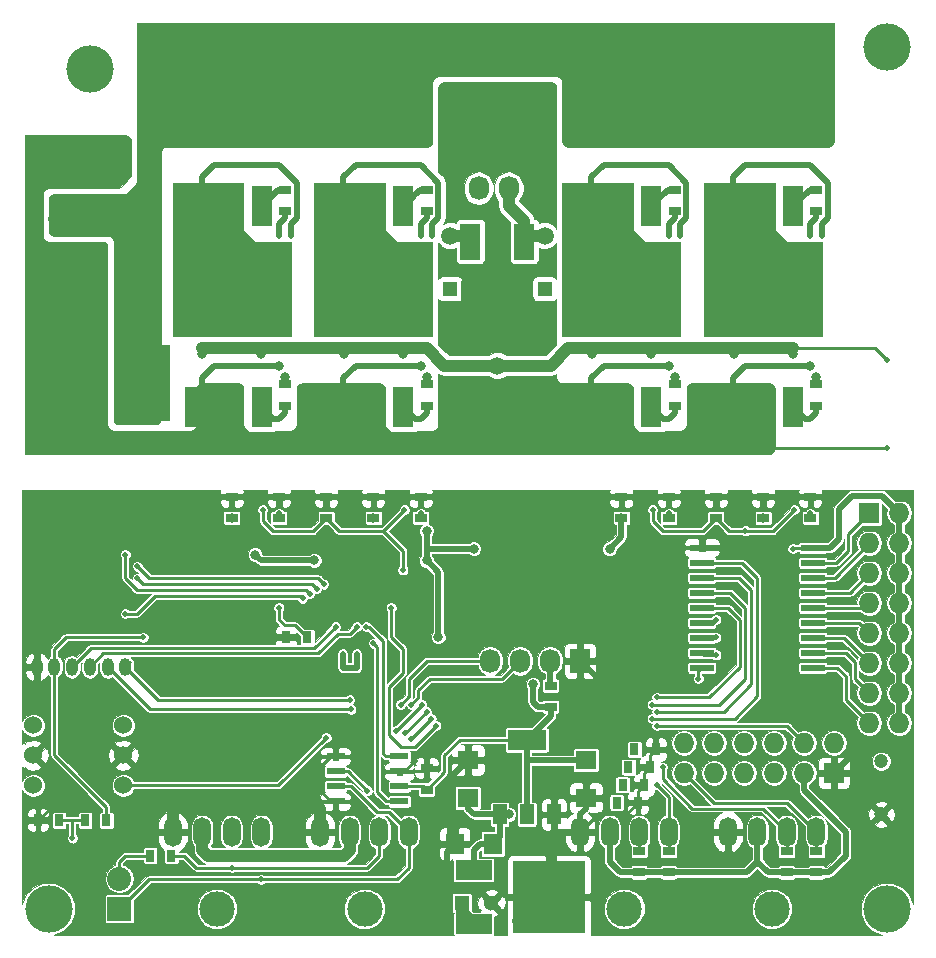
<source format=gbr>
G04 #@! TF.FileFunction,Copper,L2,Bot,Signal*
%FSLAX46Y46*%
G04 Gerber Fmt 4.6, Leading zero omitted, Abs format (unit mm)*
G04 Created by KiCad (PCBNEW 4.0.5) date 03/14/17 16:25:11*
%MOMM*%
%LPD*%
G01*
G04 APERTURE LIST*
%ADD10C,0.100000*%
%ADD11R,1.800000X3.500000*%
%ADD12R,3.000000X3.500000*%
%ADD13R,10.000000X8.000000*%
%ADD14C,1.700000*%
%ADD15R,1.700000X1.700000*%
%ADD16R,1.550000X0.600000*%
%ADD17R,1.000000X0.800000*%
%ADD18R,1.651000X3.048000*%
%ADD19R,6.096000X6.096000*%
%ADD20C,1.300000*%
%ADD21R,1.300000X1.300000*%
%ADD22R,2.032000X2.032000*%
%ADD23O,2.032000X2.032000*%
%ADD24R,0.800000X1.000000*%
%ADD25R,1.800000X1.600000*%
%ADD26R,1.600000X1.800000*%
%ADD27C,1.200000*%
%ADD28R,1.727200X2.032000*%
%ADD29O,1.727200X2.032000*%
%ADD30R,1.727200X1.727200*%
%ADD31O,1.727200X1.727200*%
%ADD32O,1.000000X1.524000*%
%ADD33C,1.524000*%
%ADD34C,2.000000*%
%ADD35C,4.000000*%
%ADD36O,1.500000X2.500000*%
%ADD37C,3.000000*%
%ADD38R,3.000000X6.500000*%
%ADD39R,6.451600X3.000000*%
%ADD40R,1.200000X1.700000*%
%ADD41R,3.300000X1.700000*%
%ADD42R,3.048000X1.651000*%
%ADD43C,1.000000*%
%ADD44R,2.000000X0.600000*%
%ADD45R,4.000000X4.000000*%
%ADD46C,1.500000*%
%ADD47C,0.800000*%
%ADD48C,0.500000*%
%ADD49C,0.250000*%
%ADD50C,0.500000*%
%ADD51C,1.000000*%
%ADD52C,0.026000*%
G04 APERTURE END LIST*
D10*
D11*
X32540000Y-16000000D03*
D12*
X27460000Y-16000000D03*
D13*
X30000000Y-6000000D03*
D14*
X44000000Y-9000000D03*
D15*
X44000000Y-4000000D03*
D16*
X32200000Y-62595000D03*
X32200000Y-63865000D03*
X32200000Y-65135000D03*
X32200000Y-66405000D03*
X26800000Y-66405000D03*
X26800000Y-65135000D03*
X26800000Y-63865000D03*
X26800000Y-62595000D03*
D17*
X22000000Y-42400000D03*
X22000000Y-40600000D03*
D18*
X38214000Y-19000000D03*
D19*
X40500000Y-25350000D03*
D18*
X42786000Y-19000000D03*
D20*
X40000000Y-75000000D03*
D21*
X37500000Y-75000000D03*
D22*
X8500000Y-75500000D03*
D23*
X8500000Y-72960000D03*
D24*
X1600000Y-68000000D03*
X3400000Y-68000000D03*
D17*
X30000000Y-40600000D03*
X30000000Y-42400000D03*
X63000000Y-40600000D03*
X63000000Y-42400000D03*
X51000000Y-40600000D03*
X51000000Y-42400000D03*
D24*
X7400000Y-68000000D03*
X5600000Y-68000000D03*
X22600000Y-52500000D03*
X24400000Y-52500000D03*
D17*
X34000000Y-42400000D03*
X34000000Y-40600000D03*
X67000000Y-42400000D03*
X67000000Y-40600000D03*
X55000000Y-42400000D03*
X55000000Y-40600000D03*
D24*
X12900000Y-71000000D03*
X11100000Y-71000000D03*
D17*
X34500000Y-16400000D03*
X34500000Y-14600000D03*
X34500000Y-31100000D03*
X34500000Y-32900000D03*
X22500000Y-16400000D03*
X22500000Y-14600000D03*
X22500000Y-31100000D03*
X22500000Y-32900000D03*
X67500000Y-16400000D03*
X67500000Y-14600000D03*
X67500000Y-31100000D03*
X67500000Y-32900000D03*
X55500000Y-16400000D03*
X55500000Y-14600000D03*
X55500000Y-31100000D03*
X55500000Y-32900000D03*
D25*
X48000000Y-62900000D03*
X48000000Y-66100000D03*
D17*
X34500000Y-63600000D03*
X34500000Y-65400000D03*
X59000000Y-40600000D03*
X59000000Y-42400000D03*
X52500000Y-72400000D03*
X52500000Y-70600000D03*
X55000000Y-72400000D03*
X55000000Y-70600000D03*
X65000000Y-72400000D03*
X65000000Y-70600000D03*
X67500000Y-72400000D03*
X67500000Y-70600000D03*
D26*
X40100000Y-70000000D03*
X36900000Y-70000000D03*
D27*
X73000000Y-63000000D03*
X73000000Y-67500000D03*
D17*
X45000000Y-58400000D03*
X45000000Y-56600000D03*
X18000000Y-40600000D03*
X18000000Y-42400000D03*
D28*
X47500000Y-54500000D03*
D29*
X44960000Y-54500000D03*
X42420000Y-54500000D03*
X39880000Y-54500000D03*
D17*
X26000000Y-40600000D03*
X26000000Y-42400000D03*
D25*
X38000000Y-66100000D03*
X38000000Y-62900000D03*
D30*
X69000000Y-64000000D03*
D31*
X69000000Y-61460000D03*
X66460000Y-64000000D03*
X66460000Y-61460000D03*
X63920000Y-64000000D03*
X63920000Y-61460000D03*
X61380000Y-64000000D03*
X61380000Y-61460000D03*
X58840000Y-64000000D03*
X58840000Y-61460000D03*
X56300000Y-64000000D03*
X56300000Y-61460000D03*
D28*
X44000000Y-14500000D03*
D29*
X41460000Y-14500000D03*
X38920000Y-14500000D03*
D32*
X1500000Y-55000000D03*
X3000000Y-55000000D03*
X4500000Y-55000000D03*
X6000000Y-55000000D03*
X7500000Y-55000000D03*
X9000000Y-55000000D03*
D33*
X8810000Y-65040000D03*
X8810000Y-62500000D03*
X8810000Y-59960000D03*
X1190000Y-59960000D03*
X1190000Y-62500000D03*
X1190000Y-65040000D03*
D34*
X8540000Y-12000000D03*
X8540000Y-17080000D03*
X3460000Y-12000000D03*
X3460000Y-17080000D03*
D35*
X6000000Y-4380000D03*
D36*
X13000000Y-69000000D03*
X15500000Y-69000000D03*
X18000000Y-69000000D03*
X20500000Y-69000000D03*
D37*
X16750000Y-75500000D03*
D36*
X25500000Y-69000000D03*
X28000000Y-69000000D03*
X30500000Y-69000000D03*
X33000000Y-69000000D03*
D37*
X29250000Y-75500000D03*
D38*
X9800000Y-22500000D03*
D39*
X4100000Y-22900000D03*
D38*
X11300000Y-31000000D03*
D39*
X4100000Y-31900000D03*
D40*
X45300000Y-67500000D03*
X43000000Y-67500000D03*
X40700000Y-67500000D03*
D41*
X43000000Y-61200000D03*
D42*
X38500000Y-76786000D03*
D19*
X44850000Y-74500000D03*
D42*
X38500000Y-72214000D03*
D43*
X44000000Y-31500000D03*
D11*
X20540000Y-33000000D03*
D12*
X15460000Y-33000000D03*
D13*
X18000000Y-23000000D03*
D11*
X20540000Y-16000000D03*
D12*
X15460000Y-16000000D03*
D13*
X18000000Y-6000000D03*
D11*
X32540000Y-33000000D03*
D12*
X27460000Y-33000000D03*
D13*
X30000000Y-23000000D03*
D11*
X53540000Y-16000000D03*
D12*
X48460000Y-16000000D03*
D13*
X51000000Y-6000000D03*
D11*
X53540000Y-33000000D03*
D12*
X48460000Y-33000000D03*
D13*
X51000000Y-23000000D03*
D11*
X65540000Y-33000000D03*
D12*
X60460000Y-33000000D03*
D13*
X63000000Y-23000000D03*
D11*
X65540000Y-16000000D03*
D12*
X60460000Y-16000000D03*
D13*
X63000000Y-6000000D03*
D44*
X57800000Y-55080000D03*
X57800000Y-53810000D03*
X57800000Y-52540000D03*
X57800000Y-51270000D03*
X57800000Y-50000000D03*
X57800000Y-48730000D03*
X57800000Y-47460000D03*
X57800000Y-46190000D03*
X57800000Y-44920000D03*
X67200000Y-44920000D03*
X67200000Y-46190000D03*
X67200000Y-47460000D03*
X67200000Y-48730000D03*
X67200000Y-50000000D03*
X67200000Y-51270000D03*
X67200000Y-52540000D03*
X67200000Y-53810000D03*
X67200000Y-55080000D03*
D30*
X72000000Y-42000000D03*
D31*
X74540000Y-42000000D03*
X72000000Y-44540000D03*
X74540000Y-44540000D03*
X72000000Y-47080000D03*
X74540000Y-47080000D03*
X72000000Y-49620000D03*
X74540000Y-49620000D03*
X72000000Y-52160000D03*
X74540000Y-52160000D03*
X72000000Y-54700000D03*
X74540000Y-54700000D03*
X72000000Y-57240000D03*
X74540000Y-57240000D03*
X72000000Y-59780000D03*
X74540000Y-59780000D03*
D36*
X47500000Y-69000000D03*
X50000000Y-69000000D03*
X52500000Y-69000000D03*
X55000000Y-69000000D03*
D37*
X51250000Y-75500000D03*
D36*
X60000000Y-69000000D03*
X62500000Y-69000000D03*
X65000000Y-69000000D03*
X67500000Y-69000000D03*
D37*
X63750000Y-75500000D03*
D20*
X36500000Y-25500000D03*
D21*
X36500000Y-23000000D03*
D20*
X44500000Y-25500000D03*
D21*
X44500000Y-23000000D03*
D24*
X52400000Y-66500000D03*
X50600000Y-66500000D03*
X52900000Y-65000000D03*
X51100000Y-65000000D03*
X53400000Y-63500000D03*
X51600000Y-63500000D03*
X53900000Y-62000000D03*
X52100000Y-62000000D03*
D45*
X17000000Y-16500000D03*
X29000000Y-16500000D03*
X50000000Y-16500000D03*
X62000000Y-16500000D03*
D35*
X2500000Y-75500000D03*
X73500000Y-75500000D03*
X73500000Y-2500000D03*
D46*
X45500000Y-73500000D03*
X47000000Y-73500000D03*
X42500000Y-76500000D03*
X44000000Y-76500000D03*
X45500000Y-76500000D03*
X47000000Y-76500000D03*
X47000000Y-75000000D03*
X45500000Y-75000000D03*
D47*
X47000000Y-41000000D03*
X45500000Y-41000000D03*
X44000000Y-41000000D03*
X42500000Y-41000000D03*
X41000000Y-41000000D03*
X39500000Y-41000000D03*
X38000000Y-41000000D03*
X1500000Y-41000000D03*
X3000000Y-41000000D03*
X4500000Y-41000000D03*
X6000000Y-41000000D03*
X7500000Y-41000000D03*
X9000000Y-41000000D03*
X10500000Y-41000000D03*
X12000000Y-41000000D03*
X13500000Y-41000000D03*
D48*
X37000000Y-55250000D03*
X21500000Y-52500000D03*
X33500000Y-63000000D03*
X29000000Y-63000000D03*
X1600000Y-68000000D03*
X29500000Y-55000000D03*
X27500000Y-56000000D03*
X26500000Y-54000000D03*
X28500000Y-53000000D03*
D47*
X19500000Y-40600000D03*
X31500000Y-40600000D03*
X52500000Y-40600000D03*
X64500000Y-40600000D03*
D48*
X26000000Y-40600000D03*
X59000000Y-40600000D03*
X4500000Y-69500000D03*
D47*
X35500000Y-52500000D03*
D48*
X10500000Y-52500000D03*
D47*
X43500000Y-56500000D03*
D48*
X27400000Y-53900000D03*
X28600000Y-53900000D03*
X27424998Y-55100000D03*
X28600000Y-55100000D03*
D47*
X34500000Y-43500000D03*
X34500000Y-46000000D03*
X25000000Y-46000000D03*
X20000000Y-45500000D03*
X38500000Y-45000000D03*
X50000000Y-45000000D03*
X63000000Y-42400000D03*
X51000000Y-42400000D03*
X30000000Y-42400000D03*
X18000000Y-42400000D03*
D48*
X65500000Y-45000000D03*
D46*
X40500000Y-23000000D03*
X42500000Y-27500000D03*
X42500000Y-26000000D03*
X38500000Y-27500000D03*
X38500000Y-26000000D03*
X38500000Y-24500000D03*
X38500000Y-23000000D03*
X45500000Y-33000000D03*
X45500000Y-34500000D03*
X45500000Y-36000000D03*
X44000000Y-36000000D03*
X42500000Y-36000000D03*
X41000000Y-36000000D03*
X39500000Y-36000000D03*
X39500000Y-34500000D03*
X41000000Y-34500000D03*
X42500000Y-34500000D03*
X44000000Y-34500000D03*
X44000000Y-33000000D03*
X42500000Y-33000000D03*
X41000000Y-33000000D03*
X39500000Y-33000000D03*
X8000000Y-36000000D03*
X9500000Y-36000000D03*
X11000000Y-36000000D03*
X12500000Y-36000000D03*
X6500000Y-34500000D03*
X6500000Y-36000000D03*
X5000000Y-36000000D03*
X5000000Y-34500000D03*
X3500000Y-34500000D03*
X3500000Y-36000000D03*
X2000000Y-36000000D03*
X2000000Y-34500000D03*
X2000000Y-28000000D03*
X3500000Y-28000000D03*
X5000000Y-28000000D03*
X5000000Y-26500000D03*
X3500000Y-26500000D03*
X2000000Y-26500000D03*
X2000000Y-25000000D03*
X3500000Y-25000000D03*
X5000000Y-25000000D03*
X6500000Y-25000000D03*
X6500000Y-26500000D03*
X6500000Y-28000000D03*
X6500000Y-29500000D03*
X5000000Y-29500000D03*
X3500000Y-29500000D03*
X2000000Y-29500000D03*
X6500000Y-20000000D03*
X5000000Y-20000000D03*
X3500000Y-20000000D03*
X2000000Y-20000000D03*
X5000000Y-12000000D03*
X6500000Y-12000000D03*
X8000000Y-13500000D03*
X6500000Y-13500000D03*
X5000000Y-13500000D03*
X3500000Y-13500000D03*
X2000000Y-13500000D03*
X2000000Y-12000000D03*
X36500000Y-9000000D03*
X38000000Y-9000000D03*
X39500000Y-9000000D03*
X41000000Y-9000000D03*
X42500000Y-9000000D03*
X44000000Y-7500000D03*
X42500000Y-7500000D03*
X41000000Y-7500000D03*
X39500000Y-7500000D03*
X38000000Y-7500000D03*
X36500000Y-7500000D03*
D47*
X22000000Y-29500000D03*
X34000000Y-29500000D03*
X55000000Y-29500000D03*
X67000000Y-29500000D03*
D48*
X73500000Y-36500000D03*
D46*
X40500000Y-18500000D03*
X17000000Y-24500000D03*
X17000000Y-23000000D03*
X17000000Y-21500000D03*
X18500000Y-23000000D03*
X18500000Y-21500000D03*
X20000000Y-21500000D03*
X20000000Y-20000000D03*
X18500000Y-20000000D03*
X14000000Y-18500000D03*
X14000000Y-17000000D03*
X14000000Y-15500000D03*
X17000000Y-20000000D03*
X15500000Y-20000000D03*
X14000000Y-20000000D03*
X14000000Y-26000000D03*
X15500000Y-26000000D03*
X15500000Y-24500000D03*
X14000000Y-24500000D03*
X14000000Y-23000000D03*
X15500000Y-23000000D03*
X15500000Y-21500000D03*
X14000000Y-21500000D03*
D48*
X23000000Y-17500000D03*
X23000000Y-18500000D03*
D46*
X53000000Y-20000000D03*
X51500000Y-20000000D03*
X50000000Y-24500000D03*
X50000000Y-23000000D03*
X51500000Y-23000000D03*
X51500000Y-21500000D03*
X50000000Y-21500000D03*
X53000000Y-21500000D03*
X47000000Y-18500000D03*
X47000000Y-17000000D03*
X47000000Y-15500000D03*
X47000000Y-24500000D03*
X47000000Y-23000000D03*
X48500000Y-23000000D03*
X48500000Y-21500000D03*
X47000000Y-21500000D03*
X47000000Y-20000000D03*
X48500000Y-20000000D03*
X50000000Y-20000000D03*
X47000000Y-26000000D03*
X48500000Y-26000000D03*
X48500000Y-24500000D03*
D48*
X56000000Y-17500000D03*
X56000000Y-18500000D03*
D46*
X11000000Y-19000000D03*
X9500000Y-19000000D03*
X11000000Y-17500000D03*
X11000000Y-16000000D03*
X5000000Y-17500000D03*
X6500000Y-17500000D03*
X6500000Y-16000000D03*
X5000000Y-16000000D03*
X45500000Y-3000000D03*
X35000000Y-3000000D03*
X36500000Y-3000000D03*
X38000000Y-3000000D03*
X39500000Y-3000000D03*
X41000000Y-3000000D03*
X42500000Y-3000000D03*
X56000000Y-3000000D03*
X56000000Y-4500000D03*
X56000000Y-6000000D03*
X56000000Y-7500000D03*
X56000000Y-9000000D03*
X57500000Y-9000000D03*
X57500000Y-7500000D03*
X57500000Y-6000000D03*
X57500000Y-4500000D03*
X57500000Y-3000000D03*
X23000000Y-3000000D03*
X23000000Y-4500000D03*
X23000000Y-6000000D03*
X23000000Y-7500000D03*
X23000000Y-9000000D03*
X24500000Y-9000000D03*
X24500000Y-7500000D03*
X24500000Y-6000000D03*
X24500000Y-4500000D03*
X24500000Y-3000000D03*
X11000000Y-3000000D03*
X11000000Y-4500000D03*
X11000000Y-6000000D03*
X11000000Y-7500000D03*
X11000000Y-9000000D03*
X12500000Y-9000000D03*
X12500000Y-7500000D03*
X12500000Y-6000000D03*
X12500000Y-4500000D03*
X12500000Y-3000000D03*
X57500000Y-1500000D03*
X59000000Y-1500000D03*
X60500000Y-1500000D03*
X62000000Y-1500000D03*
X63500000Y-1500000D03*
X65000000Y-1500000D03*
X66500000Y-1500000D03*
X68000000Y-1500000D03*
X45500000Y-1500000D03*
X47000000Y-1500000D03*
X48500000Y-1500000D03*
X50000000Y-1500000D03*
X51500000Y-1500000D03*
X53000000Y-1500000D03*
X54500000Y-1500000D03*
X56000000Y-1500000D03*
X33500000Y-1500000D03*
X35000000Y-1500000D03*
X36500000Y-1500000D03*
X38000000Y-1500000D03*
X39500000Y-1500000D03*
X41000000Y-1500000D03*
X42500000Y-1500000D03*
X44000000Y-1500000D03*
X11000000Y-1500000D03*
X12500000Y-1500000D03*
X14000000Y-1500000D03*
X15500000Y-1500000D03*
X17000000Y-1500000D03*
X18500000Y-1500000D03*
X20000000Y-1500000D03*
X21500000Y-1500000D03*
X23000000Y-1500000D03*
X24500000Y-1500000D03*
X26000000Y-1500000D03*
X27500000Y-1500000D03*
X29000000Y-1500000D03*
X30500000Y-1500000D03*
X32000000Y-1500000D03*
D48*
X54000000Y-65000000D03*
X54500000Y-63500000D03*
X20500000Y-73000000D03*
X29500000Y-65500000D03*
X18000000Y-72000000D03*
X28000000Y-57800000D03*
X28100000Y-58600000D03*
X28600000Y-51600000D03*
X26800000Y-51600000D03*
D46*
X32000000Y-21500000D03*
X32000000Y-20000000D03*
X30500000Y-20000000D03*
X29000000Y-24500000D03*
X29000000Y-23000000D03*
X30500000Y-23000000D03*
X30500000Y-21500000D03*
X29000000Y-21500000D03*
X26000000Y-18500000D03*
X26000000Y-17000000D03*
X26000000Y-15500000D03*
X26000000Y-26000000D03*
X27500000Y-26000000D03*
X27500000Y-24500000D03*
X26000000Y-24500000D03*
X26000000Y-23000000D03*
X27500000Y-23000000D03*
X27500000Y-21500000D03*
X26000000Y-21500000D03*
X26000000Y-20000000D03*
X27500000Y-20000000D03*
X29000000Y-20000000D03*
D48*
X35000000Y-18500000D03*
X35000000Y-17500000D03*
D46*
X63500000Y-20000000D03*
X65000000Y-20000000D03*
X65000000Y-21500000D03*
X62000000Y-24500000D03*
X62000000Y-23000000D03*
X62000000Y-21500000D03*
X63500000Y-21500000D03*
X63500000Y-23000000D03*
X59000000Y-18500000D03*
X59000000Y-17000000D03*
X59000000Y-15500000D03*
X59000000Y-26000000D03*
X60500000Y-26000000D03*
X60500000Y-24500000D03*
X59000000Y-24500000D03*
X59000000Y-23000000D03*
X60500000Y-23000000D03*
X60500000Y-21500000D03*
X59000000Y-21500000D03*
X59000000Y-20000000D03*
X60500000Y-20000000D03*
X62000000Y-20000000D03*
D48*
X68000000Y-18500000D03*
X68000000Y-17500000D03*
X22000000Y-50000000D03*
X34000000Y-42000000D03*
X22000000Y-42000000D03*
X67000000Y-42000000D03*
X55000000Y-42000000D03*
X30000000Y-53000000D03*
X29400000Y-51600000D03*
D47*
X32500000Y-28500000D03*
X27500000Y-28500000D03*
X20500000Y-28500000D03*
X15500000Y-28500000D03*
D48*
X73500000Y-29000000D03*
D47*
X65500000Y-28500000D03*
X60500000Y-28500000D03*
X53500000Y-28500000D03*
X48500000Y-28500000D03*
D46*
X40500000Y-29500000D03*
X44500000Y-18500000D03*
D48*
X26000000Y-61000000D03*
D46*
X36500000Y-18500000D03*
D47*
X41500000Y-67500000D03*
D48*
X33200000Y-58200000D03*
X32300000Y-58200000D03*
X25200000Y-48400000D03*
X10000000Y-47500000D03*
X25800000Y-48000000D03*
X10000000Y-46500000D03*
X9000000Y-45500000D03*
X24600000Y-48800000D03*
X9000000Y-50500000D03*
X24000000Y-49200000D03*
X32500000Y-46800000D03*
X32635000Y-41700000D03*
X20635000Y-41700000D03*
X61500000Y-43500000D03*
X65635000Y-41700000D03*
X53635000Y-41700000D03*
X33200000Y-61100000D03*
X34900000Y-59400000D03*
X53600000Y-59400000D03*
X54000000Y-58800000D03*
X34500000Y-58800000D03*
X32700000Y-60600000D03*
X53600000Y-58200000D03*
X31900000Y-60400000D03*
X34100000Y-58200000D03*
X54000000Y-57600000D03*
X31500000Y-50000000D03*
X54000000Y-60000000D03*
X35300000Y-60000000D03*
X59000000Y-51000000D03*
X59000000Y-52500000D03*
X59000000Y-54000000D03*
X57500000Y-56000000D03*
X50600000Y-66500000D03*
X51100000Y-65000000D03*
X51600000Y-63500000D03*
X52100000Y-62000000D03*
X34000000Y-17500000D03*
X34000000Y-18500000D03*
D47*
X34500000Y-30500000D03*
D48*
X22000000Y-18500000D03*
X22000000Y-17500000D03*
D47*
X22500000Y-30500000D03*
D48*
X67000000Y-18500000D03*
X67000000Y-17500000D03*
D47*
X67500000Y-30500000D03*
D48*
X55000000Y-18500000D03*
X55000000Y-17500000D03*
D47*
X55500000Y-30500000D03*
D49*
X44850000Y-74500000D02*
X44850000Y-74150000D01*
X44850000Y-74150000D02*
X45500000Y-73500000D01*
X47000000Y-73500000D02*
X44850000Y-74500000D01*
X44850000Y-74500000D02*
X44500000Y-74500000D01*
X44500000Y-74500000D02*
X42500000Y-76500000D01*
X44000000Y-76500000D02*
X45500000Y-76500000D01*
X47000000Y-76500000D02*
X47000000Y-75000000D01*
X45500000Y-75000000D02*
X44850000Y-74500000D01*
D50*
X47000000Y-41000000D02*
X49000000Y-43000000D01*
D49*
X44000000Y-41000000D02*
X45500000Y-41000000D01*
X41000000Y-41000000D02*
X42500000Y-41000000D01*
X39500000Y-41000000D02*
X38000000Y-41000000D01*
X1500000Y-41000000D02*
X3000000Y-41000000D01*
X4500000Y-41000000D02*
X6000000Y-41000000D01*
X7500000Y-41000000D02*
X9000000Y-41000000D01*
X10500000Y-41000000D02*
X12000000Y-41000000D01*
D50*
X47500000Y-69000000D02*
X45300000Y-69000000D01*
X48000000Y-66100000D02*
X48000000Y-67000000D01*
X47500000Y-67500000D02*
X47500000Y-69000000D01*
X48000000Y-67000000D02*
X47500000Y-67500000D01*
X48000000Y-66100000D02*
X48000000Y-65000000D01*
X48400000Y-64600000D02*
X49500000Y-64600000D01*
X48000000Y-65000000D02*
X48400000Y-64600000D01*
X47500000Y-54500000D02*
X49500000Y-56500000D01*
X49500000Y-56500000D02*
X49500000Y-64600000D01*
D49*
X22600000Y-52500000D02*
X21500000Y-52500000D01*
D50*
X45300000Y-67500000D02*
X45300000Y-69000000D01*
X45300000Y-69000000D02*
X45300000Y-74050000D01*
X45300000Y-74050000D02*
X44850000Y-74500000D01*
D49*
X34500000Y-63600000D02*
X34235000Y-63865000D01*
X34235000Y-63865000D02*
X32200000Y-63865000D01*
X26800000Y-62595000D02*
X28595000Y-62595000D01*
X33500000Y-63000000D02*
X32635000Y-63865000D01*
X28595000Y-62595000D02*
X29000000Y-63000000D01*
X32635000Y-63865000D02*
X32200000Y-63865000D01*
X26800000Y-62595000D02*
X26405000Y-62595000D01*
X26405000Y-62595000D02*
X25500000Y-63500000D01*
X25500000Y-63500000D02*
X25500000Y-65500000D01*
X25500000Y-65500000D02*
X26405000Y-66405000D01*
X26405000Y-66405000D02*
X26800000Y-66405000D01*
D50*
X36900000Y-70000000D02*
X36500000Y-69600000D01*
X36500000Y-69600000D02*
X36500000Y-64400000D01*
X36500000Y-64400000D02*
X38000000Y-62900000D01*
X47500000Y-69000000D02*
X47500000Y-68400000D01*
X36900000Y-70000000D02*
X36250000Y-70650000D01*
X36250000Y-70650000D02*
X36250000Y-73250000D01*
X36250000Y-73250000D02*
X36750000Y-73750000D01*
X36750000Y-73750000D02*
X38750000Y-73750000D01*
X38750000Y-73750000D02*
X40000000Y-75000000D01*
X57800000Y-44920000D02*
X61920000Y-44920000D01*
X70500000Y-62500000D02*
X69000000Y-64000000D01*
X70500000Y-61000000D02*
X70500000Y-62500000D01*
X69500000Y-60000000D02*
X70500000Y-61000000D01*
X66000000Y-60000000D02*
X69500000Y-60000000D01*
X63500000Y-57500000D02*
X66000000Y-60000000D01*
X63500000Y-46500000D02*
X63500000Y-57500000D01*
X61920000Y-44920000D02*
X63500000Y-46500000D01*
D49*
X52400000Y-66500000D02*
X51500000Y-67400000D01*
X51500000Y-67400000D02*
X49100000Y-67400000D01*
X49100000Y-67400000D02*
X47500000Y-69000000D01*
X52900000Y-65000000D02*
X52400000Y-65500000D01*
X52400000Y-65500000D02*
X52400000Y-66500000D01*
X53400000Y-63500000D02*
X52900000Y-64000000D01*
X52900000Y-64000000D02*
X52900000Y-65000000D01*
X53900000Y-62000000D02*
X53400000Y-62500000D01*
X53400000Y-62500000D02*
X53400000Y-63500000D01*
D51*
X13000000Y-69000000D02*
X13000000Y-67000000D01*
X13000000Y-67000000D02*
X14000000Y-66000000D01*
X14000000Y-66000000D02*
X24500000Y-66000000D01*
X24500000Y-66000000D02*
X25500000Y-67000000D01*
X25500000Y-67000000D02*
X25500000Y-69000000D01*
D49*
X1190000Y-62500000D02*
X2500000Y-61190000D01*
X1500000Y-57500000D02*
X1500000Y-55000000D01*
X2500000Y-58500000D02*
X1500000Y-57500000D01*
X2500000Y-61190000D02*
X2500000Y-58500000D01*
X1190000Y-62500000D02*
X2500000Y-63810000D01*
X2500000Y-67100000D02*
X1600000Y-68000000D01*
X2500000Y-63810000D02*
X2500000Y-67100000D01*
X29500000Y-55000000D02*
X29500000Y-55500000D01*
X29000000Y-53000000D02*
X29500000Y-53500000D01*
X29500000Y-53500000D02*
X29500000Y-55000000D01*
X28500000Y-53000000D02*
X29000000Y-53000000D01*
X29000000Y-56000000D02*
X27500000Y-56000000D01*
X29500000Y-55500000D02*
X29000000Y-56000000D01*
X26500000Y-54000000D02*
X26500000Y-53500000D01*
X26500000Y-53500000D02*
X27000000Y-53000000D01*
X27000000Y-53000000D02*
X28500000Y-53000000D01*
D50*
X47500000Y-54500000D02*
X47500000Y-51500000D01*
X49000000Y-43000000D02*
X49000000Y-50000000D01*
X49000000Y-50000000D02*
X47500000Y-51500000D01*
X55000000Y-40600000D02*
X52500000Y-40600000D01*
X52500000Y-40600000D02*
X51000000Y-40600000D01*
X30000000Y-40600000D02*
X31500000Y-40600000D01*
X31500000Y-40600000D02*
X34000000Y-40600000D01*
X18000000Y-40600000D02*
X19500000Y-40600000D01*
X19500000Y-40600000D02*
X22000000Y-40600000D01*
X63000000Y-40600000D02*
X64500000Y-40600000D01*
X64500000Y-40600000D02*
X67000000Y-40600000D01*
D49*
X4500000Y-68000000D02*
X3400000Y-68000000D01*
X4500000Y-68000000D02*
X5600000Y-68000000D01*
X4500000Y-69500000D02*
X4500000Y-68000000D01*
D50*
X35500000Y-47000000D02*
X34500000Y-46000000D01*
X35500000Y-52500000D02*
X35500000Y-47000000D01*
X43000000Y-61200000D02*
X45000000Y-59200000D01*
X45000000Y-59200000D02*
X45000000Y-58400000D01*
D49*
X34500000Y-65400000D02*
X36000000Y-63900000D01*
X37300000Y-61200000D02*
X43000000Y-61200000D01*
X36000000Y-62500000D02*
X37300000Y-61200000D01*
X36000000Y-63900000D02*
X36000000Y-62500000D01*
X32200000Y-65135000D02*
X34235000Y-65135000D01*
X34235000Y-65135000D02*
X34500000Y-65400000D01*
D50*
X48000000Y-62900000D02*
X43000000Y-62900000D01*
X43000000Y-62900000D02*
X43000000Y-63000000D01*
X43000000Y-61200000D02*
X43000000Y-63000000D01*
X43000000Y-63000000D02*
X43000000Y-67500000D01*
D49*
X10500000Y-52500000D02*
X4000000Y-52500000D01*
X4000000Y-52500000D02*
X3000000Y-53500000D01*
X3000000Y-53500000D02*
X3000000Y-55000000D01*
X7400000Y-68000000D02*
X7400000Y-66900000D01*
X7400000Y-66900000D02*
X3000000Y-62500000D01*
X3000000Y-62500000D02*
X3000000Y-55000000D01*
D50*
X43500000Y-56500000D02*
X43500000Y-58000000D01*
X43500000Y-58000000D02*
X43900000Y-58400000D01*
X43900000Y-58400000D02*
X45000000Y-58400000D01*
X27400000Y-53900000D02*
X27400000Y-55100000D01*
X28600000Y-55100000D02*
X28600000Y-53900000D01*
X27424998Y-55100000D02*
X27400000Y-55100000D01*
X28600000Y-55100000D02*
X27400000Y-55100000D01*
X38500000Y-45000000D02*
X34500000Y-45000000D01*
X34500000Y-46000000D02*
X34500000Y-45000000D01*
X34500000Y-45000000D02*
X34500000Y-43500000D01*
X20500000Y-46000000D02*
X25000000Y-46000000D01*
X20000000Y-45500000D02*
X20500000Y-46000000D01*
X51000000Y-44000000D02*
X50000000Y-45000000D01*
X51000000Y-42400000D02*
X51000000Y-44000000D01*
D51*
X15500000Y-69000000D02*
X15500000Y-70500000D01*
X28000000Y-70500000D02*
X28000000Y-69000000D01*
X27500000Y-71000000D02*
X28000000Y-70500000D01*
X16000000Y-71000000D02*
X27500000Y-71000000D01*
X15500000Y-70500000D02*
X16000000Y-71000000D01*
D49*
X67200000Y-44920000D02*
X65580000Y-44920000D01*
X65580000Y-44920000D02*
X65500000Y-45000000D01*
D50*
X74540000Y-57240000D02*
X74540000Y-59780000D01*
X74540000Y-54700000D02*
X74540000Y-57240000D01*
X74540000Y-52160000D02*
X74540000Y-54700000D01*
X74540000Y-49620000D02*
X74540000Y-52160000D01*
X74540000Y-47080000D02*
X74540000Y-49620000D01*
X74540000Y-44540000D02*
X74540000Y-47080000D01*
X74540000Y-42000000D02*
X74540000Y-44540000D01*
X74540000Y-42000000D02*
X73040000Y-40500000D01*
X68680000Y-44920000D02*
X67200000Y-44920000D01*
X69400000Y-44200000D02*
X68680000Y-44920000D01*
X69400000Y-41600000D02*
X69400000Y-44200000D01*
X70500000Y-40500000D02*
X69400000Y-41600000D01*
X73040000Y-40500000D02*
X70500000Y-40500000D01*
D49*
X40500000Y-25350000D02*
X40500000Y-23000000D01*
X40500000Y-25350000D02*
X40500000Y-25500000D01*
X40500000Y-25500000D02*
X42500000Y-27500000D01*
X42500000Y-26000000D02*
X40500000Y-25350000D01*
X40500000Y-25350000D02*
X40500000Y-25500000D01*
X40500000Y-25500000D02*
X38500000Y-27500000D01*
X38500000Y-26000000D02*
X38500000Y-24500000D01*
X38500000Y-23000000D02*
X40500000Y-25350000D01*
X44000000Y-31500000D02*
X45500000Y-33000000D01*
X45500000Y-34500000D02*
X45500000Y-36000000D01*
X44000000Y-36000000D02*
X42500000Y-36000000D01*
X41000000Y-36000000D02*
X39500000Y-36000000D01*
X39500000Y-34500000D02*
X41000000Y-34500000D01*
X42500000Y-34500000D02*
X44000000Y-34500000D01*
X44000000Y-33000000D02*
X42500000Y-33000000D01*
X41000000Y-33000000D02*
X39500000Y-33000000D01*
X8000000Y-36000000D02*
X9500000Y-36000000D01*
X11000000Y-36000000D02*
X12500000Y-36000000D01*
X6500000Y-34500000D02*
X6500000Y-36000000D01*
X5000000Y-36000000D02*
X5000000Y-34500000D01*
X3500000Y-34500000D02*
X3500000Y-36000000D01*
X2000000Y-36000000D02*
X2000000Y-34500000D01*
X2000000Y-29500000D02*
X2000000Y-28000000D01*
X3500000Y-28000000D02*
X5000000Y-28000000D01*
X5000000Y-26500000D02*
X3500000Y-26500000D01*
X2000000Y-26500000D02*
X2000000Y-25000000D01*
X3500000Y-25000000D02*
X5000000Y-25000000D01*
X6500000Y-25000000D02*
X6500000Y-26500000D01*
X6500000Y-28000000D02*
X6500000Y-29500000D01*
X5000000Y-29500000D02*
X3500000Y-29500000D01*
X6500000Y-20000000D02*
X5000000Y-20000000D01*
X3500000Y-20000000D02*
X2000000Y-20000000D01*
X5000000Y-13500000D02*
X5000000Y-12000000D01*
X8540000Y-12000000D02*
X8540000Y-12960000D01*
X8540000Y-12960000D02*
X8000000Y-13500000D01*
X6500000Y-13500000D02*
X5000000Y-13500000D01*
X3500000Y-13500000D02*
X2000000Y-13500000D01*
X36500000Y-9000000D02*
X38000000Y-9000000D01*
X39500000Y-9000000D02*
X41000000Y-9000000D01*
X44000000Y-7500000D02*
X42500000Y-7500000D01*
X41000000Y-7500000D02*
X39500000Y-7500000D01*
X38000000Y-7500000D02*
X36500000Y-7500000D01*
D50*
X15460000Y-30540000D02*
X15460000Y-33000000D01*
X16500000Y-29500000D02*
X15460000Y-30540000D01*
X22000000Y-29500000D02*
X16500000Y-29500000D01*
X27460000Y-30540000D02*
X27460000Y-33000000D01*
X28500000Y-29500000D02*
X27460000Y-30540000D01*
X34000000Y-29500000D02*
X28500000Y-29500000D01*
X48460000Y-30540000D02*
X48460000Y-33000000D01*
X49500000Y-29500000D02*
X48460000Y-30540000D01*
X55000000Y-29500000D02*
X49500000Y-29500000D01*
X60460000Y-30540000D02*
X60460000Y-33000000D01*
X61500000Y-29500000D02*
X60460000Y-30540000D01*
X67000000Y-29500000D02*
X61500000Y-29500000D01*
D49*
X73500000Y-36500000D02*
X63960000Y-36500000D01*
X63960000Y-36500000D02*
X60460000Y-33000000D01*
D51*
X40500000Y-18500000D02*
X40500000Y-25350000D01*
X44500000Y-25500000D02*
X40650000Y-25500000D01*
X40650000Y-25500000D02*
X40500000Y-25350000D01*
X36500000Y-25500000D02*
X40350000Y-25500000D01*
X40350000Y-25500000D02*
X40500000Y-25350000D01*
D49*
X18000000Y-23000000D02*
X17000000Y-24000000D01*
X17000000Y-24000000D02*
X17000000Y-24500000D01*
X17000000Y-23000000D02*
X17000000Y-21500000D01*
X18500000Y-23000000D02*
X18500000Y-21500000D01*
X20000000Y-21500000D02*
X20000000Y-20000000D01*
X18500000Y-20000000D02*
X18000000Y-23000000D01*
D50*
X23000000Y-17500000D02*
X23000000Y-18500000D01*
D49*
X14000000Y-18500000D02*
X14000000Y-17000000D01*
X17000000Y-20000000D02*
X18000000Y-23000000D01*
X15500000Y-20000000D02*
X14000000Y-20000000D01*
X14000000Y-26000000D02*
X15500000Y-26000000D01*
X15500000Y-24500000D02*
X14000000Y-24500000D01*
X14000000Y-23000000D02*
X15500000Y-23000000D01*
X15500000Y-21500000D02*
X14000000Y-21500000D01*
D50*
X15460000Y-13540000D02*
X16500000Y-12500000D01*
X16500000Y-12500000D02*
X22000000Y-12500000D01*
X22000000Y-12500000D02*
X23500000Y-14000000D01*
X23500000Y-14000000D02*
X23500000Y-17000000D01*
X23500000Y-17000000D02*
X23000000Y-17500000D01*
X15460000Y-16000000D02*
X15460000Y-13540000D01*
D49*
X51000000Y-23000000D02*
X53000000Y-21000000D01*
X53000000Y-21000000D02*
X53000000Y-20000000D01*
X51500000Y-20000000D02*
X51000000Y-23000000D01*
X51000000Y-23000000D02*
X50000000Y-24000000D01*
X50000000Y-24000000D02*
X50000000Y-24500000D01*
X50000000Y-23000000D02*
X51500000Y-23000000D01*
X51500000Y-21500000D02*
X50000000Y-21500000D01*
X53000000Y-21500000D02*
X51000000Y-23000000D01*
D50*
X56000000Y-17500000D02*
X56000000Y-18500000D01*
D49*
X51000000Y-23000000D02*
X51000000Y-22500000D01*
X51000000Y-22500000D02*
X47000000Y-18500000D01*
X47000000Y-17000000D02*
X47000000Y-15500000D01*
X51000000Y-23000000D02*
X48500000Y-23000000D01*
X48500000Y-23000000D02*
X47000000Y-24500000D01*
X47000000Y-23000000D02*
X48500000Y-23000000D01*
X48500000Y-21500000D02*
X47000000Y-21500000D01*
X47000000Y-20000000D02*
X48500000Y-20000000D01*
X50000000Y-20000000D02*
X51000000Y-23000000D01*
X51000000Y-23000000D02*
X50000000Y-23000000D01*
X50000000Y-23000000D02*
X48500000Y-24500000D01*
X48500000Y-24500000D02*
X51000000Y-23000000D01*
X47000000Y-26000000D02*
X48500000Y-26000000D01*
X48500000Y-24500000D02*
X51000000Y-23000000D01*
D50*
X48460000Y-13540000D02*
X49500000Y-12500000D01*
X49500000Y-12500000D02*
X55000000Y-12500000D01*
X55000000Y-12500000D02*
X56500000Y-14000000D01*
X56500000Y-14000000D02*
X56500000Y-17000000D01*
X56500000Y-17000000D02*
X56000000Y-17500000D01*
X48460000Y-16000000D02*
X48460000Y-13540000D01*
D49*
X11000000Y-17500000D02*
X11000000Y-19000000D01*
X8540000Y-17080000D02*
X10580000Y-17080000D01*
X10580000Y-17080000D02*
X11000000Y-17500000D01*
X3460000Y-17080000D02*
X4580000Y-17080000D01*
X4580000Y-17080000D02*
X5000000Y-17500000D01*
X6500000Y-17500000D02*
X6500000Y-16000000D01*
X45500000Y-1500000D02*
X45500000Y-3000000D01*
X35000000Y-1500000D02*
X35000000Y-3000000D01*
X36500000Y-3000000D02*
X38000000Y-3000000D01*
X39500000Y-3000000D02*
X41000000Y-3000000D01*
X56000000Y-1500000D02*
X56000000Y-3000000D01*
X56000000Y-4500000D02*
X56000000Y-6000000D01*
X56000000Y-7500000D02*
X56000000Y-9000000D01*
X57500000Y-9000000D02*
X57500000Y-7500000D01*
X57500000Y-6000000D02*
X57500000Y-4500000D01*
X23000000Y-3000000D02*
X23000000Y-4500000D01*
X23000000Y-6000000D02*
X23000000Y-7500000D01*
X23000000Y-9000000D02*
X24500000Y-9000000D01*
X24500000Y-7500000D02*
X24500000Y-6000000D01*
X24500000Y-1500000D02*
X24500000Y-3000000D01*
X11000000Y-1500000D02*
X11000000Y-3000000D01*
X11000000Y-4500000D02*
X11000000Y-6000000D01*
X11000000Y-7500000D02*
X11000000Y-9000000D01*
X12500000Y-9000000D02*
X12500000Y-7500000D01*
X12500000Y-6000000D02*
X12500000Y-4500000D01*
X56000000Y-1500000D02*
X57500000Y-1500000D01*
X59000000Y-1500000D02*
X60500000Y-1500000D01*
X62000000Y-1500000D02*
X63500000Y-1500000D01*
X65000000Y-1500000D02*
X66500000Y-1500000D01*
X44000000Y-1500000D02*
X45500000Y-1500000D01*
X47000000Y-1500000D02*
X48500000Y-1500000D01*
X50000000Y-1500000D02*
X51500000Y-1500000D01*
X53000000Y-1500000D02*
X54500000Y-1500000D01*
X32000000Y-1500000D02*
X33500000Y-1500000D01*
X35000000Y-1500000D02*
X36500000Y-1500000D01*
X38000000Y-1500000D02*
X39500000Y-1500000D01*
X41000000Y-1500000D02*
X42500000Y-1500000D01*
X11000000Y-1500000D02*
X12500000Y-1500000D01*
X14000000Y-1500000D02*
X15500000Y-1500000D01*
X17000000Y-1500000D02*
X18500000Y-1500000D01*
X20000000Y-1500000D02*
X21500000Y-1500000D01*
X23000000Y-1500000D02*
X24500000Y-1500000D01*
X26000000Y-1500000D02*
X27500000Y-1500000D01*
X29000000Y-1500000D02*
X30500000Y-1500000D01*
X55000000Y-66000000D02*
X55000000Y-69000000D01*
X54000000Y-65000000D02*
X55000000Y-66000000D01*
X55000000Y-70600000D02*
X55000000Y-70000000D01*
X55000000Y-69000000D02*
X55500000Y-68500000D01*
X52500000Y-70600000D02*
X52500000Y-69000000D01*
X67500000Y-70600000D02*
X67500000Y-69000000D01*
X67500000Y-69000000D02*
X65000000Y-66500000D01*
X58800000Y-66500000D02*
X56300000Y-64000000D01*
X65000000Y-66500000D02*
X58800000Y-66500000D01*
X63000000Y-67000000D02*
X65000000Y-69000000D01*
X57000000Y-67000000D02*
X63000000Y-67000000D01*
X54500000Y-64500000D02*
X57000000Y-67000000D01*
X54500000Y-63500000D02*
X54500000Y-64500000D01*
X65000000Y-70600000D02*
X65000000Y-69000000D01*
X26800000Y-65135000D02*
X28135000Y-65135000D01*
X30300000Y-67300000D02*
X31300000Y-67300000D01*
X28135000Y-65135000D02*
X30300000Y-67300000D01*
X31300000Y-67300000D02*
X33000000Y-69000000D01*
X8500000Y-75500000D02*
X11000000Y-73000000D01*
X11000000Y-73000000D02*
X20500000Y-73000000D01*
X20500000Y-73000000D02*
X32000000Y-73000000D01*
X33000000Y-72000000D02*
X33000000Y-69000000D01*
X32000000Y-73000000D02*
X33000000Y-72000000D01*
X8500000Y-72960000D02*
X8500000Y-71500000D01*
X9000000Y-71000000D02*
X11100000Y-71000000D01*
X8500000Y-71500000D02*
X9000000Y-71000000D01*
X27865000Y-63865000D02*
X26800000Y-63865000D01*
X29500000Y-65500000D02*
X27865000Y-63865000D01*
X18000000Y-72000000D02*
X15000000Y-72000000D01*
X14000000Y-71000000D02*
X12900000Y-71000000D01*
X15000000Y-72000000D02*
X14000000Y-71000000D01*
X18000000Y-72000000D02*
X29500000Y-72000000D01*
X30500000Y-71000000D02*
X30500000Y-69000000D01*
X29500000Y-72000000D02*
X30500000Y-71000000D01*
X9000000Y-55000000D02*
X11800000Y-57800000D01*
X11800000Y-57800000D02*
X28000000Y-57800000D01*
X9400000Y-54600000D02*
X9000000Y-55000000D01*
X11100000Y-58600000D02*
X7500000Y-55000000D01*
X28100000Y-58600000D02*
X11100000Y-58600000D01*
X6000000Y-55000000D02*
X7149998Y-53850002D01*
X7149998Y-53850002D02*
X25349998Y-53850002D01*
X25349998Y-53850002D02*
X27000000Y-52200000D01*
X27000000Y-52200000D02*
X28000000Y-52200000D01*
X28000000Y-52200000D02*
X28600000Y-51600000D01*
X26800000Y-51600000D02*
X25000000Y-53400000D01*
X6100000Y-53400000D02*
X4500000Y-55000000D01*
X25000000Y-53400000D02*
X6100000Y-53400000D01*
X32000000Y-21500000D02*
X32000000Y-20000000D01*
X30500000Y-20000000D02*
X30000000Y-23000000D01*
X30000000Y-23000000D02*
X29000000Y-24000000D01*
X29000000Y-24000000D02*
X29000000Y-24500000D01*
X29000000Y-23000000D02*
X30500000Y-23000000D01*
X30500000Y-21500000D02*
X29000000Y-21500000D01*
D50*
X35000000Y-17500000D02*
X35000000Y-18500000D01*
D49*
X30000000Y-23000000D02*
X30000000Y-22500000D01*
X30000000Y-22500000D02*
X26000000Y-18500000D01*
X26000000Y-17000000D02*
X26000000Y-15500000D01*
X30000000Y-23000000D02*
X29000000Y-23000000D01*
X29000000Y-23000000D02*
X26000000Y-26000000D01*
X27500000Y-26000000D02*
X27500000Y-24500000D01*
X26000000Y-24500000D02*
X26000000Y-23000000D01*
X27500000Y-23000000D02*
X27500000Y-21500000D01*
X26000000Y-21500000D02*
X26000000Y-20000000D01*
X27500000Y-20000000D02*
X29000000Y-20000000D01*
D50*
X35500000Y-17000000D02*
X35000000Y-17500000D01*
X35500000Y-14000000D02*
X35500000Y-17000000D01*
X34000000Y-12500000D02*
X35500000Y-14000000D01*
X28500000Y-12500000D02*
X34000000Y-12500000D01*
X28500000Y-12500000D02*
X27460000Y-13540000D01*
X27460000Y-16000000D02*
X27460000Y-13540000D01*
D49*
X63500000Y-20000000D02*
X65000000Y-20000000D01*
X65000000Y-21500000D02*
X63000000Y-23000000D01*
X63000000Y-23000000D02*
X62000000Y-24000000D01*
X62000000Y-24000000D02*
X62000000Y-24500000D01*
X62000000Y-23000000D02*
X62000000Y-21500000D01*
X63500000Y-21500000D02*
X63500000Y-23000000D01*
D50*
X68000000Y-17500000D02*
X68000000Y-18500000D01*
D49*
X63000000Y-23000000D02*
X63000000Y-22500000D01*
X63000000Y-22500000D02*
X59000000Y-18500000D01*
X59000000Y-17000000D02*
X59000000Y-15500000D01*
X59000000Y-26000000D02*
X60500000Y-26000000D01*
X60500000Y-24500000D02*
X59000000Y-24500000D01*
X59000000Y-23000000D02*
X60500000Y-23000000D01*
X60500000Y-21500000D02*
X59000000Y-21500000D01*
X59000000Y-20000000D02*
X60500000Y-20000000D01*
X62000000Y-20000000D02*
X63000000Y-23000000D01*
D50*
X60460000Y-16000000D02*
X60460000Y-13540000D01*
X68500000Y-17000000D02*
X68000000Y-17500000D01*
X68500000Y-14000000D02*
X68500000Y-17000000D01*
X67000000Y-12500000D02*
X68500000Y-14000000D01*
X61500000Y-12500000D02*
X67000000Y-12500000D01*
X60460000Y-13540000D02*
X61500000Y-12500000D01*
D49*
X23400000Y-51500000D02*
X24400000Y-52500000D01*
X22500000Y-51500000D02*
X23400000Y-51500000D01*
X22000000Y-51000000D02*
X22500000Y-51500000D01*
X22000000Y-50000000D02*
X22000000Y-51000000D01*
X34000000Y-42400000D02*
X34000000Y-42000000D01*
X22000000Y-42400000D02*
X22000000Y-42000000D01*
X67000000Y-42400000D02*
X67000000Y-42000000D01*
X55000000Y-42400000D02*
X55000000Y-42000000D01*
X32200000Y-66405000D02*
X31105000Y-66405000D01*
X30300000Y-65600000D02*
X30300000Y-53300000D01*
X31105000Y-66405000D02*
X30300000Y-65600000D01*
X30000000Y-53000000D02*
X30300000Y-53300000D01*
X32200000Y-62595000D02*
X31045002Y-62595000D01*
X30800000Y-62349998D02*
X30800000Y-52800000D01*
X31045002Y-62595000D02*
X30800000Y-62349998D01*
X29600000Y-51600000D02*
X30800000Y-52800000D01*
X29400000Y-51600000D02*
X29600000Y-51600000D01*
X32500000Y-28500000D02*
X32500000Y-28000000D01*
X27500000Y-28500000D02*
X27500000Y-28000000D01*
X20500000Y-28500000D02*
X20500000Y-28000000D01*
X15500000Y-28500000D02*
X15500000Y-28000000D01*
X65500000Y-28000000D02*
X72500000Y-28000000D01*
X73500000Y-29000000D02*
X72500000Y-28000000D01*
D50*
X65500000Y-28500000D02*
X65500000Y-28000000D01*
X60500000Y-28500000D02*
X60500000Y-28000000D01*
X53500000Y-28500000D02*
X53500000Y-28000000D01*
X48500000Y-28500000D02*
X48500000Y-28000000D01*
D51*
X40500000Y-29500000D02*
X36000000Y-29500000D01*
X36000000Y-29500000D02*
X34500000Y-28000000D01*
X46500000Y-28000000D02*
X45000000Y-29500000D01*
X46500000Y-28000000D02*
X48500000Y-28000000D01*
X48500000Y-28000000D02*
X53500000Y-28000000D01*
X53500000Y-28000000D02*
X60500000Y-28000000D01*
X60500000Y-28000000D02*
X65500000Y-28000000D01*
X45000000Y-29500000D02*
X40500000Y-29500000D01*
X34500000Y-28000000D02*
X32500000Y-28000000D01*
X32500000Y-28000000D02*
X27500000Y-28000000D01*
X27500000Y-28000000D02*
X20500000Y-28000000D01*
X20500000Y-28000000D02*
X15500000Y-28000000D01*
X44500000Y-18500000D02*
X43286000Y-18500000D01*
X43286000Y-18500000D02*
X42786000Y-19000000D01*
X42786000Y-19000000D02*
X42786000Y-17286000D01*
X42786000Y-17286000D02*
X41460000Y-15960000D01*
X41460000Y-14500000D02*
X41460000Y-15960000D01*
D50*
X34500000Y-14600000D02*
X33940000Y-14600000D01*
X33940000Y-14600000D02*
X32540000Y-16000000D01*
X32540000Y-16000000D02*
X33440000Y-15100000D01*
X34500000Y-32900000D02*
X34500000Y-33500000D01*
X33540000Y-34000000D02*
X32540000Y-33000000D01*
X34000000Y-34000000D02*
X33540000Y-34000000D01*
X34500000Y-33500000D02*
X34000000Y-34000000D01*
X22500000Y-14600000D02*
X21940000Y-14600000D01*
X21940000Y-14600000D02*
X20540000Y-16000000D01*
X22500000Y-32900000D02*
X22500000Y-33500000D01*
X21540000Y-34000000D02*
X20540000Y-33000000D01*
X22000000Y-34000000D02*
X21540000Y-34000000D01*
X22500000Y-33500000D02*
X22000000Y-34000000D01*
X20540000Y-31960000D02*
X20540000Y-33000000D01*
X67500000Y-14600000D02*
X66940000Y-14600000D01*
X66940000Y-14600000D02*
X65540000Y-16000000D01*
X65940000Y-15600000D02*
X65540000Y-16000000D01*
X67500000Y-32900000D02*
X67500000Y-33500000D01*
X66540000Y-34000000D02*
X65540000Y-33000000D01*
X67000000Y-34000000D02*
X66540000Y-34000000D01*
X67500000Y-33500000D02*
X67000000Y-34000000D01*
X55500000Y-14600000D02*
X54940000Y-14600000D01*
X54940000Y-14600000D02*
X53540000Y-16000000D01*
X53940000Y-15600000D02*
X53540000Y-16000000D01*
X55500000Y-32900000D02*
X55500000Y-33500000D01*
X54540000Y-34000000D02*
X53540000Y-33000000D01*
X55000000Y-34000000D02*
X54540000Y-34000000D01*
X55500000Y-33500000D02*
X55000000Y-34000000D01*
D49*
X21960000Y-65040000D02*
X8810000Y-65040000D01*
X26000000Y-61000000D02*
X21960000Y-65040000D01*
D51*
X38500000Y-76786000D02*
X37500000Y-75786000D01*
X37500000Y-75786000D02*
X37500000Y-75000000D01*
X36500000Y-18500000D02*
X37714000Y-18500000D01*
X37714000Y-18500000D02*
X38214000Y-19000000D01*
D50*
X40700000Y-67500000D02*
X41500000Y-67500000D01*
X40700000Y-67500000D02*
X40700000Y-69400000D01*
X40700000Y-69400000D02*
X40100000Y-70000000D01*
X38000000Y-66100000D02*
X38000000Y-67000000D01*
X38500000Y-67500000D02*
X40700000Y-67500000D01*
X38000000Y-67000000D02*
X38500000Y-67500000D01*
X38500000Y-72214000D02*
X38500000Y-70500000D01*
X39000000Y-70000000D02*
X40100000Y-70000000D01*
X38500000Y-70500000D02*
X39000000Y-70000000D01*
X67500000Y-72400000D02*
X68600000Y-72400000D01*
X66460000Y-65460000D02*
X66460000Y-64000000D01*
X70000000Y-69000000D02*
X66460000Y-65460000D01*
X70000000Y-71000000D02*
X70000000Y-69000000D01*
X68600000Y-72400000D02*
X70000000Y-71000000D01*
X65000000Y-72400000D02*
X67500000Y-72400000D01*
X62500000Y-71500000D02*
X63400000Y-72400000D01*
X63400000Y-72400000D02*
X65000000Y-72400000D01*
X55000000Y-72400000D02*
X61600000Y-72400000D01*
X61600000Y-72400000D02*
X62500000Y-71500000D01*
X62500000Y-71500000D02*
X62500000Y-69000000D01*
X52500000Y-72400000D02*
X55000000Y-72400000D01*
X52500000Y-72400000D02*
X50900000Y-72400000D01*
X50000000Y-71500000D02*
X50000000Y-69000000D01*
X50900000Y-72400000D02*
X50000000Y-71500000D01*
D49*
X33800000Y-57600000D02*
X33800000Y-57000000D01*
X33200000Y-58200000D02*
X33800000Y-57600000D01*
X34800000Y-56000000D02*
X40920000Y-56000000D01*
X33800000Y-57000000D02*
X34800000Y-56000000D01*
X40920000Y-56000000D02*
X42420000Y-54500000D01*
X32300000Y-58200000D02*
X33000000Y-57500000D01*
X33000000Y-57500000D02*
X33000000Y-56000000D01*
X34500000Y-54500000D02*
X39880000Y-54500000D01*
X33000000Y-56000000D02*
X34500000Y-54500000D01*
X25200000Y-48400000D02*
X24800000Y-48000000D01*
X10500000Y-48000000D02*
X10000000Y-47500000D01*
X24800000Y-48000000D02*
X10500000Y-48000000D01*
X25800000Y-48000000D02*
X25300000Y-47500000D01*
X11000000Y-47500000D02*
X10000000Y-46500000D01*
X25300000Y-47500000D02*
X11000000Y-47500000D01*
X9000000Y-47500000D02*
X10000000Y-48500000D01*
X9000000Y-45500000D02*
X9000000Y-47500000D01*
X24600000Y-48800000D02*
X24300000Y-48500000D01*
X24300000Y-48500000D02*
X10000000Y-48500000D01*
X24000000Y-49200000D02*
X23800000Y-49000000D01*
X11500000Y-49000000D02*
X10000000Y-50500000D01*
X23800000Y-49000000D02*
X11500000Y-49000000D01*
X9000000Y-50500000D02*
X10000000Y-50500000D01*
D50*
X44960000Y-54500000D02*
X44960000Y-56560000D01*
X44960000Y-56560000D02*
X45000000Y-56600000D01*
D49*
X32500000Y-46800000D02*
X32500000Y-46000000D01*
X32500000Y-45165000D02*
X30835000Y-43500000D01*
X32500000Y-46000000D02*
X32500000Y-45165000D01*
X26000000Y-42400000D02*
X27100000Y-43500000D01*
X30835000Y-43500000D02*
X27100000Y-43500000D01*
X30835000Y-43500000D02*
X32635000Y-41700000D01*
X26000000Y-42400000D02*
X24900000Y-43500000D01*
X21500000Y-43500000D02*
X24900000Y-43500000D01*
X20635000Y-42635000D02*
X21500000Y-43500000D01*
X20635000Y-42635000D02*
X20635000Y-41700000D01*
X59000000Y-42400000D02*
X60100000Y-43500000D01*
X63835000Y-43500000D02*
X61500000Y-43500000D01*
X61500000Y-43500000D02*
X60100000Y-43500000D01*
X63835000Y-43500000D02*
X65635000Y-41700000D01*
X59000000Y-42400000D02*
X57900000Y-43500000D01*
X54500000Y-43500000D02*
X57900000Y-43500000D01*
X53635000Y-42635000D02*
X54500000Y-43500000D01*
X53635000Y-42635000D02*
X53635000Y-41700000D01*
X33200000Y-61100000D02*
X34900000Y-59400000D01*
X53600000Y-59400000D02*
X60600000Y-59400000D01*
X61190000Y-46190000D02*
X57800000Y-46190000D01*
X61190000Y-46190000D02*
X62500000Y-47500000D01*
X62500000Y-47500000D02*
X62500000Y-57500000D01*
X62500000Y-57500000D02*
X60600000Y-59400000D01*
X54000000Y-58800000D02*
X59700000Y-58800000D01*
X32700000Y-60600000D02*
X34500000Y-58800000D01*
X57800000Y-47460000D02*
X60960000Y-47460000D01*
X62000000Y-56500000D02*
X59700000Y-58800000D01*
X60960000Y-47460000D02*
X62000000Y-48500000D01*
X62000000Y-48500000D02*
X62000000Y-56500000D01*
X53600000Y-58200000D02*
X59300000Y-58200000D01*
X34100000Y-58200000D02*
X31900000Y-60400000D01*
X60230000Y-48730000D02*
X61500000Y-50000000D01*
X61500000Y-50000000D02*
X61500000Y-56000000D01*
X57800000Y-48730000D02*
X60230000Y-48730000D01*
X59300000Y-58200000D02*
X61500000Y-56000000D01*
X54000000Y-57600000D02*
X58400000Y-57600000D01*
X61000000Y-55000000D02*
X58400000Y-57600000D01*
X57800000Y-50000000D02*
X60000000Y-50000000D01*
X61000000Y-51000000D02*
X61000000Y-55000000D01*
X60000000Y-50000000D02*
X61000000Y-51000000D01*
X32500000Y-53500000D02*
X32500000Y-55500000D01*
X31500000Y-52500000D02*
X32500000Y-53500000D01*
X31500000Y-50000000D02*
X31500000Y-52500000D01*
X65000000Y-60000000D02*
X66460000Y-61460000D01*
X54000000Y-60000000D02*
X65000000Y-60000000D01*
X33500000Y-61800000D02*
X35300000Y-60000000D01*
X32300000Y-61800000D02*
X33500000Y-61800000D01*
X31300000Y-60800000D02*
X32300000Y-61800000D01*
X31300000Y-56700000D02*
X31300000Y-60800000D01*
X32500000Y-55500000D02*
X31300000Y-56700000D01*
X67200000Y-46190000D02*
X69210000Y-46190000D01*
X70200000Y-43800000D02*
X72000000Y-42000000D01*
X70200000Y-45200000D02*
X70200000Y-43800000D01*
X69210000Y-46190000D02*
X70200000Y-45200000D01*
X67200000Y-47460000D02*
X69080000Y-47460000D01*
X69080000Y-47460000D02*
X72000000Y-44540000D01*
X67200000Y-48730000D02*
X70350000Y-48730000D01*
X70350000Y-48730000D02*
X72000000Y-47080000D01*
X67200000Y-50000000D02*
X71620000Y-50000000D01*
X71620000Y-50000000D02*
X72000000Y-49620000D01*
X67200000Y-51270000D02*
X71110000Y-51270000D01*
X71110000Y-51270000D02*
X72000000Y-52160000D01*
X67200000Y-52540000D02*
X69840000Y-52540000D01*
X69840000Y-52540000D02*
X72000000Y-54700000D01*
X67200000Y-53810000D02*
X70010000Y-53810000D01*
X70800000Y-56040000D02*
X72000000Y-57240000D01*
X70800000Y-54600000D02*
X70800000Y-56040000D01*
X70010000Y-53810000D02*
X70800000Y-54600000D01*
X67200000Y-55080000D02*
X69280000Y-55080000D01*
X70000000Y-57780000D02*
X72000000Y-59780000D01*
X70000000Y-55800000D02*
X70000000Y-57780000D01*
X69280000Y-55080000D02*
X70000000Y-55800000D01*
X57800000Y-51270000D02*
X58730000Y-51270000D01*
X58730000Y-51270000D02*
X59000000Y-51000000D01*
X57800000Y-52540000D02*
X58960000Y-52540000D01*
X58960000Y-52540000D02*
X59000000Y-52500000D01*
X58460000Y-52540000D02*
X57800000Y-52540000D01*
X57800000Y-53810000D02*
X57990000Y-54000000D01*
X57990000Y-54000000D02*
X59000000Y-54000000D01*
X57800000Y-55080000D02*
X57500000Y-55380000D01*
X57500000Y-55380000D02*
X57500000Y-56000000D01*
D50*
X34000000Y-17500000D02*
X34000000Y-18500000D01*
X34500000Y-17000000D02*
X34000000Y-17500000D01*
X34500000Y-16400000D02*
X34500000Y-17000000D01*
X34500000Y-30500000D02*
X34500000Y-31100000D01*
X22000000Y-17500000D02*
X22000000Y-18500000D01*
X22500000Y-17000000D02*
X22000000Y-17500000D01*
X22500000Y-17000000D02*
X22500000Y-16400000D01*
X22500000Y-30500000D02*
X22500000Y-31100000D01*
X67000000Y-17500000D02*
X67000000Y-18500000D01*
X67500000Y-16400000D02*
X67500000Y-17000000D01*
X67500000Y-17000000D02*
X67000000Y-17500000D01*
X67500000Y-30500000D02*
X67500000Y-31100000D01*
X55000000Y-17500000D02*
X55000000Y-18500000D01*
X55500000Y-17000000D02*
X55000000Y-17500000D01*
X55500000Y-17000000D02*
X55500000Y-16400000D01*
X55500000Y-30500000D02*
X55500000Y-31100000D01*
D52*
G36*
X68987000Y-501024D02*
X68987000Y-10498721D01*
X68949694Y-10686270D01*
X68844181Y-10844181D01*
X68686270Y-10949694D01*
X68498721Y-10987000D01*
X46501279Y-10987000D01*
X46313730Y-10949694D01*
X46155819Y-10844181D01*
X46050306Y-10686270D01*
X46013000Y-10498721D01*
X46013000Y-5500000D01*
X46012750Y-5497464D01*
X45974690Y-5306122D01*
X45972749Y-5301436D01*
X45864362Y-5139225D01*
X45860775Y-5135638D01*
X45698564Y-5027251D01*
X45693878Y-5025310D01*
X45502536Y-4987250D01*
X45500000Y-4987000D01*
X35500000Y-4987000D01*
X35497464Y-4987250D01*
X35306122Y-5025310D01*
X35301436Y-5027251D01*
X35139225Y-5135638D01*
X35135638Y-5139225D01*
X35027251Y-5301436D01*
X35025310Y-5306122D01*
X34987250Y-5497464D01*
X34987000Y-5500000D01*
X34987000Y-10498721D01*
X34949694Y-10686270D01*
X34844181Y-10844181D01*
X34686270Y-10949694D01*
X34498721Y-10987000D01*
X12500000Y-10987000D01*
X12497464Y-10987250D01*
X12306122Y-11025310D01*
X12301436Y-11027251D01*
X12139225Y-11135638D01*
X12135638Y-11139225D01*
X12027251Y-11301436D01*
X12025310Y-11306122D01*
X11987250Y-11497464D01*
X11987000Y-11500000D01*
X11987000Y-33998721D01*
X11949694Y-34186270D01*
X11844181Y-34344181D01*
X11686270Y-34449694D01*
X11498721Y-34487000D01*
X8501279Y-34487000D01*
X8313730Y-34449694D01*
X8155819Y-34344181D01*
X8050306Y-34186270D01*
X8013000Y-33998721D01*
X8013000Y-19000000D01*
X8012750Y-18997464D01*
X7974690Y-18806122D01*
X7972749Y-18801436D01*
X7864362Y-18639225D01*
X7860775Y-18635638D01*
X7698564Y-18527251D01*
X7693878Y-18525310D01*
X7502536Y-18487250D01*
X7500000Y-18487000D01*
X3001279Y-18487000D01*
X2813730Y-18449694D01*
X2655819Y-18344181D01*
X2550306Y-18186270D01*
X2513000Y-17998721D01*
X2513000Y-15501279D01*
X2550306Y-15313730D01*
X2655819Y-15155819D01*
X2813730Y-15050306D01*
X3001279Y-15013000D01*
X8792893Y-15013000D01*
X8794590Y-15012889D01*
X8924000Y-14995852D01*
X8927278Y-14994973D01*
X9047868Y-14945023D01*
X9050807Y-14943327D01*
X9154361Y-14863867D01*
X9155639Y-14862745D01*
X9862745Y-14155639D01*
X9863867Y-14154361D01*
X9943327Y-14050807D01*
X9945023Y-14047868D01*
X9994973Y-13927278D01*
X9995852Y-13924000D01*
X10012889Y-13794590D01*
X10013000Y-13792893D01*
X10013000Y-501024D01*
X10018231Y-468000D01*
X68981769Y-468000D01*
X68987000Y-501024D01*
X68987000Y-501024D01*
G37*
X68987000Y-501024D02*
X68987000Y-10498721D01*
X68949694Y-10686270D01*
X68844181Y-10844181D01*
X68686270Y-10949694D01*
X68498721Y-10987000D01*
X46501279Y-10987000D01*
X46313730Y-10949694D01*
X46155819Y-10844181D01*
X46050306Y-10686270D01*
X46013000Y-10498721D01*
X46013000Y-5500000D01*
X46012750Y-5497464D01*
X45974690Y-5306122D01*
X45972749Y-5301436D01*
X45864362Y-5139225D01*
X45860775Y-5135638D01*
X45698564Y-5027251D01*
X45693878Y-5025310D01*
X45502536Y-4987250D01*
X45500000Y-4987000D01*
X35500000Y-4987000D01*
X35497464Y-4987250D01*
X35306122Y-5025310D01*
X35301436Y-5027251D01*
X35139225Y-5135638D01*
X35135638Y-5139225D01*
X35027251Y-5301436D01*
X35025310Y-5306122D01*
X34987250Y-5497464D01*
X34987000Y-5500000D01*
X34987000Y-10498721D01*
X34949694Y-10686270D01*
X34844181Y-10844181D01*
X34686270Y-10949694D01*
X34498721Y-10987000D01*
X12500000Y-10987000D01*
X12497464Y-10987250D01*
X12306122Y-11025310D01*
X12301436Y-11027251D01*
X12139225Y-11135638D01*
X12135638Y-11139225D01*
X12027251Y-11301436D01*
X12025310Y-11306122D01*
X11987250Y-11497464D01*
X11987000Y-11500000D01*
X11987000Y-33998721D01*
X11949694Y-34186270D01*
X11844181Y-34344181D01*
X11686270Y-34449694D01*
X11498721Y-34487000D01*
X8501279Y-34487000D01*
X8313730Y-34449694D01*
X8155819Y-34344181D01*
X8050306Y-34186270D01*
X8013000Y-33998721D01*
X8013000Y-19000000D01*
X8012750Y-18997464D01*
X7974690Y-18806122D01*
X7972749Y-18801436D01*
X7864362Y-18639225D01*
X7860775Y-18635638D01*
X7698564Y-18527251D01*
X7693878Y-18525310D01*
X7502536Y-18487250D01*
X7500000Y-18487000D01*
X3001279Y-18487000D01*
X2813730Y-18449694D01*
X2655819Y-18344181D01*
X2550306Y-18186270D01*
X2513000Y-17998721D01*
X2513000Y-15501279D01*
X2550306Y-15313730D01*
X2655819Y-15155819D01*
X2813730Y-15050306D01*
X3001279Y-15013000D01*
X8792893Y-15013000D01*
X8794590Y-15012889D01*
X8924000Y-14995852D01*
X8927278Y-14994973D01*
X9047868Y-14945023D01*
X9050807Y-14943327D01*
X9154361Y-14863867D01*
X9155639Y-14862745D01*
X9862745Y-14155639D01*
X9863867Y-14154361D01*
X9943327Y-14050807D01*
X9945023Y-14047868D01*
X9994973Y-13927278D01*
X9995852Y-13924000D01*
X10012889Y-13794590D01*
X10013000Y-13792893D01*
X10013000Y-501024D01*
X10018231Y-468000D01*
X68981769Y-468000D01*
X68987000Y-501024D01*
G36*
X9186270Y-10050306D02*
X9344181Y-10155819D01*
X9449694Y-10313730D01*
X9487000Y-10501279D01*
X9487000Y-13292039D01*
X9470297Y-13418912D01*
X9421659Y-13536334D01*
X9343753Y-13637863D01*
X8637863Y-14343753D01*
X8536334Y-14421659D01*
X8418912Y-14470297D01*
X8292039Y-14487000D01*
X2500000Y-14487000D01*
X2497464Y-14487250D01*
X2306122Y-14525310D01*
X2301436Y-14527251D01*
X2139225Y-14635638D01*
X2135638Y-14639225D01*
X2027251Y-14801436D01*
X2025310Y-14806122D01*
X1987250Y-14997464D01*
X1987000Y-15000000D01*
X1987000Y-18500000D01*
X1987250Y-18502536D01*
X2025310Y-18693878D01*
X2027251Y-18698564D01*
X2135638Y-18860775D01*
X2139225Y-18864362D01*
X2301436Y-18972749D01*
X2306122Y-18974690D01*
X2497464Y-19012750D01*
X2500000Y-19013000D01*
X6998721Y-19013000D01*
X7186270Y-19050306D01*
X7344181Y-19155819D01*
X7449694Y-19313730D01*
X7487000Y-19501279D01*
X7487000Y-34500000D01*
X7487250Y-34502536D01*
X7525310Y-34693878D01*
X7527251Y-34698564D01*
X7635638Y-34860775D01*
X7639225Y-34864362D01*
X7801436Y-34972749D01*
X7806122Y-34974690D01*
X7997464Y-35012750D01*
X8000000Y-35013000D01*
X14500000Y-35013000D01*
X14502536Y-35012750D01*
X14693878Y-34974690D01*
X14698564Y-34972749D01*
X14860775Y-34864362D01*
X14864362Y-34860775D01*
X14972749Y-34698564D01*
X14974690Y-34693878D01*
X15012750Y-34502536D01*
X15013000Y-34500000D01*
X15013000Y-31501279D01*
X15050306Y-31313730D01*
X15155819Y-31155819D01*
X15313730Y-31050306D01*
X15501279Y-31013000D01*
X18498721Y-31013000D01*
X18686270Y-31050306D01*
X18844181Y-31155819D01*
X18949694Y-31313730D01*
X18987000Y-31501279D01*
X18987000Y-34500000D01*
X18987250Y-34502536D01*
X19025310Y-34693878D01*
X19027251Y-34698564D01*
X19135638Y-34860775D01*
X19139225Y-34864362D01*
X19301436Y-34972749D01*
X19306122Y-34974690D01*
X19319254Y-34977302D01*
X19352776Y-35029396D01*
X19484106Y-35119130D01*
X19640000Y-35150699D01*
X21440000Y-35150699D01*
X21585637Y-35123296D01*
X21719396Y-35037224D01*
X21735948Y-35013000D01*
X23000000Y-35013000D01*
X23002536Y-35012750D01*
X23193878Y-34974690D01*
X23198564Y-34972749D01*
X23360775Y-34864362D01*
X23364362Y-34860775D01*
X23472749Y-34698564D01*
X23474690Y-34693878D01*
X23512750Y-34502536D01*
X23513000Y-34500000D01*
X23513000Y-31501279D01*
X23550306Y-31313730D01*
X23655819Y-31155819D01*
X23813730Y-31050306D01*
X24001279Y-31013000D01*
X30498721Y-31013000D01*
X30686270Y-31050306D01*
X30844181Y-31155819D01*
X30949694Y-31313730D01*
X30987000Y-31501279D01*
X30987000Y-34500000D01*
X30987250Y-34502536D01*
X31025310Y-34693878D01*
X31027251Y-34698564D01*
X31135638Y-34860775D01*
X31139225Y-34864362D01*
X31301436Y-34972749D01*
X31306122Y-34974690D01*
X31319254Y-34977302D01*
X31352776Y-35029396D01*
X31484106Y-35119130D01*
X31640000Y-35150699D01*
X33440000Y-35150699D01*
X33585637Y-35123296D01*
X33719396Y-35037224D01*
X33735948Y-35013000D01*
X35000000Y-35013000D01*
X35002536Y-35012750D01*
X35193878Y-34974690D01*
X35198564Y-34972749D01*
X35360775Y-34864362D01*
X35364362Y-34860775D01*
X35472749Y-34698564D01*
X35474690Y-34693878D01*
X35512750Y-34502536D01*
X35513000Y-34500000D01*
X35513000Y-30227962D01*
X35619767Y-30299301D01*
X35658264Y-30325024D01*
X36000000Y-30393000D01*
X39776405Y-30393000D01*
X39851697Y-30468423D01*
X40271646Y-30642801D01*
X40726359Y-30643198D01*
X41146612Y-30469554D01*
X41223299Y-30393000D01*
X45000000Y-30393000D01*
X45341736Y-30325024D01*
X45487000Y-30227962D01*
X45487000Y-30500000D01*
X45487250Y-30502536D01*
X45525310Y-30693878D01*
X45527251Y-30698564D01*
X45635638Y-30860775D01*
X45639225Y-30864362D01*
X45801436Y-30972749D01*
X45806122Y-30974690D01*
X45997464Y-31012750D01*
X46000000Y-31013000D01*
X51498721Y-31013000D01*
X51686270Y-31050306D01*
X51844181Y-31155819D01*
X51949694Y-31313730D01*
X51987000Y-31501279D01*
X51987000Y-34500000D01*
X51987250Y-34502536D01*
X52025310Y-34693878D01*
X52027251Y-34698564D01*
X52135638Y-34860775D01*
X52139225Y-34864362D01*
X52301436Y-34972749D01*
X52306122Y-34974690D01*
X52319254Y-34977302D01*
X52352776Y-35029396D01*
X52484106Y-35119130D01*
X52640000Y-35150699D01*
X54440000Y-35150699D01*
X54585637Y-35123296D01*
X54719396Y-35037224D01*
X54735948Y-35013000D01*
X56000000Y-35013000D01*
X56002536Y-35012750D01*
X56193878Y-34974690D01*
X56198564Y-34972749D01*
X56360775Y-34864362D01*
X56364362Y-34860775D01*
X56472749Y-34698564D01*
X56474690Y-34693878D01*
X56512750Y-34502536D01*
X56513000Y-34500000D01*
X56513000Y-31501279D01*
X56550306Y-31313730D01*
X56655819Y-31155819D01*
X56813730Y-31050306D01*
X57001279Y-31013000D01*
X63498721Y-31013000D01*
X63686270Y-31050306D01*
X63844181Y-31155819D01*
X63949694Y-31313730D01*
X63987000Y-31501279D01*
X63987000Y-36498721D01*
X63949694Y-36686270D01*
X63844181Y-36844181D01*
X63686270Y-36949694D01*
X63498721Y-36987000D01*
X501024Y-36987000D01*
X468000Y-36981769D01*
X468000Y-10018231D01*
X501024Y-10013000D01*
X8998721Y-10013000D01*
X9186270Y-10050306D01*
X9186270Y-10050306D01*
G37*
X9186270Y-10050306D02*
X9344181Y-10155819D01*
X9449694Y-10313730D01*
X9487000Y-10501279D01*
X9487000Y-13292039D01*
X9470297Y-13418912D01*
X9421659Y-13536334D01*
X9343753Y-13637863D01*
X8637863Y-14343753D01*
X8536334Y-14421659D01*
X8418912Y-14470297D01*
X8292039Y-14487000D01*
X2500000Y-14487000D01*
X2497464Y-14487250D01*
X2306122Y-14525310D01*
X2301436Y-14527251D01*
X2139225Y-14635638D01*
X2135638Y-14639225D01*
X2027251Y-14801436D01*
X2025310Y-14806122D01*
X1987250Y-14997464D01*
X1987000Y-15000000D01*
X1987000Y-18500000D01*
X1987250Y-18502536D01*
X2025310Y-18693878D01*
X2027251Y-18698564D01*
X2135638Y-18860775D01*
X2139225Y-18864362D01*
X2301436Y-18972749D01*
X2306122Y-18974690D01*
X2497464Y-19012750D01*
X2500000Y-19013000D01*
X6998721Y-19013000D01*
X7186270Y-19050306D01*
X7344181Y-19155819D01*
X7449694Y-19313730D01*
X7487000Y-19501279D01*
X7487000Y-34500000D01*
X7487250Y-34502536D01*
X7525310Y-34693878D01*
X7527251Y-34698564D01*
X7635638Y-34860775D01*
X7639225Y-34864362D01*
X7801436Y-34972749D01*
X7806122Y-34974690D01*
X7997464Y-35012750D01*
X8000000Y-35013000D01*
X14500000Y-35013000D01*
X14502536Y-35012750D01*
X14693878Y-34974690D01*
X14698564Y-34972749D01*
X14860775Y-34864362D01*
X14864362Y-34860775D01*
X14972749Y-34698564D01*
X14974690Y-34693878D01*
X15012750Y-34502536D01*
X15013000Y-34500000D01*
X15013000Y-31501279D01*
X15050306Y-31313730D01*
X15155819Y-31155819D01*
X15313730Y-31050306D01*
X15501279Y-31013000D01*
X18498721Y-31013000D01*
X18686270Y-31050306D01*
X18844181Y-31155819D01*
X18949694Y-31313730D01*
X18987000Y-31501279D01*
X18987000Y-34500000D01*
X18987250Y-34502536D01*
X19025310Y-34693878D01*
X19027251Y-34698564D01*
X19135638Y-34860775D01*
X19139225Y-34864362D01*
X19301436Y-34972749D01*
X19306122Y-34974690D01*
X19319254Y-34977302D01*
X19352776Y-35029396D01*
X19484106Y-35119130D01*
X19640000Y-35150699D01*
X21440000Y-35150699D01*
X21585637Y-35123296D01*
X21719396Y-35037224D01*
X21735948Y-35013000D01*
X23000000Y-35013000D01*
X23002536Y-35012750D01*
X23193878Y-34974690D01*
X23198564Y-34972749D01*
X23360775Y-34864362D01*
X23364362Y-34860775D01*
X23472749Y-34698564D01*
X23474690Y-34693878D01*
X23512750Y-34502536D01*
X23513000Y-34500000D01*
X23513000Y-31501279D01*
X23550306Y-31313730D01*
X23655819Y-31155819D01*
X23813730Y-31050306D01*
X24001279Y-31013000D01*
X30498721Y-31013000D01*
X30686270Y-31050306D01*
X30844181Y-31155819D01*
X30949694Y-31313730D01*
X30987000Y-31501279D01*
X30987000Y-34500000D01*
X30987250Y-34502536D01*
X31025310Y-34693878D01*
X31027251Y-34698564D01*
X31135638Y-34860775D01*
X31139225Y-34864362D01*
X31301436Y-34972749D01*
X31306122Y-34974690D01*
X31319254Y-34977302D01*
X31352776Y-35029396D01*
X31484106Y-35119130D01*
X31640000Y-35150699D01*
X33440000Y-35150699D01*
X33585637Y-35123296D01*
X33719396Y-35037224D01*
X33735948Y-35013000D01*
X35000000Y-35013000D01*
X35002536Y-35012750D01*
X35193878Y-34974690D01*
X35198564Y-34972749D01*
X35360775Y-34864362D01*
X35364362Y-34860775D01*
X35472749Y-34698564D01*
X35474690Y-34693878D01*
X35512750Y-34502536D01*
X35513000Y-34500000D01*
X35513000Y-30227962D01*
X35619767Y-30299301D01*
X35658264Y-30325024D01*
X36000000Y-30393000D01*
X39776405Y-30393000D01*
X39851697Y-30468423D01*
X40271646Y-30642801D01*
X40726359Y-30643198D01*
X41146612Y-30469554D01*
X41223299Y-30393000D01*
X45000000Y-30393000D01*
X45341736Y-30325024D01*
X45487000Y-30227962D01*
X45487000Y-30500000D01*
X45487250Y-30502536D01*
X45525310Y-30693878D01*
X45527251Y-30698564D01*
X45635638Y-30860775D01*
X45639225Y-30864362D01*
X45801436Y-30972749D01*
X45806122Y-30974690D01*
X45997464Y-31012750D01*
X46000000Y-31013000D01*
X51498721Y-31013000D01*
X51686270Y-31050306D01*
X51844181Y-31155819D01*
X51949694Y-31313730D01*
X51987000Y-31501279D01*
X51987000Y-34500000D01*
X51987250Y-34502536D01*
X52025310Y-34693878D01*
X52027251Y-34698564D01*
X52135638Y-34860775D01*
X52139225Y-34864362D01*
X52301436Y-34972749D01*
X52306122Y-34974690D01*
X52319254Y-34977302D01*
X52352776Y-35029396D01*
X52484106Y-35119130D01*
X52640000Y-35150699D01*
X54440000Y-35150699D01*
X54585637Y-35123296D01*
X54719396Y-35037224D01*
X54735948Y-35013000D01*
X56000000Y-35013000D01*
X56002536Y-35012750D01*
X56193878Y-34974690D01*
X56198564Y-34972749D01*
X56360775Y-34864362D01*
X56364362Y-34860775D01*
X56472749Y-34698564D01*
X56474690Y-34693878D01*
X56512750Y-34502536D01*
X56513000Y-34500000D01*
X56513000Y-31501279D01*
X56550306Y-31313730D01*
X56655819Y-31155819D01*
X56813730Y-31050306D01*
X57001279Y-31013000D01*
X63498721Y-31013000D01*
X63686270Y-31050306D01*
X63844181Y-31155819D01*
X63949694Y-31313730D01*
X63987000Y-31501279D01*
X63987000Y-36498721D01*
X63949694Y-36686270D01*
X63844181Y-36844181D01*
X63686270Y-36949694D01*
X63498721Y-36987000D01*
X501024Y-36987000D01*
X468000Y-36981769D01*
X468000Y-10018231D01*
X501024Y-10013000D01*
X8998721Y-10013000D01*
X9186270Y-10050306D01*
G36*
X45186270Y-5550306D02*
X45344181Y-5655819D01*
X45449694Y-5813730D01*
X45487000Y-6001279D01*
X45487000Y-17895611D01*
X45469554Y-17853388D01*
X45148303Y-17531577D01*
X44728354Y-17357199D01*
X44273641Y-17356802D01*
X44010248Y-17465633D01*
X43984796Y-17330363D01*
X43898724Y-17196604D01*
X43767394Y-17106870D01*
X43638163Y-17080700D01*
X43611024Y-16944264D01*
X43417446Y-16654554D01*
X42353000Y-15590108D01*
X42353000Y-15561894D01*
X42620947Y-15160884D01*
X42716600Y-14680004D01*
X42716600Y-14319996D01*
X42620947Y-13839116D01*
X42348550Y-13431446D01*
X41940880Y-13159049D01*
X41460000Y-13063396D01*
X40979120Y-13159049D01*
X40571450Y-13431446D01*
X40299053Y-13839116D01*
X40203400Y-14319996D01*
X40203400Y-14680004D01*
X40299053Y-15160884D01*
X40567000Y-15561894D01*
X40567000Y-15960000D01*
X40632621Y-16289899D01*
X40634976Y-16301736D01*
X40828554Y-16591446D01*
X41585618Y-17348510D01*
X41559801Y-17476000D01*
X41559801Y-20524000D01*
X41587204Y-20669637D01*
X41673276Y-20803396D01*
X41804606Y-20893130D01*
X41960500Y-20924699D01*
X43611500Y-20924699D01*
X43757137Y-20897296D01*
X43890896Y-20811224D01*
X43980630Y-20679894D01*
X44012199Y-20524000D01*
X44012199Y-19535069D01*
X44271646Y-19642801D01*
X44726359Y-19643198D01*
X45146612Y-19469554D01*
X45468423Y-19148303D01*
X45487000Y-19103565D01*
X45487000Y-22147958D01*
X45437224Y-22070604D01*
X45305894Y-21980870D01*
X45150000Y-21949301D01*
X43850000Y-21949301D01*
X43704363Y-21976704D01*
X43570604Y-22062776D01*
X43480870Y-22194106D01*
X43449301Y-22350000D01*
X43449301Y-23650000D01*
X43476704Y-23795637D01*
X43562776Y-23929396D01*
X43694106Y-24019130D01*
X43850000Y-24050699D01*
X45150000Y-24050699D01*
X45295637Y-24023296D01*
X45429396Y-23937224D01*
X45487000Y-23852918D01*
X45487000Y-27750107D01*
X44630108Y-28607000D01*
X41223595Y-28607000D01*
X41148303Y-28531577D01*
X40728354Y-28357199D01*
X40273641Y-28356802D01*
X39853388Y-28530446D01*
X39776701Y-28607000D01*
X36369893Y-28607000D01*
X35513000Y-27750108D01*
X35513000Y-23852042D01*
X35562776Y-23929396D01*
X35694106Y-24019130D01*
X35850000Y-24050699D01*
X37150000Y-24050699D01*
X37295637Y-24023296D01*
X37429396Y-23937224D01*
X37519130Y-23805894D01*
X37550699Y-23650000D01*
X37550699Y-22350000D01*
X37523296Y-22204363D01*
X37437224Y-22070604D01*
X37305894Y-21980870D01*
X37150000Y-21949301D01*
X35850000Y-21949301D01*
X35704363Y-21976704D01*
X35570604Y-22062776D01*
X35513000Y-22147082D01*
X35513000Y-19104389D01*
X35530446Y-19146612D01*
X35851697Y-19468423D01*
X36271646Y-19642801D01*
X36726359Y-19643198D01*
X36987801Y-19535173D01*
X36987801Y-20524000D01*
X37015204Y-20669637D01*
X37101276Y-20803396D01*
X37232606Y-20893130D01*
X37388500Y-20924699D01*
X39039500Y-20924699D01*
X39185137Y-20897296D01*
X39318896Y-20811224D01*
X39408630Y-20679894D01*
X39440199Y-20524000D01*
X39440199Y-17476000D01*
X39412796Y-17330363D01*
X39326724Y-17196604D01*
X39195394Y-17106870D01*
X39039500Y-17075301D01*
X37388500Y-17075301D01*
X37242863Y-17102704D01*
X37109104Y-17188776D01*
X37019370Y-17320106D01*
X36989869Y-17465789D01*
X36728354Y-17357199D01*
X36273641Y-17356802D01*
X35896853Y-17512487D01*
X35954670Y-17454670D01*
X36094055Y-17246066D01*
X36143001Y-17000000D01*
X36143000Y-16999995D01*
X36143000Y-14319996D01*
X37663400Y-14319996D01*
X37663400Y-14680004D01*
X37759053Y-15160884D01*
X38031450Y-15568554D01*
X38439120Y-15840951D01*
X38920000Y-15936604D01*
X39400880Y-15840951D01*
X39808550Y-15568554D01*
X40080947Y-15160884D01*
X40176600Y-14680004D01*
X40176600Y-14319996D01*
X40080947Y-13839116D01*
X39808550Y-13431446D01*
X39400880Y-13159049D01*
X38920000Y-13063396D01*
X38439120Y-13159049D01*
X38031450Y-13431446D01*
X37759053Y-13839116D01*
X37663400Y-14319996D01*
X36143000Y-14319996D01*
X36143000Y-14000000D01*
X36094055Y-13753935D01*
X35954670Y-13545330D01*
X35954667Y-13545328D01*
X35513000Y-13103661D01*
X35513000Y-6001279D01*
X35550306Y-5813730D01*
X35655819Y-5655819D01*
X35813730Y-5550306D01*
X36001279Y-5513000D01*
X44998721Y-5513000D01*
X45186270Y-5550306D01*
X45186270Y-5550306D01*
G37*
X45186270Y-5550306D02*
X45344181Y-5655819D01*
X45449694Y-5813730D01*
X45487000Y-6001279D01*
X45487000Y-17895611D01*
X45469554Y-17853388D01*
X45148303Y-17531577D01*
X44728354Y-17357199D01*
X44273641Y-17356802D01*
X44010248Y-17465633D01*
X43984796Y-17330363D01*
X43898724Y-17196604D01*
X43767394Y-17106870D01*
X43638163Y-17080700D01*
X43611024Y-16944264D01*
X43417446Y-16654554D01*
X42353000Y-15590108D01*
X42353000Y-15561894D01*
X42620947Y-15160884D01*
X42716600Y-14680004D01*
X42716600Y-14319996D01*
X42620947Y-13839116D01*
X42348550Y-13431446D01*
X41940880Y-13159049D01*
X41460000Y-13063396D01*
X40979120Y-13159049D01*
X40571450Y-13431446D01*
X40299053Y-13839116D01*
X40203400Y-14319996D01*
X40203400Y-14680004D01*
X40299053Y-15160884D01*
X40567000Y-15561894D01*
X40567000Y-15960000D01*
X40632621Y-16289899D01*
X40634976Y-16301736D01*
X40828554Y-16591446D01*
X41585618Y-17348510D01*
X41559801Y-17476000D01*
X41559801Y-20524000D01*
X41587204Y-20669637D01*
X41673276Y-20803396D01*
X41804606Y-20893130D01*
X41960500Y-20924699D01*
X43611500Y-20924699D01*
X43757137Y-20897296D01*
X43890896Y-20811224D01*
X43980630Y-20679894D01*
X44012199Y-20524000D01*
X44012199Y-19535069D01*
X44271646Y-19642801D01*
X44726359Y-19643198D01*
X45146612Y-19469554D01*
X45468423Y-19148303D01*
X45487000Y-19103565D01*
X45487000Y-22147958D01*
X45437224Y-22070604D01*
X45305894Y-21980870D01*
X45150000Y-21949301D01*
X43850000Y-21949301D01*
X43704363Y-21976704D01*
X43570604Y-22062776D01*
X43480870Y-22194106D01*
X43449301Y-22350000D01*
X43449301Y-23650000D01*
X43476704Y-23795637D01*
X43562776Y-23929396D01*
X43694106Y-24019130D01*
X43850000Y-24050699D01*
X45150000Y-24050699D01*
X45295637Y-24023296D01*
X45429396Y-23937224D01*
X45487000Y-23852918D01*
X45487000Y-27750107D01*
X44630108Y-28607000D01*
X41223595Y-28607000D01*
X41148303Y-28531577D01*
X40728354Y-28357199D01*
X40273641Y-28356802D01*
X39853388Y-28530446D01*
X39776701Y-28607000D01*
X36369893Y-28607000D01*
X35513000Y-27750108D01*
X35513000Y-23852042D01*
X35562776Y-23929396D01*
X35694106Y-24019130D01*
X35850000Y-24050699D01*
X37150000Y-24050699D01*
X37295637Y-24023296D01*
X37429396Y-23937224D01*
X37519130Y-23805894D01*
X37550699Y-23650000D01*
X37550699Y-22350000D01*
X37523296Y-22204363D01*
X37437224Y-22070604D01*
X37305894Y-21980870D01*
X37150000Y-21949301D01*
X35850000Y-21949301D01*
X35704363Y-21976704D01*
X35570604Y-22062776D01*
X35513000Y-22147082D01*
X35513000Y-19104389D01*
X35530446Y-19146612D01*
X35851697Y-19468423D01*
X36271646Y-19642801D01*
X36726359Y-19643198D01*
X36987801Y-19535173D01*
X36987801Y-20524000D01*
X37015204Y-20669637D01*
X37101276Y-20803396D01*
X37232606Y-20893130D01*
X37388500Y-20924699D01*
X39039500Y-20924699D01*
X39185137Y-20897296D01*
X39318896Y-20811224D01*
X39408630Y-20679894D01*
X39440199Y-20524000D01*
X39440199Y-17476000D01*
X39412796Y-17330363D01*
X39326724Y-17196604D01*
X39195394Y-17106870D01*
X39039500Y-17075301D01*
X37388500Y-17075301D01*
X37242863Y-17102704D01*
X37109104Y-17188776D01*
X37019370Y-17320106D01*
X36989869Y-17465789D01*
X36728354Y-17357199D01*
X36273641Y-17356802D01*
X35896853Y-17512487D01*
X35954670Y-17454670D01*
X36094055Y-17246066D01*
X36143001Y-17000000D01*
X36143000Y-16999995D01*
X36143000Y-14319996D01*
X37663400Y-14319996D01*
X37663400Y-14680004D01*
X37759053Y-15160884D01*
X38031450Y-15568554D01*
X38439120Y-15840951D01*
X38920000Y-15936604D01*
X39400880Y-15840951D01*
X39808550Y-15568554D01*
X40080947Y-15160884D01*
X40176600Y-14680004D01*
X40176600Y-14319996D01*
X40080947Y-13839116D01*
X39808550Y-13431446D01*
X39400880Y-13159049D01*
X38920000Y-13063396D01*
X38439120Y-13159049D01*
X38031450Y-13431446D01*
X37759053Y-13839116D01*
X37663400Y-14319996D01*
X36143000Y-14319996D01*
X36143000Y-14000000D01*
X36094055Y-13753935D01*
X35954670Y-13545330D01*
X35954667Y-13545328D01*
X35513000Y-13103661D01*
X35513000Y-6001279D01*
X35550306Y-5813730D01*
X35655819Y-5655819D01*
X35813730Y-5550306D01*
X36001279Y-5513000D01*
X44998721Y-5513000D01*
X45186270Y-5550306D01*
G36*
X16979000Y-40096367D02*
X16979000Y-40269750D01*
X17109250Y-40400000D01*
X17759000Y-40400000D01*
X17759000Y-40339000D01*
X18241000Y-40339000D01*
X18241000Y-40400000D01*
X18890750Y-40400000D01*
X19021000Y-40269750D01*
X19021000Y-40096367D01*
X18986468Y-40013000D01*
X21013532Y-40013000D01*
X20979000Y-40096367D01*
X20979000Y-40269750D01*
X21109250Y-40400000D01*
X21759000Y-40400000D01*
X21759000Y-40339000D01*
X22241000Y-40339000D01*
X22241000Y-40400000D01*
X22890750Y-40400000D01*
X23021000Y-40269750D01*
X23021000Y-40096367D01*
X22986468Y-40013000D01*
X25013532Y-40013000D01*
X24979000Y-40096367D01*
X24979000Y-40269750D01*
X25109250Y-40400000D01*
X25759000Y-40400000D01*
X25759000Y-40339000D01*
X26241000Y-40339000D01*
X26241000Y-40400000D01*
X26890750Y-40400000D01*
X27021000Y-40269750D01*
X27021000Y-40096367D01*
X26986468Y-40013000D01*
X29013532Y-40013000D01*
X28979000Y-40096367D01*
X28979000Y-40269750D01*
X29109250Y-40400000D01*
X29759000Y-40400000D01*
X29759000Y-40339000D01*
X30241000Y-40339000D01*
X30241000Y-40400000D01*
X30890750Y-40400000D01*
X31021000Y-40269750D01*
X31021000Y-40096367D01*
X30986468Y-40013000D01*
X33013532Y-40013000D01*
X32979000Y-40096367D01*
X32979000Y-40269750D01*
X33109250Y-40400000D01*
X33759000Y-40400000D01*
X33759000Y-40339000D01*
X34241000Y-40339000D01*
X34241000Y-40400000D01*
X34890750Y-40400000D01*
X35021000Y-40269750D01*
X35021000Y-40096367D01*
X34986468Y-40013000D01*
X50013532Y-40013000D01*
X49979000Y-40096367D01*
X49979000Y-40269750D01*
X50109250Y-40400000D01*
X50759000Y-40400000D01*
X50759000Y-40339000D01*
X51241000Y-40339000D01*
X51241000Y-40400000D01*
X51890750Y-40400000D01*
X52021000Y-40269750D01*
X52021000Y-40096367D01*
X51986468Y-40013000D01*
X54013532Y-40013000D01*
X53979000Y-40096367D01*
X53979000Y-40269750D01*
X54109250Y-40400000D01*
X54759000Y-40400000D01*
X54759000Y-40339000D01*
X55241000Y-40339000D01*
X55241000Y-40400000D01*
X55890750Y-40400000D01*
X56021000Y-40269750D01*
X56021000Y-40096367D01*
X55986468Y-40013000D01*
X58013532Y-40013000D01*
X57979000Y-40096367D01*
X57979000Y-40269750D01*
X58109250Y-40400000D01*
X58759000Y-40400000D01*
X58759000Y-40339000D01*
X59241000Y-40339000D01*
X59241000Y-40400000D01*
X59890750Y-40400000D01*
X60021000Y-40269750D01*
X60021000Y-40096367D01*
X59986468Y-40013000D01*
X62013532Y-40013000D01*
X61979000Y-40096367D01*
X61979000Y-40269750D01*
X62109250Y-40400000D01*
X62759000Y-40400000D01*
X62759000Y-40339000D01*
X63241000Y-40339000D01*
X63241000Y-40400000D01*
X63890750Y-40400000D01*
X64021000Y-40269750D01*
X64021000Y-40096367D01*
X63986468Y-40013000D01*
X66013532Y-40013000D01*
X65979000Y-40096367D01*
X65979000Y-40269750D01*
X66109250Y-40400000D01*
X66759000Y-40400000D01*
X66759000Y-40339000D01*
X67241000Y-40339000D01*
X67241000Y-40400000D01*
X67890750Y-40400000D01*
X68021000Y-40269750D01*
X68021000Y-40096367D01*
X67986468Y-40013000D01*
X75712000Y-40013000D01*
X75712000Y-75058391D01*
X75377184Y-74248074D01*
X74755200Y-73625004D01*
X73942124Y-73287385D01*
X73061738Y-73286617D01*
X72248074Y-73622816D01*
X71625004Y-74244800D01*
X71287385Y-75057876D01*
X71286617Y-75938262D01*
X71622816Y-76751926D01*
X72244800Y-77374996D01*
X73056395Y-77712000D01*
X48393995Y-77712000D01*
X48419000Y-77651633D01*
X48419000Y-75839242D01*
X49536703Y-75839242D01*
X49796942Y-76469069D01*
X50278396Y-76951364D01*
X50907768Y-77212702D01*
X51589242Y-77213297D01*
X52219069Y-76953058D01*
X52701364Y-76471604D01*
X52962702Y-75842232D01*
X52962704Y-75839242D01*
X62036703Y-75839242D01*
X62296942Y-76469069D01*
X62778396Y-76951364D01*
X63407768Y-77212702D01*
X64089242Y-77213297D01*
X64719069Y-76953058D01*
X65201364Y-76471604D01*
X65462702Y-75842232D01*
X65463297Y-75160758D01*
X65203058Y-74530931D01*
X64721604Y-74048636D01*
X64092232Y-73787298D01*
X63410758Y-73786703D01*
X62780931Y-74046942D01*
X62298636Y-74528396D01*
X62037298Y-75157768D01*
X62036703Y-75839242D01*
X52962704Y-75839242D01*
X52963297Y-75160758D01*
X52703058Y-74530931D01*
X52221604Y-74048636D01*
X51592232Y-73787298D01*
X50910758Y-73786703D01*
X50280931Y-74046942D01*
X49798636Y-74528396D01*
X49537298Y-75157768D01*
X49536703Y-75839242D01*
X48419000Y-75839242D01*
X48419000Y-74871250D01*
X48288750Y-74741000D01*
X45091000Y-74741000D01*
X45091000Y-74761000D01*
X44609000Y-74761000D01*
X44609000Y-74741000D01*
X41411250Y-74741000D01*
X41281000Y-74871250D01*
X41281000Y-77651633D01*
X41306005Y-77712000D01*
X40213124Y-77712000D01*
X40224062Y-77695992D01*
X40241172Y-77611500D01*
X40241172Y-76147016D01*
X40420962Y-76117267D01*
X40492362Y-76087692D01*
X40562171Y-75902997D01*
X40000000Y-75340825D01*
X39985858Y-75354968D01*
X39645032Y-75014142D01*
X39659175Y-75000000D01*
X40340825Y-75000000D01*
X40902997Y-75562171D01*
X41087692Y-75492362D01*
X41193316Y-75038641D01*
X41117267Y-74579038D01*
X41087692Y-74507638D01*
X40902997Y-74437829D01*
X40340825Y-75000000D01*
X39659175Y-75000000D01*
X39097003Y-74437829D01*
X38912308Y-74507638D01*
X38806684Y-74961359D01*
X38882733Y-75420962D01*
X38912308Y-75492362D01*
X39097002Y-75562170D01*
X38985522Y-75673650D01*
X39055200Y-75743328D01*
X38465662Y-75743328D01*
X38367172Y-75644838D01*
X38367172Y-74350000D01*
X38352320Y-74271067D01*
X38305671Y-74198572D01*
X38234492Y-74149938D01*
X38150000Y-74132828D01*
X36850000Y-74132828D01*
X36771067Y-74147680D01*
X36698572Y-74194329D01*
X36649938Y-74265508D01*
X36632828Y-74350000D01*
X36632828Y-75650000D01*
X36647680Y-75728933D01*
X36694329Y-75801428D01*
X36765508Y-75850062D01*
X36790243Y-75855071D01*
X36775938Y-75876008D01*
X36758828Y-75960500D01*
X36758828Y-77611500D01*
X36773680Y-77690433D01*
X36787558Y-77712000D01*
X2941609Y-77712000D01*
X3751926Y-77377184D01*
X4374996Y-76755200D01*
X4712615Y-75942124D01*
X4713383Y-75061738D01*
X4377184Y-74248074D01*
X3755200Y-73625004D01*
X2942124Y-73287385D01*
X2061738Y-73286617D01*
X1248074Y-73622816D01*
X625004Y-74244800D01*
X288000Y-75056395D01*
X288000Y-72960000D01*
X7246922Y-72960000D01*
X7340474Y-73430318D01*
X7606888Y-73829034D01*
X8005604Y-74095448D01*
X8475922Y-74189000D01*
X8524078Y-74189000D01*
X8994396Y-74095448D01*
X9393112Y-73829034D01*
X9659526Y-73430318D01*
X9753078Y-72960000D01*
X9659526Y-72489682D01*
X9393112Y-72090966D01*
X8994396Y-71824552D01*
X8838000Y-71793443D01*
X8838000Y-71640004D01*
X9140004Y-71338000D01*
X10482828Y-71338000D01*
X10482828Y-71500000D01*
X10497680Y-71578933D01*
X10544329Y-71651428D01*
X10615508Y-71700062D01*
X10700000Y-71717172D01*
X11500000Y-71717172D01*
X11578933Y-71702320D01*
X11651428Y-71655671D01*
X11700062Y-71584492D01*
X11717172Y-71500000D01*
X11717172Y-70500000D01*
X11702320Y-70421067D01*
X11655671Y-70348572D01*
X11584492Y-70299938D01*
X11500000Y-70282828D01*
X10700000Y-70282828D01*
X10621067Y-70297680D01*
X10548572Y-70344329D01*
X10499938Y-70415508D01*
X10482828Y-70500000D01*
X10482828Y-70662000D01*
X9000000Y-70662000D01*
X8870653Y-70687729D01*
X8760998Y-70760998D01*
X8260998Y-71260998D01*
X8187729Y-71370653D01*
X8162000Y-71500000D01*
X8162000Y-71793443D01*
X8005604Y-71824552D01*
X7606888Y-72090966D01*
X7340474Y-72489682D01*
X7246922Y-72960000D01*
X288000Y-72960000D01*
X288000Y-68371250D01*
X679000Y-68371250D01*
X679000Y-68603634D01*
X758318Y-68795123D01*
X904878Y-68941683D01*
X1096367Y-69021000D01*
X1269750Y-69021000D01*
X1400000Y-68890750D01*
X1400000Y-68241000D01*
X1800000Y-68241000D01*
X1800000Y-68890750D01*
X1930250Y-69021000D01*
X2103633Y-69021000D01*
X2295122Y-68941683D01*
X2441682Y-68795123D01*
X2521000Y-68603634D01*
X2521000Y-68371250D01*
X2390750Y-68241000D01*
X1800000Y-68241000D01*
X1400000Y-68241000D01*
X809250Y-68241000D01*
X679000Y-68371250D01*
X288000Y-68371250D01*
X288000Y-67396366D01*
X679000Y-67396366D01*
X679000Y-67628750D01*
X809250Y-67759000D01*
X1400000Y-67759000D01*
X1400000Y-67109250D01*
X1800000Y-67109250D01*
X1800000Y-67759000D01*
X2390750Y-67759000D01*
X2521000Y-67628750D01*
X2521000Y-67500000D01*
X2782828Y-67500000D01*
X2782828Y-68500000D01*
X2797680Y-68578933D01*
X2844329Y-68651428D01*
X2915508Y-68700062D01*
X3000000Y-68717172D01*
X3800000Y-68717172D01*
X3878933Y-68702320D01*
X3951428Y-68655671D01*
X4000062Y-68584492D01*
X4017172Y-68500000D01*
X4017172Y-68338000D01*
X4162000Y-68338000D01*
X4162000Y-69183200D01*
X4107716Y-69237389D01*
X4037080Y-69407500D01*
X4036920Y-69591692D01*
X4107259Y-69761926D01*
X4237389Y-69892284D01*
X4407500Y-69962920D01*
X4591692Y-69963080D01*
X4761926Y-69892741D01*
X4892284Y-69762611D01*
X4962920Y-69592500D01*
X4963080Y-69408308D01*
X4892741Y-69238074D01*
X4838000Y-69183237D01*
X4838000Y-68338000D01*
X4982828Y-68338000D01*
X4982828Y-68500000D01*
X4997680Y-68578933D01*
X5044329Y-68651428D01*
X5115508Y-68700062D01*
X5200000Y-68717172D01*
X6000000Y-68717172D01*
X6078933Y-68702320D01*
X6151428Y-68655671D01*
X6200062Y-68584492D01*
X6217172Y-68500000D01*
X6217172Y-67500000D01*
X6202320Y-67421067D01*
X6155671Y-67348572D01*
X6084492Y-67299938D01*
X6000000Y-67282828D01*
X5200000Y-67282828D01*
X5121067Y-67297680D01*
X5048572Y-67344329D01*
X4999938Y-67415508D01*
X4982828Y-67500000D01*
X4982828Y-67662000D01*
X4017172Y-67662000D01*
X4017172Y-67500000D01*
X4002320Y-67421067D01*
X3955671Y-67348572D01*
X3884492Y-67299938D01*
X3800000Y-67282828D01*
X3000000Y-67282828D01*
X2921067Y-67297680D01*
X2848572Y-67344329D01*
X2799938Y-67415508D01*
X2782828Y-67500000D01*
X2521000Y-67500000D01*
X2521000Y-67396366D01*
X2441682Y-67204877D01*
X2295122Y-67058317D01*
X2103633Y-66979000D01*
X1930250Y-66979000D01*
X1800000Y-67109250D01*
X1400000Y-67109250D01*
X1269750Y-66979000D01*
X1096367Y-66979000D01*
X904878Y-67058317D01*
X758318Y-67204877D01*
X679000Y-67396366D01*
X288000Y-67396366D01*
X288000Y-65410170D01*
X362954Y-65591571D01*
X636986Y-65866082D01*
X995210Y-66014830D01*
X1383089Y-66015169D01*
X1741571Y-65867046D01*
X2016082Y-65593014D01*
X2164830Y-65234790D01*
X2165169Y-64846911D01*
X2017046Y-64488429D01*
X1743014Y-64213918D01*
X1384790Y-64065170D01*
X996911Y-64064831D01*
X638429Y-64212954D01*
X363918Y-64486986D01*
X288000Y-64669816D01*
X288000Y-63447623D01*
X435603Y-63595226D01*
X545143Y-63485686D01*
X629232Y-63681844D01*
X1124190Y-63806478D01*
X1629167Y-63732213D01*
X1750768Y-63681844D01*
X1834858Y-63485684D01*
X1190000Y-62840825D01*
X1175858Y-62854968D01*
X835032Y-62514142D01*
X849175Y-62500000D01*
X1530825Y-62500000D01*
X2175684Y-63144858D01*
X2371844Y-63060768D01*
X2496478Y-62565810D01*
X2422213Y-62060833D01*
X2371844Y-61939232D01*
X2175684Y-61855142D01*
X1530825Y-62500000D01*
X849175Y-62500000D01*
X835032Y-62485858D01*
X1175858Y-62145032D01*
X1190000Y-62159175D01*
X1834858Y-61514316D01*
X1750768Y-61318156D01*
X1255810Y-61193522D01*
X750833Y-61267787D01*
X629232Y-61318156D01*
X545143Y-61514314D01*
X435603Y-61404774D01*
X288000Y-61552377D01*
X288000Y-60330170D01*
X362954Y-60511571D01*
X636986Y-60786082D01*
X995210Y-60934830D01*
X1383089Y-60935169D01*
X1741571Y-60787046D01*
X2016082Y-60513014D01*
X2164830Y-60154790D01*
X2165169Y-59766911D01*
X2017046Y-59408429D01*
X1743014Y-59133918D01*
X1384790Y-58985170D01*
X996911Y-58984831D01*
X638429Y-59132954D01*
X363918Y-59406986D01*
X288000Y-59589816D01*
X288000Y-55401365D01*
X485843Y-55401365D01*
X616374Y-55778858D01*
X881429Y-56077664D01*
X1106761Y-56204233D01*
X1259000Y-56119528D01*
X1259000Y-55241000D01*
X606777Y-55241000D01*
X485843Y-55401365D01*
X288000Y-55401365D01*
X288000Y-54598635D01*
X485843Y-54598635D01*
X606777Y-54759000D01*
X1259000Y-54759000D01*
X1259000Y-53880472D01*
X1741000Y-53880472D01*
X1741000Y-54759000D01*
X1761000Y-54759000D01*
X1761000Y-55241000D01*
X1741000Y-55241000D01*
X1741000Y-56119528D01*
X1893239Y-56204233D01*
X2118571Y-56077664D01*
X2383626Y-55778858D01*
X2420431Y-55672420D01*
X2495833Y-55785268D01*
X2662000Y-55896297D01*
X2662000Y-62500000D01*
X2687729Y-62629347D01*
X2760998Y-62739002D01*
X7062000Y-67040004D01*
X7062000Y-67282828D01*
X7000000Y-67282828D01*
X6921067Y-67297680D01*
X6848572Y-67344329D01*
X6799938Y-67415508D01*
X6782828Y-67500000D01*
X6782828Y-68500000D01*
X6797680Y-68578933D01*
X6844329Y-68651428D01*
X6915508Y-68700062D01*
X7000000Y-68717172D01*
X7800000Y-68717172D01*
X7878933Y-68702320D01*
X7951428Y-68655671D01*
X8000062Y-68584492D01*
X8017172Y-68500000D01*
X8017172Y-68259000D01*
X11729000Y-68259000D01*
X11729000Y-68759000D01*
X12759000Y-68759000D01*
X12759000Y-67384998D01*
X13241000Y-67384998D01*
X13241000Y-68759000D01*
X14271000Y-68759000D01*
X14271000Y-68259000D01*
X14082024Y-67790954D01*
X13728320Y-67430854D01*
X13433254Y-67305123D01*
X13241000Y-67384998D01*
X12759000Y-67384998D01*
X12566746Y-67305123D01*
X12271680Y-67430854D01*
X11917976Y-67790954D01*
X11729000Y-68259000D01*
X8017172Y-68259000D01*
X8017172Y-67500000D01*
X8002320Y-67421067D01*
X7955671Y-67348572D01*
X7884492Y-67299938D01*
X7800000Y-67282828D01*
X7738000Y-67282828D01*
X7738000Y-66900000D01*
X7712271Y-66770653D01*
X7655207Y-66685250D01*
X25504000Y-66685250D01*
X25504000Y-66808634D01*
X25583318Y-67000123D01*
X25729878Y-67146683D01*
X25921367Y-67226000D01*
X26428750Y-67226000D01*
X26559000Y-67095750D01*
X26559000Y-66555000D01*
X27041000Y-66555000D01*
X27041000Y-67095750D01*
X27171250Y-67226000D01*
X27678633Y-67226000D01*
X27870122Y-67146683D01*
X28016682Y-67000123D01*
X28096000Y-66808634D01*
X28096000Y-66685250D01*
X27965750Y-66555000D01*
X27041000Y-66555000D01*
X26559000Y-66555000D01*
X25634250Y-66555000D01*
X25504000Y-66685250D01*
X7655207Y-66685250D01*
X7639002Y-66660998D01*
X6211093Y-65233089D01*
X7834831Y-65233089D01*
X7982954Y-65591571D01*
X8256986Y-65866082D01*
X8615210Y-66014830D01*
X9003089Y-66015169D01*
X9361571Y-65867046D01*
X9636082Y-65593014D01*
X9725364Y-65378000D01*
X21960000Y-65378000D01*
X22089347Y-65352271D01*
X22199002Y-65279002D01*
X25286638Y-62191366D01*
X25504000Y-62191366D01*
X25504000Y-62314750D01*
X25634250Y-62445000D01*
X26559000Y-62445000D01*
X26559000Y-61904250D01*
X27041000Y-61904250D01*
X27041000Y-62445000D01*
X27965750Y-62445000D01*
X28096000Y-62314750D01*
X28096000Y-62191366D01*
X28016682Y-61999877D01*
X27870122Y-61853317D01*
X27678633Y-61774000D01*
X27171250Y-61774000D01*
X27041000Y-61904250D01*
X26559000Y-61904250D01*
X26428750Y-61774000D01*
X25921367Y-61774000D01*
X25729878Y-61853317D01*
X25583318Y-61999877D01*
X25504000Y-62191366D01*
X25286638Y-62191366D01*
X26014991Y-61463013D01*
X26091692Y-61463080D01*
X26261926Y-61392741D01*
X26392284Y-61262611D01*
X26462920Y-61092500D01*
X26463080Y-60908308D01*
X26392741Y-60738074D01*
X26262611Y-60607716D01*
X26092500Y-60537080D01*
X25908308Y-60536920D01*
X25738074Y-60607259D01*
X25607716Y-60737389D01*
X25537080Y-60907500D01*
X25537013Y-60984983D01*
X21819996Y-64702000D01*
X9725292Y-64702000D01*
X9637046Y-64488429D01*
X9363014Y-64213918D01*
X9004790Y-64065170D01*
X8616911Y-64064831D01*
X8258429Y-64212954D01*
X7983918Y-64486986D01*
X7835170Y-64845210D01*
X7834831Y-65233089D01*
X6211093Y-65233089D01*
X4463688Y-63485684D01*
X8165142Y-63485684D01*
X8249232Y-63681844D01*
X8744190Y-63806478D01*
X9249167Y-63732213D01*
X9370768Y-63681844D01*
X9454858Y-63485684D01*
X8810000Y-62840825D01*
X8165142Y-63485684D01*
X4463688Y-63485684D01*
X3412194Y-62434190D01*
X7503522Y-62434190D01*
X7577787Y-62939167D01*
X7628156Y-63060768D01*
X7824316Y-63144858D01*
X8469175Y-62500000D01*
X9150825Y-62500000D01*
X9795684Y-63144858D01*
X9991844Y-63060768D01*
X10116478Y-62565810D01*
X10042213Y-62060833D01*
X9991844Y-61939232D01*
X9795684Y-61855142D01*
X9150825Y-62500000D01*
X8469175Y-62500000D01*
X7824316Y-61855142D01*
X7628156Y-61939232D01*
X7503522Y-62434190D01*
X3412194Y-62434190D01*
X3338000Y-62359996D01*
X3338000Y-61514316D01*
X8165142Y-61514316D01*
X8810000Y-62159175D01*
X9454858Y-61514316D01*
X9370768Y-61318156D01*
X8875810Y-61193522D01*
X8370833Y-61267787D01*
X8249232Y-61318156D01*
X8165142Y-61514316D01*
X3338000Y-61514316D01*
X3338000Y-60153089D01*
X7834831Y-60153089D01*
X7982954Y-60511571D01*
X8256986Y-60786082D01*
X8615210Y-60934830D01*
X9003089Y-60935169D01*
X9361571Y-60787046D01*
X9636082Y-60513014D01*
X9784830Y-60154790D01*
X9785169Y-59766911D01*
X9637046Y-59408429D01*
X9363014Y-59133918D01*
X9004790Y-58985170D01*
X8616911Y-58984831D01*
X8258429Y-59132954D01*
X7983918Y-59406986D01*
X7835170Y-59765210D01*
X7834831Y-60153089D01*
X3338000Y-60153089D01*
X3338000Y-55896297D01*
X3504167Y-55785268D01*
X3658726Y-55553954D01*
X3713000Y-55281101D01*
X3713000Y-54718899D01*
X3787000Y-54718899D01*
X3787000Y-55281101D01*
X3841274Y-55553954D01*
X3995833Y-55785268D01*
X4227147Y-55939827D01*
X4500000Y-55994101D01*
X4772853Y-55939827D01*
X5004167Y-55785268D01*
X5158726Y-55553954D01*
X5213000Y-55281101D01*
X5213000Y-54765004D01*
X5293926Y-54684078D01*
X5287000Y-54718899D01*
X5287000Y-55281101D01*
X5341274Y-55553954D01*
X5495833Y-55785268D01*
X5727147Y-55939827D01*
X6000000Y-55994101D01*
X6272853Y-55939827D01*
X6504167Y-55785268D01*
X6658726Y-55553954D01*
X6713000Y-55281101D01*
X6713000Y-54765004D01*
X6793926Y-54684078D01*
X6787000Y-54718899D01*
X6787000Y-55281101D01*
X6841274Y-55553954D01*
X6995833Y-55785268D01*
X7227147Y-55939827D01*
X7500000Y-55994101D01*
X7772853Y-55939827D01*
X7886132Y-55864136D01*
X10860998Y-58839002D01*
X10970653Y-58912271D01*
X11100000Y-58938000D01*
X27783200Y-58938000D01*
X27837389Y-58992284D01*
X28007500Y-59062920D01*
X28191692Y-59063080D01*
X28361926Y-58992741D01*
X28492284Y-58862611D01*
X28562920Y-58692500D01*
X28563080Y-58508308D01*
X28492741Y-58338074D01*
X28362611Y-58207716D01*
X28280910Y-58173791D01*
X28392284Y-58062611D01*
X28462920Y-57892500D01*
X28463080Y-57708308D01*
X28392741Y-57538074D01*
X28262611Y-57407716D01*
X28092500Y-57337080D01*
X27908308Y-57336920D01*
X27738074Y-57407259D01*
X27683237Y-57462000D01*
X11940004Y-57462000D01*
X9713000Y-55234996D01*
X9713000Y-54725682D01*
X9738000Y-54600000D01*
X9712271Y-54470653D01*
X9639002Y-54360998D01*
X9571973Y-54316211D01*
X9504167Y-54214732D01*
X9464163Y-54188002D01*
X25349998Y-54188002D01*
X25479345Y-54162273D01*
X25589000Y-54089004D01*
X25686312Y-53991692D01*
X26936920Y-53991692D01*
X26937000Y-53991886D01*
X26937000Y-55100000D01*
X26972244Y-55277182D01*
X27072610Y-55427390D01*
X27147677Y-55477548D01*
X27162387Y-55492284D01*
X27181786Y-55500339D01*
X27222818Y-55527756D01*
X27270797Y-55537300D01*
X27332498Y-55562920D01*
X27399892Y-55562979D01*
X27400000Y-55563000D01*
X27424594Y-55563000D01*
X27516690Y-55563080D01*
X27516884Y-55563000D01*
X28599596Y-55563000D01*
X28691692Y-55563080D01*
X28861926Y-55492741D01*
X28992284Y-55362611D01*
X29062920Y-55192500D01*
X29063080Y-55008308D01*
X29063000Y-55008114D01*
X29063000Y-53900000D01*
X29063080Y-53808308D01*
X28992741Y-53638074D01*
X28862611Y-53507716D01*
X28692500Y-53437080D01*
X28508308Y-53436920D01*
X28338074Y-53507259D01*
X28207716Y-53637389D01*
X28137080Y-53807500D01*
X28136920Y-53991692D01*
X28137000Y-53991886D01*
X28137000Y-54637000D01*
X27863000Y-54637000D01*
X27863000Y-53900000D01*
X27863080Y-53808308D01*
X27792741Y-53638074D01*
X27662611Y-53507716D01*
X27492500Y-53437080D01*
X27308308Y-53436920D01*
X27138074Y-53507259D01*
X27007716Y-53637389D01*
X26937080Y-53807500D01*
X26936920Y-53991692D01*
X25686312Y-53991692D01*
X27140004Y-52538000D01*
X28000000Y-52538000D01*
X28129347Y-52512271D01*
X28239002Y-52439002D01*
X28614991Y-52063013D01*
X28691692Y-52063080D01*
X28861926Y-51992741D01*
X28992284Y-51862611D01*
X28999932Y-51844193D01*
X29007259Y-51861926D01*
X29137389Y-51992284D01*
X29307500Y-52062920D01*
X29491692Y-52063080D01*
X29557772Y-52035776D01*
X30059047Y-52537051D01*
X29908308Y-52536920D01*
X29738074Y-52607259D01*
X29607716Y-52737389D01*
X29537080Y-52907500D01*
X29536920Y-53091692D01*
X29607259Y-53261926D01*
X29737389Y-53392284D01*
X29907500Y-53462920D01*
X29962000Y-53462967D01*
X29962000Y-65405694D01*
X29892741Y-65238074D01*
X29762611Y-65107716D01*
X29592500Y-65037080D01*
X29515017Y-65037013D01*
X28104002Y-63625998D01*
X27994347Y-63552729D01*
X27865000Y-63527000D01*
X27785022Y-63527000D01*
X27777320Y-63486067D01*
X27730671Y-63413572D01*
X27713243Y-63401664D01*
X27870122Y-63336683D01*
X28016682Y-63190123D01*
X28096000Y-62998634D01*
X28096000Y-62875250D01*
X27965750Y-62745000D01*
X27041000Y-62745000D01*
X27041000Y-62856000D01*
X26559000Y-62856000D01*
X26559000Y-62745000D01*
X25634250Y-62745000D01*
X25504000Y-62875250D01*
X25504000Y-62998634D01*
X25583318Y-63190123D01*
X25729878Y-63336683D01*
X25885982Y-63401343D01*
X25873572Y-63409329D01*
X25824938Y-63480508D01*
X25807828Y-63565000D01*
X25807828Y-64165000D01*
X25822680Y-64243933D01*
X25869329Y-64316428D01*
X25940508Y-64365062D01*
X26025000Y-64382172D01*
X27575000Y-64382172D01*
X27653933Y-64367320D01*
X27726428Y-64320671D01*
X27773611Y-64251615D01*
X29036987Y-65514991D01*
X29036948Y-65558944D01*
X28374002Y-64895998D01*
X28264347Y-64822729D01*
X28135000Y-64797000D01*
X27785022Y-64797000D01*
X27777320Y-64756067D01*
X27730671Y-64683572D01*
X27659492Y-64634938D01*
X27575000Y-64617828D01*
X26025000Y-64617828D01*
X25946067Y-64632680D01*
X25873572Y-64679329D01*
X25824938Y-64750508D01*
X25807828Y-64835000D01*
X25807828Y-65435000D01*
X25822680Y-65513933D01*
X25869329Y-65586428D01*
X25886757Y-65598336D01*
X25729878Y-65663317D01*
X25583318Y-65809877D01*
X25504000Y-66001366D01*
X25504000Y-66124750D01*
X25634250Y-66255000D01*
X26559000Y-66255000D01*
X26559000Y-66144000D01*
X27041000Y-66144000D01*
X27041000Y-66255000D01*
X27965750Y-66255000D01*
X28096000Y-66124750D01*
X28096000Y-66001366D01*
X28016682Y-65809877D01*
X27870122Y-65663317D01*
X27714018Y-65598657D01*
X27726428Y-65590671D01*
X27775062Y-65519492D01*
X27784477Y-65473000D01*
X27994996Y-65473000D01*
X30060998Y-67539002D01*
X30128145Y-67583868D01*
X29819056Y-67790394D01*
X29610304Y-68102814D01*
X29537000Y-68471338D01*
X29537000Y-69528662D01*
X29610304Y-69897186D01*
X29819056Y-70209606D01*
X30131476Y-70418358D01*
X30162000Y-70424430D01*
X30162000Y-70859996D01*
X29359996Y-71662000D01*
X27756394Y-71662000D01*
X27772853Y-71658726D01*
X28004167Y-71504167D01*
X28504167Y-71004167D01*
X28658726Y-70772853D01*
X28713000Y-70500000D01*
X28713000Y-70161631D01*
X28889696Y-69897186D01*
X28963000Y-69528662D01*
X28963000Y-68471338D01*
X28889696Y-68102814D01*
X28680944Y-67790394D01*
X28368524Y-67581642D01*
X28000000Y-67508338D01*
X27631476Y-67581642D01*
X27319056Y-67790394D01*
X27110304Y-68102814D01*
X27037000Y-68471338D01*
X27037000Y-69528662D01*
X27110304Y-69897186D01*
X27287000Y-70161631D01*
X27287000Y-70204666D01*
X27204666Y-70287000D01*
X26505455Y-70287000D01*
X26582024Y-70209046D01*
X26771000Y-69741000D01*
X26771000Y-69241000D01*
X25741000Y-69241000D01*
X25741000Y-69261000D01*
X25259000Y-69261000D01*
X25259000Y-69241000D01*
X24229000Y-69241000D01*
X24229000Y-69741000D01*
X24417976Y-70209046D01*
X24494545Y-70287000D01*
X21065115Y-70287000D01*
X21180944Y-70209606D01*
X21389696Y-69897186D01*
X21463000Y-69528662D01*
X21463000Y-68471338D01*
X21420764Y-68259000D01*
X24229000Y-68259000D01*
X24229000Y-68759000D01*
X25259000Y-68759000D01*
X25259000Y-67384998D01*
X25741000Y-67384998D01*
X25741000Y-68759000D01*
X26771000Y-68759000D01*
X26771000Y-68259000D01*
X26582024Y-67790954D01*
X26228320Y-67430854D01*
X25933254Y-67305123D01*
X25741000Y-67384998D01*
X25259000Y-67384998D01*
X25066746Y-67305123D01*
X24771680Y-67430854D01*
X24417976Y-67790954D01*
X24229000Y-68259000D01*
X21420764Y-68259000D01*
X21389696Y-68102814D01*
X21180944Y-67790394D01*
X20868524Y-67581642D01*
X20500000Y-67508338D01*
X20131476Y-67581642D01*
X19819056Y-67790394D01*
X19610304Y-68102814D01*
X19537000Y-68471338D01*
X19537000Y-69528662D01*
X19610304Y-69897186D01*
X19819056Y-70209606D01*
X19934885Y-70287000D01*
X18565115Y-70287000D01*
X18680944Y-70209606D01*
X18889696Y-69897186D01*
X18963000Y-69528662D01*
X18963000Y-68471338D01*
X18889696Y-68102814D01*
X18680944Y-67790394D01*
X18368524Y-67581642D01*
X18000000Y-67508338D01*
X17631476Y-67581642D01*
X17319056Y-67790394D01*
X17110304Y-68102814D01*
X17037000Y-68471338D01*
X17037000Y-69528662D01*
X17110304Y-69897186D01*
X17319056Y-70209606D01*
X17434885Y-70287000D01*
X16295334Y-70287000D01*
X16213000Y-70204666D01*
X16213000Y-70161631D01*
X16389696Y-69897186D01*
X16463000Y-69528662D01*
X16463000Y-68471338D01*
X16389696Y-68102814D01*
X16180944Y-67790394D01*
X15868524Y-67581642D01*
X15500000Y-67508338D01*
X15131476Y-67581642D01*
X14819056Y-67790394D01*
X14610304Y-68102814D01*
X14537000Y-68471338D01*
X14537000Y-69528662D01*
X14610304Y-69897186D01*
X14787000Y-70161631D01*
X14787000Y-70500000D01*
X14841274Y-70772853D01*
X14995833Y-71004167D01*
X15495833Y-71504167D01*
X15727147Y-71658726D01*
X15743606Y-71662000D01*
X15140004Y-71662000D01*
X14239002Y-70760998D01*
X14129347Y-70687729D01*
X14000000Y-70662000D01*
X13517172Y-70662000D01*
X13517172Y-70659119D01*
X13728320Y-70569146D01*
X14082024Y-70209046D01*
X14271000Y-69741000D01*
X14271000Y-69241000D01*
X13241000Y-69241000D01*
X13241000Y-69261000D01*
X12759000Y-69261000D01*
X12759000Y-69241000D01*
X11729000Y-69241000D01*
X11729000Y-69741000D01*
X11917976Y-70209046D01*
X12271680Y-70569146D01*
X12282828Y-70573896D01*
X12282828Y-71500000D01*
X12297680Y-71578933D01*
X12344329Y-71651428D01*
X12415508Y-71700062D01*
X12500000Y-71717172D01*
X13300000Y-71717172D01*
X13378933Y-71702320D01*
X13451428Y-71655671D01*
X13500062Y-71584492D01*
X13517172Y-71500000D01*
X13517172Y-71338000D01*
X13859996Y-71338000D01*
X14760998Y-72239002D01*
X14870653Y-72312271D01*
X15000000Y-72338000D01*
X17683200Y-72338000D01*
X17737389Y-72392284D01*
X17907500Y-72462920D01*
X18091692Y-72463080D01*
X18261926Y-72392741D01*
X18316763Y-72338000D01*
X29500000Y-72338000D01*
X29629347Y-72312271D01*
X29739002Y-72239002D01*
X30739002Y-71239002D01*
X30768321Y-71195123D01*
X30812271Y-71129347D01*
X30838000Y-71000000D01*
X30838000Y-70424430D01*
X30868524Y-70418358D01*
X31180944Y-70209606D01*
X31389696Y-69897186D01*
X31463000Y-69528662D01*
X31463000Y-68471338D01*
X31389696Y-68102814D01*
X31180944Y-67790394D01*
X30952870Y-67638000D01*
X31159996Y-67638000D01*
X32037000Y-68515004D01*
X32037000Y-69528662D01*
X32110304Y-69897186D01*
X32319056Y-70209606D01*
X32631476Y-70418358D01*
X32662000Y-70424430D01*
X32662000Y-71859996D01*
X31859996Y-72662000D01*
X20816800Y-72662000D01*
X20762611Y-72607716D01*
X20592500Y-72537080D01*
X20408308Y-72536920D01*
X20238074Y-72607259D01*
X20183237Y-72662000D01*
X11000000Y-72662000D01*
X10870653Y-72687729D01*
X10760998Y-72760998D01*
X9255168Y-74266828D01*
X7484000Y-74266828D01*
X7405067Y-74281680D01*
X7332572Y-74328329D01*
X7283938Y-74399508D01*
X7266828Y-74484000D01*
X7266828Y-76516000D01*
X7281680Y-76594933D01*
X7328329Y-76667428D01*
X7399508Y-76716062D01*
X7484000Y-76733172D01*
X9516000Y-76733172D01*
X9594933Y-76718320D01*
X9667428Y-76671671D01*
X9716062Y-76600492D01*
X9733172Y-76516000D01*
X9733172Y-75839242D01*
X15036703Y-75839242D01*
X15296942Y-76469069D01*
X15778396Y-76951364D01*
X16407768Y-77212702D01*
X17089242Y-77213297D01*
X17719069Y-76953058D01*
X18201364Y-76471604D01*
X18462702Y-75842232D01*
X18462704Y-75839242D01*
X27536703Y-75839242D01*
X27796942Y-76469069D01*
X28278396Y-76951364D01*
X28907768Y-77212702D01*
X29589242Y-77213297D01*
X30219069Y-76953058D01*
X30701364Y-76471604D01*
X30962702Y-75842232D01*
X30963297Y-75160758D01*
X30703058Y-74530931D01*
X30269887Y-74097003D01*
X39437829Y-74097003D01*
X40000000Y-74659175D01*
X40562171Y-74097003D01*
X40492362Y-73912308D01*
X40038641Y-73806684D01*
X39579038Y-73882733D01*
X39507638Y-73912308D01*
X39437829Y-74097003D01*
X30269887Y-74097003D01*
X30221604Y-74048636D01*
X29592232Y-73787298D01*
X28910758Y-73786703D01*
X28280931Y-74046942D01*
X27798636Y-74528396D01*
X27537298Y-75157768D01*
X27536703Y-75839242D01*
X18462704Y-75839242D01*
X18463297Y-75160758D01*
X18203058Y-74530931D01*
X17721604Y-74048636D01*
X17092232Y-73787298D01*
X16410758Y-73786703D01*
X15780931Y-74046942D01*
X15298636Y-74528396D01*
X15037298Y-75157768D01*
X15036703Y-75839242D01*
X9733172Y-75839242D01*
X9733172Y-74744832D01*
X11140004Y-73338000D01*
X20183200Y-73338000D01*
X20237389Y-73392284D01*
X20407500Y-73462920D01*
X20591692Y-73463080D01*
X20761926Y-73392741D01*
X20816763Y-73338000D01*
X32000000Y-73338000D01*
X32129347Y-73312271D01*
X32239002Y-73239002D01*
X33239002Y-72239002D01*
X33255708Y-72214000D01*
X33312271Y-72129347D01*
X33338000Y-72000000D01*
X33338000Y-70424430D01*
X33368524Y-70418358D01*
X33439026Y-70371250D01*
X35579000Y-70371250D01*
X35579000Y-71003634D01*
X35658318Y-71195123D01*
X35804878Y-71341683D01*
X35996367Y-71421000D01*
X36528750Y-71421000D01*
X36658998Y-71290752D01*
X36658998Y-71421000D01*
X36758828Y-71421000D01*
X36758828Y-73039500D01*
X36773680Y-73118433D01*
X36820329Y-73190928D01*
X36891508Y-73239562D01*
X36976000Y-73256672D01*
X40024000Y-73256672D01*
X40102933Y-73241820D01*
X40175428Y-73195171D01*
X40224062Y-73123992D01*
X40241172Y-73039500D01*
X40241172Y-71388500D01*
X40233621Y-71348367D01*
X41281000Y-71348367D01*
X41281000Y-74128750D01*
X41411250Y-74259000D01*
X44609000Y-74259000D01*
X44609000Y-71061250D01*
X45091000Y-71061250D01*
X45091000Y-74259000D01*
X48288750Y-74259000D01*
X48419000Y-74128750D01*
X48419000Y-71348367D01*
X48339683Y-71156878D01*
X48193123Y-71010318D01*
X48001634Y-70931000D01*
X45221250Y-70931000D01*
X45091000Y-71061250D01*
X44609000Y-71061250D01*
X44478750Y-70931000D01*
X41698366Y-70931000D01*
X41506877Y-71010318D01*
X41360317Y-71156878D01*
X41281000Y-71348367D01*
X40233621Y-71348367D01*
X40226320Y-71309567D01*
X40179671Y-71237072D01*
X40108492Y-71188438D01*
X40024000Y-71171328D01*
X38963000Y-71171328D01*
X38963000Y-70691780D01*
X39082828Y-70571953D01*
X39082828Y-70900000D01*
X39097680Y-70978933D01*
X39144329Y-71051428D01*
X39215508Y-71100062D01*
X39300000Y-71117172D01*
X40900000Y-71117172D01*
X40978933Y-71102320D01*
X41051428Y-71055671D01*
X41100062Y-70984492D01*
X41117172Y-70900000D01*
X41117172Y-69593023D01*
X41127756Y-69577183D01*
X41137407Y-69528662D01*
X41163000Y-69400000D01*
X41163000Y-69241000D01*
X46229000Y-69241000D01*
X46229000Y-69741000D01*
X46417976Y-70209046D01*
X46771680Y-70569146D01*
X47066746Y-70694877D01*
X47259000Y-70615002D01*
X47259000Y-69241000D01*
X47741000Y-69241000D01*
X47741000Y-70615002D01*
X47933254Y-70694877D01*
X48228320Y-70569146D01*
X48582024Y-70209046D01*
X48771000Y-69741000D01*
X48771000Y-69241000D01*
X47741000Y-69241000D01*
X47259000Y-69241000D01*
X46229000Y-69241000D01*
X41163000Y-69241000D01*
X41163000Y-68567172D01*
X41300000Y-68567172D01*
X41378933Y-68552320D01*
X41451428Y-68505671D01*
X41500062Y-68434492D01*
X41517172Y-68350000D01*
X41517172Y-68113015D01*
X41621398Y-68113106D01*
X41846783Y-68019979D01*
X42019373Y-67847690D01*
X42112893Y-67622468D01*
X42113106Y-67378602D01*
X42019979Y-67153217D01*
X41847690Y-66980627D01*
X41622468Y-66887107D01*
X41517172Y-66887015D01*
X41517172Y-66650000D01*
X41502320Y-66571067D01*
X41455671Y-66498572D01*
X41384492Y-66449938D01*
X41300000Y-66432828D01*
X40100000Y-66432828D01*
X40021067Y-66447680D01*
X39948572Y-66494329D01*
X39899938Y-66565508D01*
X39882828Y-66650000D01*
X39882828Y-67037000D01*
X39064185Y-67037000D01*
X39100062Y-66984492D01*
X39117172Y-66900000D01*
X39117172Y-65300000D01*
X39102320Y-65221067D01*
X39055671Y-65148572D01*
X38984492Y-65099938D01*
X38900000Y-65082828D01*
X37100000Y-65082828D01*
X37021067Y-65097680D01*
X36948572Y-65144329D01*
X36899938Y-65215508D01*
X36882828Y-65300000D01*
X36882828Y-66900000D01*
X36897680Y-66978933D01*
X36944329Y-67051428D01*
X37015508Y-67100062D01*
X37100000Y-67117172D01*
X37560307Y-67117172D01*
X37566177Y-67146683D01*
X37572244Y-67177183D01*
X37672610Y-67327390D01*
X38172610Y-67827391D01*
X38322818Y-67927756D01*
X38500000Y-67963000D01*
X39882828Y-67963000D01*
X39882828Y-68350000D01*
X39897680Y-68428933D01*
X39944329Y-68501428D01*
X40015508Y-68550062D01*
X40100000Y-68567172D01*
X40237000Y-68567172D01*
X40237000Y-68882828D01*
X39300000Y-68882828D01*
X39221067Y-68897680D01*
X39148572Y-68944329D01*
X39099938Y-69015508D01*
X39082828Y-69100000D01*
X39082828Y-69537000D01*
X39000000Y-69537000D01*
X38822818Y-69572244D01*
X38672610Y-69672609D01*
X38172610Y-70172610D01*
X38112428Y-70262678D01*
X38090750Y-70241000D01*
X37141000Y-70241000D01*
X37141000Y-70261000D01*
X36659000Y-70261000D01*
X36659000Y-70241000D01*
X35709250Y-70241000D01*
X35579000Y-70371250D01*
X33439026Y-70371250D01*
X33680944Y-70209606D01*
X33889696Y-69897186D01*
X33963000Y-69528662D01*
X33963000Y-68996366D01*
X35579000Y-68996366D01*
X35579000Y-69628750D01*
X35709250Y-69759000D01*
X36659000Y-69759000D01*
X36659000Y-68709250D01*
X37141000Y-68709250D01*
X37141000Y-69759000D01*
X38090750Y-69759000D01*
X38221000Y-69628750D01*
X38221000Y-68996366D01*
X38141682Y-68804877D01*
X37995122Y-68658317D01*
X37803633Y-68579000D01*
X37271250Y-68579000D01*
X37141000Y-68709250D01*
X36659000Y-68709250D01*
X36528750Y-68579000D01*
X35996367Y-68579000D01*
X35804878Y-68658317D01*
X35658318Y-68804877D01*
X35579000Y-68996366D01*
X33963000Y-68996366D01*
X33963000Y-68471338D01*
X33889696Y-68102814D01*
X33680944Y-67790394D01*
X33368524Y-67581642D01*
X33000000Y-67508338D01*
X32631476Y-67581642D01*
X32319056Y-67790394D01*
X32298765Y-67820761D01*
X31539002Y-67060998D01*
X31429347Y-66987729D01*
X31300000Y-66962000D01*
X30440004Y-66962000D01*
X29440953Y-65962949D01*
X29591692Y-65963080D01*
X29761926Y-65892741D01*
X29892284Y-65762611D01*
X29962000Y-65594716D01*
X29962000Y-65600000D01*
X29987729Y-65729347D01*
X30060998Y-65839002D01*
X30865998Y-66644002D01*
X30975653Y-66717271D01*
X31105000Y-66743000D01*
X31214978Y-66743000D01*
X31222680Y-66783933D01*
X31269329Y-66856428D01*
X31340508Y-66905062D01*
X31425000Y-66922172D01*
X32975000Y-66922172D01*
X33053933Y-66907320D01*
X33126428Y-66860671D01*
X33175062Y-66789492D01*
X33192172Y-66705000D01*
X33192172Y-66105000D01*
X33177320Y-66026067D01*
X33130671Y-65953572D01*
X33059492Y-65904938D01*
X32975000Y-65887828D01*
X31425000Y-65887828D01*
X31346067Y-65902680D01*
X31273572Y-65949329D01*
X31224938Y-66020508D01*
X31220488Y-66042484D01*
X30638000Y-65459996D01*
X30638000Y-64145250D01*
X30904000Y-64145250D01*
X30904000Y-64268634D01*
X30983318Y-64460123D01*
X31129878Y-64606683D01*
X31285982Y-64671343D01*
X31273572Y-64679329D01*
X31224938Y-64750508D01*
X31207828Y-64835000D01*
X31207828Y-65435000D01*
X31222680Y-65513933D01*
X31269329Y-65586428D01*
X31340508Y-65635062D01*
X31425000Y-65652172D01*
X32975000Y-65652172D01*
X33053933Y-65637320D01*
X33126428Y-65590671D01*
X33175062Y-65519492D01*
X33184477Y-65473000D01*
X33782828Y-65473000D01*
X33782828Y-65800000D01*
X33797680Y-65878933D01*
X33844329Y-65951428D01*
X33915508Y-66000062D01*
X34000000Y-66017172D01*
X35000000Y-66017172D01*
X35078933Y-66002320D01*
X35151428Y-65955671D01*
X35200062Y-65884492D01*
X35217172Y-65800000D01*
X35217172Y-65160832D01*
X36239002Y-64139002D01*
X36312271Y-64029347D01*
X36338000Y-63900000D01*
X36338000Y-63271250D01*
X36579000Y-63271250D01*
X36579000Y-63803633D01*
X36658317Y-63995122D01*
X36804877Y-64141682D01*
X36996366Y-64221000D01*
X37628750Y-64221000D01*
X37759000Y-64090750D01*
X37759000Y-63141000D01*
X38241000Y-63141000D01*
X38241000Y-64090750D01*
X38371250Y-64221000D01*
X39003634Y-64221000D01*
X39195123Y-64141682D01*
X39341683Y-63995122D01*
X39421000Y-63803633D01*
X39421000Y-63271250D01*
X39290750Y-63141000D01*
X38241000Y-63141000D01*
X37759000Y-63141000D01*
X36709250Y-63141000D01*
X36579000Y-63271250D01*
X36338000Y-63271250D01*
X36338000Y-62640004D01*
X36579000Y-62399004D01*
X36579000Y-62528750D01*
X36709250Y-62659000D01*
X37759000Y-62659000D01*
X37759000Y-61709250D01*
X38241000Y-61709250D01*
X38241000Y-62659000D01*
X39290750Y-62659000D01*
X39421000Y-62528750D01*
X39421000Y-61996367D01*
X39341683Y-61804878D01*
X39195123Y-61658318D01*
X39003634Y-61579000D01*
X38371250Y-61579000D01*
X38241000Y-61709250D01*
X37759000Y-61709250D01*
X37628750Y-61579000D01*
X37399004Y-61579000D01*
X37440004Y-61538000D01*
X41132828Y-61538000D01*
X41132828Y-62050000D01*
X41147680Y-62128933D01*
X41194329Y-62201428D01*
X41265508Y-62250062D01*
X41350000Y-62267172D01*
X42537000Y-62267172D01*
X42537000Y-66432828D01*
X42400000Y-66432828D01*
X42321067Y-66447680D01*
X42248572Y-66494329D01*
X42199938Y-66565508D01*
X42182828Y-66650000D01*
X42182828Y-68350000D01*
X42197680Y-68428933D01*
X42244329Y-68501428D01*
X42315508Y-68550062D01*
X42400000Y-68567172D01*
X43600000Y-68567172D01*
X43678933Y-68552320D01*
X43751428Y-68505671D01*
X43800062Y-68434492D01*
X43817172Y-68350000D01*
X43817172Y-67871250D01*
X44179000Y-67871250D01*
X44179000Y-68453634D01*
X44258318Y-68645123D01*
X44404878Y-68791683D01*
X44596367Y-68871000D01*
X44928750Y-68871000D01*
X45059000Y-68740750D01*
X45059000Y-67741000D01*
X45541000Y-67741000D01*
X45541000Y-68740750D01*
X45671250Y-68871000D01*
X46003633Y-68871000D01*
X46195122Y-68791683D01*
X46229000Y-68757805D01*
X46229000Y-68759000D01*
X47259000Y-68759000D01*
X47259000Y-68739000D01*
X47741000Y-68739000D01*
X47741000Y-68759000D01*
X48771000Y-68759000D01*
X48771000Y-68471338D01*
X49037000Y-68471338D01*
X49037000Y-69528662D01*
X49110304Y-69897186D01*
X49319056Y-70209606D01*
X49537000Y-70355231D01*
X49537000Y-71500000D01*
X49562729Y-71629347D01*
X49572244Y-71677183D01*
X49672610Y-71827390D01*
X50572609Y-72727390D01*
X50722817Y-72827756D01*
X50752214Y-72833603D01*
X50900000Y-72863000D01*
X51794682Y-72863000D01*
X51797680Y-72878933D01*
X51844329Y-72951428D01*
X51915508Y-73000062D01*
X52000000Y-73017172D01*
X53000000Y-73017172D01*
X53078933Y-73002320D01*
X53151428Y-72955671D01*
X53200062Y-72884492D01*
X53204414Y-72863000D01*
X54294682Y-72863000D01*
X54297680Y-72878933D01*
X54344329Y-72951428D01*
X54415508Y-73000062D01*
X54500000Y-73017172D01*
X55500000Y-73017172D01*
X55578933Y-73002320D01*
X55651428Y-72955671D01*
X55700062Y-72884492D01*
X55704414Y-72863000D01*
X61600000Y-72863000D01*
X61747786Y-72833603D01*
X61777183Y-72827756D01*
X61927390Y-72727390D01*
X62500000Y-72154781D01*
X63072609Y-72727390D01*
X63222817Y-72827756D01*
X63252214Y-72833603D01*
X63400000Y-72863000D01*
X64294682Y-72863000D01*
X64297680Y-72878933D01*
X64344329Y-72951428D01*
X64415508Y-73000062D01*
X64500000Y-73017172D01*
X65500000Y-73017172D01*
X65578933Y-73002320D01*
X65651428Y-72955671D01*
X65700062Y-72884492D01*
X65704414Y-72863000D01*
X66794682Y-72863000D01*
X66797680Y-72878933D01*
X66844329Y-72951428D01*
X66915508Y-73000062D01*
X67000000Y-73017172D01*
X68000000Y-73017172D01*
X68078933Y-73002320D01*
X68151428Y-72955671D01*
X68200062Y-72884492D01*
X68204414Y-72863000D01*
X68600000Y-72863000D01*
X68747786Y-72833603D01*
X68777183Y-72827756D01*
X68927390Y-72727390D01*
X70327390Y-71327390D01*
X70427756Y-71177183D01*
X70447299Y-71078933D01*
X70463000Y-71000000D01*
X70463000Y-69000000D01*
X70427756Y-68822818D01*
X70427756Y-68822817D01*
X70327390Y-68672610D01*
X70020716Y-68365936D01*
X72474890Y-68365936D01*
X72538261Y-68545543D01*
X72973521Y-68642656D01*
X73412812Y-68565809D01*
X73461739Y-68545543D01*
X73525110Y-68365936D01*
X73000000Y-67840825D01*
X72474890Y-68365936D01*
X70020716Y-68365936D01*
X69128301Y-67473521D01*
X71857344Y-67473521D01*
X71934191Y-67912812D01*
X71954457Y-67961739D01*
X72134064Y-68025110D01*
X72659175Y-67500000D01*
X73340825Y-67500000D01*
X73865936Y-68025110D01*
X74045543Y-67961739D01*
X74142656Y-67526479D01*
X74065809Y-67087188D01*
X74045543Y-67038261D01*
X73865936Y-66974890D01*
X73340825Y-67500000D01*
X72659175Y-67500000D01*
X72134064Y-66974890D01*
X71954457Y-67038261D01*
X71857344Y-67473521D01*
X69128301Y-67473521D01*
X68288844Y-66634064D01*
X72474890Y-66634064D01*
X73000000Y-67159175D01*
X73525110Y-66634064D01*
X73461739Y-66454457D01*
X73026479Y-66357344D01*
X72587188Y-66434191D01*
X72538261Y-66454457D01*
X72474890Y-66634064D01*
X68288844Y-66634064D01*
X66923000Y-65268220D01*
X66923000Y-64974663D01*
X67242363Y-64761271D01*
X67475741Y-64411997D01*
X67483846Y-64371250D01*
X67615400Y-64371250D01*
X67615400Y-64967234D01*
X67694718Y-65158723D01*
X67841278Y-65305283D01*
X68032767Y-65384600D01*
X68628750Y-65384600D01*
X68759000Y-65254350D01*
X68759000Y-64241000D01*
X69241000Y-64241000D01*
X69241000Y-65254350D01*
X69371250Y-65384600D01*
X69967233Y-65384600D01*
X70158722Y-65305283D01*
X70305282Y-65158723D01*
X70384600Y-64967234D01*
X70384600Y-64371250D01*
X70254350Y-64241000D01*
X69241000Y-64241000D01*
X68759000Y-64241000D01*
X67745650Y-64241000D01*
X67615400Y-64371250D01*
X67483846Y-64371250D01*
X67557692Y-64000000D01*
X67475741Y-63588003D01*
X67242363Y-63238729D01*
X66934119Y-63032766D01*
X67615400Y-63032766D01*
X67615400Y-63628750D01*
X67745650Y-63759000D01*
X68759000Y-63759000D01*
X68759000Y-62745650D01*
X69241000Y-62745650D01*
X69241000Y-63759000D01*
X70254350Y-63759000D01*
X70384600Y-63628750D01*
X70384600Y-63161006D01*
X72186859Y-63161006D01*
X72310370Y-63459926D01*
X72538871Y-63688826D01*
X72837575Y-63812859D01*
X73161006Y-63813141D01*
X73459926Y-63689630D01*
X73688826Y-63461129D01*
X73812859Y-63162425D01*
X73813141Y-62838994D01*
X73689630Y-62540074D01*
X73461129Y-62311174D01*
X73162425Y-62187141D01*
X72838994Y-62186859D01*
X72540074Y-62310370D01*
X72311174Y-62538871D01*
X72187141Y-62837575D01*
X72186859Y-63161006D01*
X70384600Y-63161006D01*
X70384600Y-63032766D01*
X70305282Y-62841277D01*
X70158722Y-62694717D01*
X69967233Y-62615400D01*
X69371250Y-62615400D01*
X69241000Y-62745650D01*
X68759000Y-62745650D01*
X68628750Y-62615400D01*
X68032767Y-62615400D01*
X67841278Y-62694717D01*
X67694718Y-62841277D01*
X67615400Y-63032766D01*
X66934119Y-63032766D01*
X66893089Y-63005351D01*
X66481092Y-62923400D01*
X66438908Y-62923400D01*
X66026911Y-63005351D01*
X65677637Y-63238729D01*
X65444259Y-63588003D01*
X65362308Y-64000000D01*
X65444259Y-64411997D01*
X65677637Y-64761271D01*
X65997000Y-64974663D01*
X65997000Y-65460000D01*
X66023356Y-65592500D01*
X66032244Y-65637183D01*
X66132610Y-65787390D01*
X68044335Y-67699115D01*
X67868524Y-67581642D01*
X67500000Y-67508338D01*
X67131476Y-67581642D01*
X66819056Y-67790394D01*
X66798765Y-67820761D01*
X65239002Y-66260998D01*
X65129347Y-66187729D01*
X65000000Y-66162000D01*
X58940004Y-66162000D01*
X57265377Y-64487373D01*
X57315741Y-64411997D01*
X57397692Y-64000000D01*
X57742308Y-64000000D01*
X57824259Y-64411997D01*
X58057637Y-64761271D01*
X58406911Y-64994649D01*
X58818908Y-65076600D01*
X58861092Y-65076600D01*
X59273089Y-64994649D01*
X59622363Y-64761271D01*
X59855741Y-64411997D01*
X59937692Y-64000000D01*
X60282308Y-64000000D01*
X60364259Y-64411997D01*
X60597637Y-64761271D01*
X60946911Y-64994649D01*
X61358908Y-65076600D01*
X61401092Y-65076600D01*
X61813089Y-64994649D01*
X62162363Y-64761271D01*
X62395741Y-64411997D01*
X62477692Y-64000000D01*
X62822308Y-64000000D01*
X62904259Y-64411997D01*
X63137637Y-64761271D01*
X63486911Y-64994649D01*
X63898908Y-65076600D01*
X63941092Y-65076600D01*
X64353089Y-64994649D01*
X64702363Y-64761271D01*
X64935741Y-64411997D01*
X65017692Y-64000000D01*
X64935741Y-63588003D01*
X64702363Y-63238729D01*
X64353089Y-63005351D01*
X63941092Y-62923400D01*
X63898908Y-62923400D01*
X63486911Y-63005351D01*
X63137637Y-63238729D01*
X62904259Y-63588003D01*
X62822308Y-64000000D01*
X62477692Y-64000000D01*
X62395741Y-63588003D01*
X62162363Y-63238729D01*
X61813089Y-63005351D01*
X61401092Y-62923400D01*
X61358908Y-62923400D01*
X60946911Y-63005351D01*
X60597637Y-63238729D01*
X60364259Y-63588003D01*
X60282308Y-64000000D01*
X59937692Y-64000000D01*
X59855741Y-63588003D01*
X59622363Y-63238729D01*
X59273089Y-63005351D01*
X58861092Y-62923400D01*
X58818908Y-62923400D01*
X58406911Y-63005351D01*
X58057637Y-63238729D01*
X57824259Y-63588003D01*
X57742308Y-64000000D01*
X57397692Y-64000000D01*
X57315741Y-63588003D01*
X57082363Y-63238729D01*
X56733089Y-63005351D01*
X56321092Y-62923400D01*
X56278908Y-62923400D01*
X55866911Y-63005351D01*
X55517637Y-63238729D01*
X55284259Y-63588003D01*
X55202308Y-64000000D01*
X55284259Y-64411997D01*
X55517637Y-64761271D01*
X55866911Y-64994649D01*
X56278908Y-65076600D01*
X56321092Y-65076600D01*
X56733089Y-64994649D01*
X56783177Y-64961181D01*
X58483996Y-66662000D01*
X57140004Y-66662000D01*
X54838000Y-64359996D01*
X54838000Y-63816800D01*
X54892284Y-63762611D01*
X54962920Y-63592500D01*
X54963080Y-63408308D01*
X54892741Y-63238074D01*
X54762611Y-63107716D01*
X54592500Y-63037080D01*
X54408308Y-63036920D01*
X54321000Y-63072995D01*
X54321000Y-63021000D01*
X54403633Y-63021000D01*
X54595122Y-62941683D01*
X54741682Y-62795123D01*
X54821000Y-62603634D01*
X54821000Y-62371250D01*
X54690750Y-62241000D01*
X54100000Y-62241000D01*
X54100000Y-62261000D01*
X53700000Y-62261000D01*
X53700000Y-62241000D01*
X53109250Y-62241000D01*
X52979000Y-62371250D01*
X52979000Y-62479000D01*
X52896367Y-62479000D01*
X52705407Y-62558098D01*
X52717172Y-62500000D01*
X52717172Y-61500000D01*
X52702320Y-61421067D01*
X52686426Y-61396366D01*
X52979000Y-61396366D01*
X52979000Y-61628750D01*
X53109250Y-61759000D01*
X53700000Y-61759000D01*
X53700000Y-61109250D01*
X54100000Y-61109250D01*
X54100000Y-61759000D01*
X54690750Y-61759000D01*
X54821000Y-61628750D01*
X54821000Y-61460000D01*
X55202308Y-61460000D01*
X55284259Y-61871997D01*
X55517637Y-62221271D01*
X55866911Y-62454649D01*
X56278908Y-62536600D01*
X56321092Y-62536600D01*
X56733089Y-62454649D01*
X57082363Y-62221271D01*
X57315741Y-61871997D01*
X57397692Y-61460000D01*
X57742308Y-61460000D01*
X57824259Y-61871997D01*
X58057637Y-62221271D01*
X58406911Y-62454649D01*
X58818908Y-62536600D01*
X58861092Y-62536600D01*
X59273089Y-62454649D01*
X59622363Y-62221271D01*
X59855741Y-61871997D01*
X59937692Y-61460000D01*
X60282308Y-61460000D01*
X60364259Y-61871997D01*
X60597637Y-62221271D01*
X60946911Y-62454649D01*
X61358908Y-62536600D01*
X61401092Y-62536600D01*
X61813089Y-62454649D01*
X62162363Y-62221271D01*
X62395741Y-61871997D01*
X62477692Y-61460000D01*
X62822308Y-61460000D01*
X62904259Y-61871997D01*
X63137637Y-62221271D01*
X63486911Y-62454649D01*
X63898908Y-62536600D01*
X63941092Y-62536600D01*
X64353089Y-62454649D01*
X64702363Y-62221271D01*
X64935741Y-61871997D01*
X65017692Y-61460000D01*
X64935741Y-61048003D01*
X64702363Y-60698729D01*
X64353089Y-60465351D01*
X63941092Y-60383400D01*
X63898908Y-60383400D01*
X63486911Y-60465351D01*
X63137637Y-60698729D01*
X62904259Y-61048003D01*
X62822308Y-61460000D01*
X62477692Y-61460000D01*
X62395741Y-61048003D01*
X62162363Y-60698729D01*
X61813089Y-60465351D01*
X61401092Y-60383400D01*
X61358908Y-60383400D01*
X60946911Y-60465351D01*
X60597637Y-60698729D01*
X60364259Y-61048003D01*
X60282308Y-61460000D01*
X59937692Y-61460000D01*
X59855741Y-61048003D01*
X59622363Y-60698729D01*
X59273089Y-60465351D01*
X58861092Y-60383400D01*
X58818908Y-60383400D01*
X58406911Y-60465351D01*
X58057637Y-60698729D01*
X57824259Y-61048003D01*
X57742308Y-61460000D01*
X57397692Y-61460000D01*
X57315741Y-61048003D01*
X57082363Y-60698729D01*
X56733089Y-60465351D01*
X56321092Y-60383400D01*
X56278908Y-60383400D01*
X55866911Y-60465351D01*
X55517637Y-60698729D01*
X55284259Y-61048003D01*
X55202308Y-61460000D01*
X54821000Y-61460000D01*
X54821000Y-61396366D01*
X54741682Y-61204877D01*
X54595122Y-61058317D01*
X54403633Y-60979000D01*
X54230250Y-60979000D01*
X54100000Y-61109250D01*
X53700000Y-61109250D01*
X53569750Y-60979000D01*
X53396367Y-60979000D01*
X53204878Y-61058317D01*
X53058318Y-61204877D01*
X52979000Y-61396366D01*
X52686426Y-61396366D01*
X52655671Y-61348572D01*
X52584492Y-61299938D01*
X52500000Y-61282828D01*
X51700000Y-61282828D01*
X51621067Y-61297680D01*
X51548572Y-61344329D01*
X51499938Y-61415508D01*
X51482828Y-61500000D01*
X51482828Y-62500000D01*
X51497680Y-62578933D01*
X51544329Y-62651428D01*
X51615508Y-62700062D01*
X51700000Y-62717172D01*
X52500000Y-62717172D01*
X52557724Y-62706311D01*
X52479000Y-62896366D01*
X52479000Y-63128750D01*
X52609250Y-63259000D01*
X53200000Y-63259000D01*
X53200000Y-63239000D01*
X53600000Y-63239000D01*
X53600000Y-63259000D01*
X53661000Y-63259000D01*
X53661000Y-63741000D01*
X53600000Y-63741000D01*
X53600000Y-63761000D01*
X53200000Y-63761000D01*
X53200000Y-63741000D01*
X52609250Y-63741000D01*
X52479000Y-63871250D01*
X52479000Y-63979000D01*
X52396367Y-63979000D01*
X52205407Y-64058098D01*
X52217172Y-64000000D01*
X52217172Y-63000000D01*
X52202320Y-62921067D01*
X52155671Y-62848572D01*
X52084492Y-62799938D01*
X52000000Y-62782828D01*
X51200000Y-62782828D01*
X51121067Y-62797680D01*
X51048572Y-62844329D01*
X50999938Y-62915508D01*
X50982828Y-63000000D01*
X50982828Y-64000000D01*
X50997680Y-64078933D01*
X51044329Y-64151428D01*
X51115508Y-64200062D01*
X51200000Y-64217172D01*
X52000000Y-64217172D01*
X52057724Y-64206311D01*
X51979000Y-64396366D01*
X51979000Y-64628750D01*
X52109250Y-64759000D01*
X52700000Y-64759000D01*
X52700000Y-64739000D01*
X53100000Y-64739000D01*
X53100000Y-64759000D01*
X53161000Y-64759000D01*
X53161000Y-65241000D01*
X53100000Y-65241000D01*
X53100000Y-65261000D01*
X52700000Y-65261000D01*
X52700000Y-65241000D01*
X52109250Y-65241000D01*
X51979000Y-65371250D01*
X51979000Y-65479000D01*
X51896367Y-65479000D01*
X51705407Y-65558098D01*
X51717172Y-65500000D01*
X51717172Y-64500000D01*
X51702320Y-64421067D01*
X51655671Y-64348572D01*
X51584492Y-64299938D01*
X51500000Y-64282828D01*
X50700000Y-64282828D01*
X50621067Y-64297680D01*
X50548572Y-64344329D01*
X50499938Y-64415508D01*
X50482828Y-64500000D01*
X50482828Y-65500000D01*
X50497680Y-65578933D01*
X50544329Y-65651428D01*
X50615508Y-65700062D01*
X50700000Y-65717172D01*
X51500000Y-65717172D01*
X51557724Y-65706311D01*
X51479000Y-65896366D01*
X51479000Y-66128750D01*
X51609250Y-66259000D01*
X52200000Y-66259000D01*
X52200000Y-66239000D01*
X52600000Y-66239000D01*
X52600000Y-66259000D01*
X53190750Y-66259000D01*
X53321000Y-66128750D01*
X53321000Y-66021000D01*
X53403633Y-66021000D01*
X53595122Y-65941683D01*
X53741682Y-65795123D01*
X53821000Y-65603634D01*
X53821000Y-65427002D01*
X53907500Y-65462920D01*
X53984983Y-65462987D01*
X54662000Y-66140004D01*
X54662000Y-67575570D01*
X54631476Y-67581642D01*
X54319056Y-67790394D01*
X54110304Y-68102814D01*
X54037000Y-68471338D01*
X54037000Y-69528662D01*
X54110304Y-69897186D01*
X54289761Y-70165763D01*
X54282828Y-70200000D01*
X54282828Y-71000000D01*
X54297680Y-71078933D01*
X54344329Y-71151428D01*
X54415508Y-71200062D01*
X54500000Y-71217172D01*
X55500000Y-71217172D01*
X55578933Y-71202320D01*
X55651428Y-71155671D01*
X55700062Y-71084492D01*
X55717172Y-71000000D01*
X55717172Y-70200000D01*
X55710622Y-70165190D01*
X55889696Y-69897186D01*
X55963000Y-69528662D01*
X55963000Y-69241000D01*
X58729000Y-69241000D01*
X58729000Y-69741000D01*
X58917976Y-70209046D01*
X59271680Y-70569146D01*
X59566746Y-70694877D01*
X59759000Y-70615002D01*
X59759000Y-69241000D01*
X60241000Y-69241000D01*
X60241000Y-70615002D01*
X60433254Y-70694877D01*
X60728320Y-70569146D01*
X61082024Y-70209046D01*
X61271000Y-69741000D01*
X61271000Y-69241000D01*
X60241000Y-69241000D01*
X59759000Y-69241000D01*
X58729000Y-69241000D01*
X55963000Y-69241000D01*
X55963000Y-68471338D01*
X55889696Y-68102814D01*
X55680944Y-67790394D01*
X55368524Y-67581642D01*
X55338000Y-67575570D01*
X55338000Y-66000000D01*
X55312271Y-65870653D01*
X55239002Y-65760998D01*
X54463013Y-64985009D01*
X54463052Y-64941056D01*
X56760998Y-67239002D01*
X56870653Y-67312271D01*
X57000000Y-67338000D01*
X59489590Y-67338000D01*
X59271680Y-67430854D01*
X58917976Y-67790954D01*
X58729000Y-68259000D01*
X58729000Y-68759000D01*
X59759000Y-68759000D01*
X59759000Y-68739000D01*
X60241000Y-68739000D01*
X60241000Y-68759000D01*
X61271000Y-68759000D01*
X61271000Y-68259000D01*
X61082024Y-67790954D01*
X60728320Y-67430854D01*
X60510410Y-67338000D01*
X62859996Y-67338000D01*
X64037000Y-68515004D01*
X64037000Y-69528662D01*
X64110304Y-69897186D01*
X64289761Y-70165763D01*
X64282828Y-70200000D01*
X64282828Y-71000000D01*
X64297680Y-71078933D01*
X64344329Y-71151428D01*
X64415508Y-71200062D01*
X64500000Y-71217172D01*
X65500000Y-71217172D01*
X65578933Y-71202320D01*
X65651428Y-71155671D01*
X65700062Y-71084492D01*
X65717172Y-71000000D01*
X65717172Y-70200000D01*
X65710622Y-70165190D01*
X65889696Y-69897186D01*
X65963000Y-69528662D01*
X65963000Y-68471338D01*
X65889696Y-68102814D01*
X65680944Y-67790394D01*
X65368524Y-67581642D01*
X65000000Y-67508338D01*
X64631476Y-67581642D01*
X64319056Y-67790394D01*
X64298765Y-67820761D01*
X63316004Y-66838000D01*
X64859996Y-66838000D01*
X66537000Y-68515004D01*
X66537000Y-69528662D01*
X66610304Y-69897186D01*
X66789761Y-70165763D01*
X66782828Y-70200000D01*
X66782828Y-71000000D01*
X66797680Y-71078933D01*
X66844329Y-71151428D01*
X66915508Y-71200062D01*
X67000000Y-71217172D01*
X68000000Y-71217172D01*
X68078933Y-71202320D01*
X68151428Y-71155671D01*
X68200062Y-71084492D01*
X68217172Y-71000000D01*
X68217172Y-70200000D01*
X68210622Y-70165190D01*
X68389696Y-69897186D01*
X68463000Y-69528662D01*
X68463000Y-68471338D01*
X68389696Y-68102814D01*
X68272223Y-67927003D01*
X69537000Y-69191780D01*
X69537000Y-70808220D01*
X68408220Y-71937000D01*
X68205318Y-71937000D01*
X68202320Y-71921067D01*
X68155671Y-71848572D01*
X68084492Y-71799938D01*
X68000000Y-71782828D01*
X67000000Y-71782828D01*
X66921067Y-71797680D01*
X66848572Y-71844329D01*
X66799938Y-71915508D01*
X66795586Y-71937000D01*
X65705318Y-71937000D01*
X65702320Y-71921067D01*
X65655671Y-71848572D01*
X65584492Y-71799938D01*
X65500000Y-71782828D01*
X64500000Y-71782828D01*
X64421067Y-71797680D01*
X64348572Y-71844329D01*
X64299938Y-71915508D01*
X64295586Y-71937000D01*
X63591781Y-71937000D01*
X62963000Y-71308220D01*
X62963000Y-70355231D01*
X63180944Y-70209606D01*
X63389696Y-69897186D01*
X63463000Y-69528662D01*
X63463000Y-68471338D01*
X63389696Y-68102814D01*
X63180944Y-67790394D01*
X62868524Y-67581642D01*
X62500000Y-67508338D01*
X62131476Y-67581642D01*
X61819056Y-67790394D01*
X61610304Y-68102814D01*
X61537000Y-68471338D01*
X61537000Y-69528662D01*
X61610304Y-69897186D01*
X61819056Y-70209606D01*
X62037000Y-70355231D01*
X62037000Y-71308219D01*
X61408220Y-71937000D01*
X55705318Y-71937000D01*
X55702320Y-71921067D01*
X55655671Y-71848572D01*
X55584492Y-71799938D01*
X55500000Y-71782828D01*
X54500000Y-71782828D01*
X54421067Y-71797680D01*
X54348572Y-71844329D01*
X54299938Y-71915508D01*
X54295586Y-71937000D01*
X53205318Y-71937000D01*
X53202320Y-71921067D01*
X53155671Y-71848572D01*
X53084492Y-71799938D01*
X53000000Y-71782828D01*
X52000000Y-71782828D01*
X51921067Y-71797680D01*
X51848572Y-71844329D01*
X51799938Y-71915508D01*
X51795586Y-71937000D01*
X51091781Y-71937000D01*
X50463000Y-71308220D01*
X50463000Y-70355231D01*
X50680944Y-70209606D01*
X50889696Y-69897186D01*
X50963000Y-69528662D01*
X50963000Y-68471338D01*
X51537000Y-68471338D01*
X51537000Y-69528662D01*
X51610304Y-69897186D01*
X51789761Y-70165763D01*
X51782828Y-70200000D01*
X51782828Y-71000000D01*
X51797680Y-71078933D01*
X51844329Y-71151428D01*
X51915508Y-71200062D01*
X52000000Y-71217172D01*
X53000000Y-71217172D01*
X53078933Y-71202320D01*
X53151428Y-71155671D01*
X53200062Y-71084492D01*
X53217172Y-71000000D01*
X53217172Y-70200000D01*
X53210622Y-70165190D01*
X53389696Y-69897186D01*
X53463000Y-69528662D01*
X53463000Y-68471338D01*
X53389696Y-68102814D01*
X53180944Y-67790394D01*
X52868524Y-67581642D01*
X52500000Y-67508338D01*
X52131476Y-67581642D01*
X51819056Y-67790394D01*
X51610304Y-68102814D01*
X51537000Y-68471338D01*
X50963000Y-68471338D01*
X50889696Y-68102814D01*
X50680944Y-67790394D01*
X50368524Y-67581642D01*
X50000000Y-67508338D01*
X49631476Y-67581642D01*
X49319056Y-67790394D01*
X49110304Y-68102814D01*
X49037000Y-68471338D01*
X48771000Y-68471338D01*
X48771000Y-68259000D01*
X48582024Y-67790954D01*
X48228320Y-67430854D01*
X48205195Y-67421000D01*
X48241002Y-67421000D01*
X48241002Y-67290752D01*
X48371250Y-67421000D01*
X49003634Y-67421000D01*
X49195123Y-67341682D01*
X49341683Y-67195122D01*
X49421000Y-67003633D01*
X49421000Y-66471250D01*
X49290750Y-66341000D01*
X48241000Y-66341000D01*
X48241000Y-66361000D01*
X47759000Y-66361000D01*
X47759000Y-66341000D01*
X46709250Y-66341000D01*
X46579000Y-66471250D01*
X46579000Y-67003633D01*
X46658317Y-67195122D01*
X46804877Y-67341682D01*
X46894159Y-67378664D01*
X46771680Y-67430854D01*
X46417976Y-67790954D01*
X46395751Y-67846001D01*
X46290750Y-67741000D01*
X45541000Y-67741000D01*
X45059000Y-67741000D01*
X44309250Y-67741000D01*
X44179000Y-67871250D01*
X43817172Y-67871250D01*
X43817172Y-66650000D01*
X43802320Y-66571067D01*
X43786426Y-66546366D01*
X44179000Y-66546366D01*
X44179000Y-67128750D01*
X44309250Y-67259000D01*
X45059000Y-67259000D01*
X45059000Y-66259250D01*
X45541000Y-66259250D01*
X45541000Y-67259000D01*
X46290750Y-67259000D01*
X46421000Y-67128750D01*
X46421000Y-66546366D01*
X46341682Y-66354877D01*
X46195122Y-66208317D01*
X46003633Y-66129000D01*
X45671250Y-66129000D01*
X45541000Y-66259250D01*
X45059000Y-66259250D01*
X44928750Y-66129000D01*
X44596367Y-66129000D01*
X44404878Y-66208317D01*
X44258318Y-66354877D01*
X44179000Y-66546366D01*
X43786426Y-66546366D01*
X43755671Y-66498572D01*
X43684492Y-66449938D01*
X43600000Y-66432828D01*
X43463000Y-66432828D01*
X43463000Y-66000000D01*
X49982828Y-66000000D01*
X49982828Y-67000000D01*
X49997680Y-67078933D01*
X50044329Y-67151428D01*
X50115508Y-67200062D01*
X50200000Y-67217172D01*
X51000000Y-67217172D01*
X51078933Y-67202320D01*
X51151428Y-67155671D01*
X51200062Y-67084492D01*
X51217172Y-67000000D01*
X51217172Y-66871250D01*
X51479000Y-66871250D01*
X51479000Y-67103634D01*
X51558318Y-67295123D01*
X51704878Y-67441683D01*
X51896367Y-67521000D01*
X52069750Y-67521000D01*
X52200000Y-67390750D01*
X52200000Y-66741000D01*
X52600000Y-66741000D01*
X52600000Y-67390750D01*
X52730250Y-67521000D01*
X52903633Y-67521000D01*
X53095122Y-67441683D01*
X53241682Y-67295123D01*
X53321000Y-67103634D01*
X53321000Y-66871250D01*
X53190750Y-66741000D01*
X52600000Y-66741000D01*
X52200000Y-66741000D01*
X51609250Y-66741000D01*
X51479000Y-66871250D01*
X51217172Y-66871250D01*
X51217172Y-66000000D01*
X51202320Y-65921067D01*
X51155671Y-65848572D01*
X51084492Y-65799938D01*
X51000000Y-65782828D01*
X50200000Y-65782828D01*
X50121067Y-65797680D01*
X50048572Y-65844329D01*
X49999938Y-65915508D01*
X49982828Y-66000000D01*
X43463000Y-66000000D01*
X43463000Y-65196367D01*
X46579000Y-65196367D01*
X46579000Y-65728750D01*
X46709250Y-65859000D01*
X47759000Y-65859000D01*
X47759000Y-64909250D01*
X48241000Y-64909250D01*
X48241000Y-65859000D01*
X49290750Y-65859000D01*
X49421000Y-65728750D01*
X49421000Y-65196367D01*
X49341683Y-65004878D01*
X49195123Y-64858318D01*
X49003634Y-64779000D01*
X48371250Y-64779000D01*
X48241000Y-64909250D01*
X47759000Y-64909250D01*
X47628750Y-64779000D01*
X46996366Y-64779000D01*
X46804877Y-64858318D01*
X46658317Y-65004878D01*
X46579000Y-65196367D01*
X43463000Y-65196367D01*
X43463000Y-63363000D01*
X46882828Y-63363000D01*
X46882828Y-63700000D01*
X46897680Y-63778933D01*
X46944329Y-63851428D01*
X47015508Y-63900062D01*
X47100000Y-63917172D01*
X48900000Y-63917172D01*
X48978933Y-63902320D01*
X49051428Y-63855671D01*
X49100062Y-63784492D01*
X49117172Y-63700000D01*
X49117172Y-62100000D01*
X49102320Y-62021067D01*
X49055671Y-61948572D01*
X48984492Y-61899938D01*
X48900000Y-61882828D01*
X47100000Y-61882828D01*
X47021067Y-61897680D01*
X46948572Y-61944329D01*
X46899938Y-62015508D01*
X46882828Y-62100000D01*
X46882828Y-62437000D01*
X43463000Y-62437000D01*
X43463000Y-62267172D01*
X44650000Y-62267172D01*
X44728933Y-62252320D01*
X44801428Y-62205671D01*
X44850062Y-62134492D01*
X44867172Y-62050000D01*
X44867172Y-60350000D01*
X44852320Y-60271067D01*
X44805671Y-60198572D01*
X44734492Y-60149938D01*
X44709836Y-60144945D01*
X45327390Y-59527391D01*
X45427756Y-59377183D01*
X45441456Y-59308308D01*
X45463000Y-59200000D01*
X45463000Y-59017172D01*
X45500000Y-59017172D01*
X45578933Y-59002320D01*
X45651428Y-58955671D01*
X45700062Y-58884492D01*
X45717172Y-58800000D01*
X45717172Y-58291692D01*
X53136920Y-58291692D01*
X53207259Y-58461926D01*
X53337389Y-58592284D01*
X53507500Y-58662920D01*
X53555574Y-58662962D01*
X53537080Y-58707500D01*
X53536920Y-58891692D01*
X53555625Y-58936961D01*
X53508308Y-58936920D01*
X53338074Y-59007259D01*
X53207716Y-59137389D01*
X53137080Y-59307500D01*
X53136920Y-59491692D01*
X53207259Y-59661926D01*
X53337389Y-59792284D01*
X53507500Y-59862920D01*
X53555574Y-59862962D01*
X53537080Y-59907500D01*
X53536920Y-60091692D01*
X53607259Y-60261926D01*
X53737389Y-60392284D01*
X53907500Y-60462920D01*
X54091692Y-60463080D01*
X54261926Y-60392741D01*
X54316763Y-60338000D01*
X64859996Y-60338000D01*
X65494623Y-60972627D01*
X65444259Y-61048003D01*
X65362308Y-61460000D01*
X65444259Y-61871997D01*
X65677637Y-62221271D01*
X66026911Y-62454649D01*
X66438908Y-62536600D01*
X66481092Y-62536600D01*
X66893089Y-62454649D01*
X67242363Y-62221271D01*
X67475741Y-61871997D01*
X67557692Y-61460000D01*
X67902308Y-61460000D01*
X67984259Y-61871997D01*
X68217637Y-62221271D01*
X68566911Y-62454649D01*
X68978908Y-62536600D01*
X69021092Y-62536600D01*
X69433089Y-62454649D01*
X69782363Y-62221271D01*
X70015741Y-61871997D01*
X70097692Y-61460000D01*
X70015741Y-61048003D01*
X69782363Y-60698729D01*
X69433089Y-60465351D01*
X69021092Y-60383400D01*
X68978908Y-60383400D01*
X68566911Y-60465351D01*
X68217637Y-60698729D01*
X67984259Y-61048003D01*
X67902308Y-61460000D01*
X67557692Y-61460000D01*
X67475741Y-61048003D01*
X67242363Y-60698729D01*
X66893089Y-60465351D01*
X66481092Y-60383400D01*
X66438908Y-60383400D01*
X66026911Y-60465351D01*
X65976823Y-60498819D01*
X65239002Y-59760998D01*
X65129347Y-59687729D01*
X65000000Y-59662000D01*
X60804583Y-59662000D01*
X60839002Y-59639002D01*
X62739002Y-57739002D01*
X62812271Y-57629347D01*
X62838000Y-57500000D01*
X62838000Y-54780000D01*
X65982828Y-54780000D01*
X65982828Y-55380000D01*
X65997680Y-55458933D01*
X66044329Y-55531428D01*
X66115508Y-55580062D01*
X66200000Y-55597172D01*
X68200000Y-55597172D01*
X68278933Y-55582320D01*
X68351428Y-55535671D01*
X68400062Y-55464492D01*
X68409477Y-55418000D01*
X69139996Y-55418000D01*
X69662000Y-55940004D01*
X69662000Y-57780000D01*
X69687729Y-57909347D01*
X69760998Y-58019002D01*
X71034623Y-59292627D01*
X70984259Y-59368003D01*
X70902308Y-59780000D01*
X70984259Y-60191997D01*
X71217637Y-60541271D01*
X71566911Y-60774649D01*
X71978908Y-60856600D01*
X72021092Y-60856600D01*
X72433089Y-60774649D01*
X72782363Y-60541271D01*
X73015741Y-60191997D01*
X73097692Y-59780000D01*
X73015741Y-59368003D01*
X72782363Y-59018729D01*
X72433089Y-58785351D01*
X72021092Y-58703400D01*
X71978908Y-58703400D01*
X71566911Y-58785351D01*
X71516823Y-58818819D01*
X70338000Y-57639996D01*
X70338000Y-55800000D01*
X70312271Y-55670653D01*
X70239002Y-55560998D01*
X69519002Y-54840998D01*
X69409347Y-54767729D01*
X69280000Y-54742000D01*
X68410022Y-54742000D01*
X68402320Y-54701067D01*
X68355671Y-54628572D01*
X68284492Y-54579938D01*
X68200000Y-54562828D01*
X66200000Y-54562828D01*
X66121067Y-54577680D01*
X66048572Y-54624329D01*
X65999938Y-54695508D01*
X65982828Y-54780000D01*
X62838000Y-54780000D01*
X62838000Y-52240000D01*
X65982828Y-52240000D01*
X65982828Y-52840000D01*
X65997680Y-52918933D01*
X66044329Y-52991428D01*
X66115508Y-53040062D01*
X66200000Y-53057172D01*
X68200000Y-53057172D01*
X68278933Y-53042320D01*
X68351428Y-52995671D01*
X68400062Y-52924492D01*
X68409477Y-52878000D01*
X69699996Y-52878000D01*
X71034623Y-54212627D01*
X70984259Y-54288003D01*
X70981231Y-54303227D01*
X70249002Y-53570998D01*
X70139347Y-53497729D01*
X70010000Y-53472000D01*
X68410022Y-53472000D01*
X68402320Y-53431067D01*
X68355671Y-53358572D01*
X68284492Y-53309938D01*
X68200000Y-53292828D01*
X66200000Y-53292828D01*
X66121067Y-53307680D01*
X66048572Y-53354329D01*
X65999938Y-53425508D01*
X65982828Y-53510000D01*
X65982828Y-54110000D01*
X65997680Y-54188933D01*
X66044329Y-54261428D01*
X66115508Y-54310062D01*
X66200000Y-54327172D01*
X68200000Y-54327172D01*
X68278933Y-54312320D01*
X68351428Y-54265671D01*
X68400062Y-54194492D01*
X68409477Y-54148000D01*
X69869996Y-54148000D01*
X70462000Y-54740004D01*
X70462000Y-56040000D01*
X70487729Y-56169347D01*
X70560998Y-56279002D01*
X71034623Y-56752627D01*
X70984259Y-56828003D01*
X70902308Y-57240000D01*
X70984259Y-57651997D01*
X71217637Y-58001271D01*
X71566911Y-58234649D01*
X71978908Y-58316600D01*
X72021092Y-58316600D01*
X72433089Y-58234649D01*
X72782363Y-58001271D01*
X73015741Y-57651997D01*
X73097692Y-57240000D01*
X73015741Y-56828003D01*
X72782363Y-56478729D01*
X72433089Y-56245351D01*
X72021092Y-56163400D01*
X71978908Y-56163400D01*
X71566911Y-56245351D01*
X71516823Y-56278819D01*
X71138000Y-55899996D01*
X71138000Y-55342086D01*
X71217637Y-55461271D01*
X71566911Y-55694649D01*
X71978908Y-55776600D01*
X72021092Y-55776600D01*
X72433089Y-55694649D01*
X72782363Y-55461271D01*
X73015741Y-55111997D01*
X73097692Y-54700000D01*
X73015741Y-54288003D01*
X72782363Y-53938729D01*
X72433089Y-53705351D01*
X72021092Y-53623400D01*
X71978908Y-53623400D01*
X71566911Y-53705351D01*
X71516823Y-53738819D01*
X70079002Y-52300998D01*
X69969347Y-52227729D01*
X69840000Y-52202000D01*
X68410022Y-52202000D01*
X68402320Y-52161067D01*
X68355671Y-52088572D01*
X68284492Y-52039938D01*
X68200000Y-52022828D01*
X66200000Y-52022828D01*
X66121067Y-52037680D01*
X66048572Y-52084329D01*
X65999938Y-52155508D01*
X65982828Y-52240000D01*
X62838000Y-52240000D01*
X62838000Y-50970000D01*
X65982828Y-50970000D01*
X65982828Y-51570000D01*
X65997680Y-51648933D01*
X66044329Y-51721428D01*
X66115508Y-51770062D01*
X66200000Y-51787172D01*
X68200000Y-51787172D01*
X68278933Y-51772320D01*
X68351428Y-51725671D01*
X68400062Y-51654492D01*
X68409477Y-51608000D01*
X70969996Y-51608000D01*
X71034623Y-51672627D01*
X70984259Y-51748003D01*
X70902308Y-52160000D01*
X70984259Y-52571997D01*
X71217637Y-52921271D01*
X71566911Y-53154649D01*
X71978908Y-53236600D01*
X72021092Y-53236600D01*
X72433089Y-53154649D01*
X72782363Y-52921271D01*
X73015741Y-52571997D01*
X73097692Y-52160000D01*
X73015741Y-51748003D01*
X72782363Y-51398729D01*
X72433089Y-51165351D01*
X72021092Y-51083400D01*
X71978908Y-51083400D01*
X71566911Y-51165351D01*
X71516823Y-51198819D01*
X71349002Y-51030998D01*
X71239347Y-50957729D01*
X71110000Y-50932000D01*
X68410022Y-50932000D01*
X68402320Y-50891067D01*
X68355671Y-50818572D01*
X68284492Y-50769938D01*
X68200000Y-50752828D01*
X66200000Y-50752828D01*
X66121067Y-50767680D01*
X66048572Y-50814329D01*
X65999938Y-50885508D01*
X65982828Y-50970000D01*
X62838000Y-50970000D01*
X62838000Y-49700000D01*
X65982828Y-49700000D01*
X65982828Y-50300000D01*
X65997680Y-50378933D01*
X66044329Y-50451428D01*
X66115508Y-50500062D01*
X66200000Y-50517172D01*
X68200000Y-50517172D01*
X68278933Y-50502320D01*
X68351428Y-50455671D01*
X68400062Y-50384492D01*
X68409477Y-50338000D01*
X71188724Y-50338000D01*
X71217637Y-50381271D01*
X71566911Y-50614649D01*
X71978908Y-50696600D01*
X72021092Y-50696600D01*
X72433089Y-50614649D01*
X72782363Y-50381271D01*
X73015741Y-50031997D01*
X73097692Y-49620000D01*
X73015741Y-49208003D01*
X72782363Y-48858729D01*
X72433089Y-48625351D01*
X72021092Y-48543400D01*
X71978908Y-48543400D01*
X71566911Y-48625351D01*
X71217637Y-48858729D01*
X70984259Y-49208003D01*
X70902308Y-49620000D01*
X70910662Y-49662000D01*
X68410022Y-49662000D01*
X68402320Y-49621067D01*
X68355671Y-49548572D01*
X68284492Y-49499938D01*
X68200000Y-49482828D01*
X66200000Y-49482828D01*
X66121067Y-49497680D01*
X66048572Y-49544329D01*
X65999938Y-49615508D01*
X65982828Y-49700000D01*
X62838000Y-49700000D01*
X62838000Y-48430000D01*
X65982828Y-48430000D01*
X65982828Y-49030000D01*
X65997680Y-49108933D01*
X66044329Y-49181428D01*
X66115508Y-49230062D01*
X66200000Y-49247172D01*
X68200000Y-49247172D01*
X68278933Y-49232320D01*
X68351428Y-49185671D01*
X68400062Y-49114492D01*
X68409477Y-49068000D01*
X70350000Y-49068000D01*
X70479347Y-49042271D01*
X70589002Y-48969002D01*
X71516823Y-48041181D01*
X71566911Y-48074649D01*
X71978908Y-48156600D01*
X72021092Y-48156600D01*
X72433089Y-48074649D01*
X72782363Y-47841271D01*
X73015741Y-47491997D01*
X73097692Y-47080000D01*
X73015741Y-46668003D01*
X72782363Y-46318729D01*
X72433089Y-46085351D01*
X72021092Y-46003400D01*
X71978908Y-46003400D01*
X71566911Y-46085351D01*
X71217637Y-46318729D01*
X70984259Y-46668003D01*
X70902308Y-47080000D01*
X70984259Y-47491997D01*
X71034623Y-47567373D01*
X70209996Y-48392000D01*
X68410022Y-48392000D01*
X68402320Y-48351067D01*
X68355671Y-48278572D01*
X68284492Y-48229938D01*
X68200000Y-48212828D01*
X66200000Y-48212828D01*
X66121067Y-48227680D01*
X66048572Y-48274329D01*
X65999938Y-48345508D01*
X65982828Y-48430000D01*
X62838000Y-48430000D01*
X62838000Y-47500000D01*
X62812271Y-47370653D01*
X62739002Y-47260998D01*
X62638004Y-47160000D01*
X65982828Y-47160000D01*
X65982828Y-47760000D01*
X65997680Y-47838933D01*
X66044329Y-47911428D01*
X66115508Y-47960062D01*
X66200000Y-47977172D01*
X68200000Y-47977172D01*
X68278933Y-47962320D01*
X68351428Y-47915671D01*
X68400062Y-47844492D01*
X68409477Y-47798000D01*
X69080000Y-47798000D01*
X69209347Y-47772271D01*
X69319002Y-47699002D01*
X71516823Y-45501181D01*
X71566911Y-45534649D01*
X71978908Y-45616600D01*
X72021092Y-45616600D01*
X72433089Y-45534649D01*
X72782363Y-45301271D01*
X73015741Y-44951997D01*
X73097692Y-44540000D01*
X73015741Y-44128003D01*
X72782363Y-43778729D01*
X72433089Y-43545351D01*
X72021092Y-43463400D01*
X71978908Y-43463400D01*
X71566911Y-43545351D01*
X71217637Y-43778729D01*
X70984259Y-44128003D01*
X70902308Y-44540000D01*
X70984259Y-44951997D01*
X71034623Y-45027373D01*
X68939996Y-47122000D01*
X68410022Y-47122000D01*
X68402320Y-47081067D01*
X68355671Y-47008572D01*
X68284492Y-46959938D01*
X68200000Y-46942828D01*
X66200000Y-46942828D01*
X66121067Y-46957680D01*
X66048572Y-47004329D01*
X65999938Y-47075508D01*
X65982828Y-47160000D01*
X62638004Y-47160000D01*
X61429002Y-45950998D01*
X61319347Y-45877729D01*
X61190000Y-45852000D01*
X59010022Y-45852000D01*
X59002320Y-45811067D01*
X58955671Y-45738572D01*
X58938243Y-45726664D01*
X59095122Y-45661683D01*
X59241682Y-45515123D01*
X59321000Y-45323634D01*
X59321000Y-45200250D01*
X59212442Y-45091692D01*
X65036920Y-45091692D01*
X65107259Y-45261926D01*
X65237389Y-45392284D01*
X65407500Y-45462920D01*
X65591692Y-45463080D01*
X65761926Y-45392741D01*
X65892284Y-45262611D01*
X65894199Y-45258000D01*
X65989978Y-45258000D01*
X65997680Y-45298933D01*
X66044329Y-45371428D01*
X66115508Y-45420062D01*
X66200000Y-45437172D01*
X68200000Y-45437172D01*
X68278933Y-45422320D01*
X68340038Y-45383000D01*
X68680000Y-45383000D01*
X68827786Y-45353603D01*
X68857183Y-45347756D01*
X69007390Y-45247390D01*
X69727391Y-44527390D01*
X69827756Y-44377182D01*
X69862000Y-44205027D01*
X69862000Y-45059996D01*
X69069996Y-45852000D01*
X68410022Y-45852000D01*
X68402320Y-45811067D01*
X68355671Y-45738572D01*
X68284492Y-45689938D01*
X68200000Y-45672828D01*
X66200000Y-45672828D01*
X66121067Y-45687680D01*
X66048572Y-45734329D01*
X65999938Y-45805508D01*
X65982828Y-45890000D01*
X65982828Y-46490000D01*
X65997680Y-46568933D01*
X66044329Y-46641428D01*
X66115508Y-46690062D01*
X66200000Y-46707172D01*
X68200000Y-46707172D01*
X68278933Y-46692320D01*
X68351428Y-46645671D01*
X68400062Y-46574492D01*
X68409477Y-46528000D01*
X69210000Y-46528000D01*
X69339347Y-46502271D01*
X69449002Y-46429002D01*
X70439002Y-45439002D01*
X70512271Y-45329347D01*
X70538000Y-45200000D01*
X70538000Y-43940004D01*
X71397232Y-43080772D01*
X72863600Y-43080772D01*
X72942533Y-43065920D01*
X73015028Y-43019271D01*
X73063662Y-42948092D01*
X73080772Y-42863600D01*
X73080772Y-41195552D01*
X73515792Y-41630572D01*
X73442308Y-42000000D01*
X73524259Y-42411997D01*
X73757637Y-42761271D01*
X74077000Y-42974663D01*
X74077000Y-43565337D01*
X73757637Y-43778729D01*
X73524259Y-44128003D01*
X73442308Y-44540000D01*
X73524259Y-44951997D01*
X73757637Y-45301271D01*
X74077000Y-45514663D01*
X74077000Y-46105337D01*
X73757637Y-46318729D01*
X73524259Y-46668003D01*
X73442308Y-47080000D01*
X73524259Y-47491997D01*
X73757637Y-47841271D01*
X74077000Y-48054663D01*
X74077000Y-48645337D01*
X73757637Y-48858729D01*
X73524259Y-49208003D01*
X73442308Y-49620000D01*
X73524259Y-50031997D01*
X73757637Y-50381271D01*
X74077000Y-50594663D01*
X74077000Y-51185337D01*
X73757637Y-51398729D01*
X73524259Y-51748003D01*
X73442308Y-52160000D01*
X73524259Y-52571997D01*
X73757637Y-52921271D01*
X74077000Y-53134663D01*
X74077000Y-53725337D01*
X73757637Y-53938729D01*
X73524259Y-54288003D01*
X73442308Y-54700000D01*
X73524259Y-55111997D01*
X73757637Y-55461271D01*
X74077000Y-55674663D01*
X74077000Y-56265337D01*
X73757637Y-56478729D01*
X73524259Y-56828003D01*
X73442308Y-57240000D01*
X73524259Y-57651997D01*
X73757637Y-58001271D01*
X74077000Y-58214663D01*
X74077000Y-58805337D01*
X73757637Y-59018729D01*
X73524259Y-59368003D01*
X73442308Y-59780000D01*
X73524259Y-60191997D01*
X73757637Y-60541271D01*
X74106911Y-60774649D01*
X74518908Y-60856600D01*
X74561092Y-60856600D01*
X74973089Y-60774649D01*
X75322363Y-60541271D01*
X75555741Y-60191997D01*
X75637692Y-59780000D01*
X75555741Y-59368003D01*
X75322363Y-59018729D01*
X75003000Y-58805337D01*
X75003000Y-58214663D01*
X75322363Y-58001271D01*
X75555741Y-57651997D01*
X75637692Y-57240000D01*
X75555741Y-56828003D01*
X75322363Y-56478729D01*
X75003000Y-56265337D01*
X75003000Y-55674663D01*
X75322363Y-55461271D01*
X75555741Y-55111997D01*
X75637692Y-54700000D01*
X75555741Y-54288003D01*
X75322363Y-53938729D01*
X75003000Y-53725337D01*
X75003000Y-53134663D01*
X75322363Y-52921271D01*
X75555741Y-52571997D01*
X75637692Y-52160000D01*
X75555741Y-51748003D01*
X75322363Y-51398729D01*
X75003000Y-51185337D01*
X75003000Y-50594663D01*
X75322363Y-50381271D01*
X75555741Y-50031997D01*
X75637692Y-49620000D01*
X75555741Y-49208003D01*
X75322363Y-48858729D01*
X75003000Y-48645337D01*
X75003000Y-48054663D01*
X75322363Y-47841271D01*
X75555741Y-47491997D01*
X75637692Y-47080000D01*
X75555741Y-46668003D01*
X75322363Y-46318729D01*
X75003000Y-46105337D01*
X75003000Y-45514663D01*
X75322363Y-45301271D01*
X75555741Y-44951997D01*
X75637692Y-44540000D01*
X75555741Y-44128003D01*
X75322363Y-43778729D01*
X75003000Y-43565337D01*
X75003000Y-42974663D01*
X75322363Y-42761271D01*
X75555741Y-42411997D01*
X75637692Y-42000000D01*
X75555741Y-41588003D01*
X75322363Y-41238729D01*
X74973089Y-41005351D01*
X74561092Y-40923400D01*
X74518908Y-40923400D01*
X74184665Y-40989885D01*
X73367390Y-40172610D01*
X73217183Y-40072244D01*
X73187786Y-40066397D01*
X73040000Y-40037000D01*
X70500000Y-40037000D01*
X70352214Y-40066397D01*
X70322817Y-40072244D01*
X70172610Y-40172610D01*
X69072610Y-41272610D01*
X68972244Y-41422817D01*
X68972244Y-41422818D01*
X68937000Y-41600000D01*
X68937000Y-44008219D01*
X68488220Y-44457000D01*
X68338735Y-44457000D01*
X68284492Y-44419938D01*
X68200000Y-44402828D01*
X66200000Y-44402828D01*
X66121067Y-44417680D01*
X66048572Y-44464329D01*
X65999938Y-44535508D01*
X65990523Y-44582000D01*
X65700680Y-44582000D01*
X65592500Y-44537080D01*
X65408308Y-44536920D01*
X65238074Y-44607259D01*
X65107716Y-44737389D01*
X65037080Y-44907500D01*
X65036920Y-45091692D01*
X59212442Y-45091692D01*
X59190750Y-45070000D01*
X58041000Y-45070000D01*
X58041000Y-45181000D01*
X57559000Y-45181000D01*
X57559000Y-45070000D01*
X56409250Y-45070000D01*
X56279000Y-45200250D01*
X56279000Y-45323634D01*
X56358318Y-45515123D01*
X56504878Y-45661683D01*
X56660982Y-45726343D01*
X56648572Y-45734329D01*
X56599938Y-45805508D01*
X56582828Y-45890000D01*
X56582828Y-46490000D01*
X56597680Y-46568933D01*
X56644329Y-46641428D01*
X56715508Y-46690062D01*
X56800000Y-46707172D01*
X58800000Y-46707172D01*
X58878933Y-46692320D01*
X58951428Y-46645671D01*
X59000062Y-46574492D01*
X59009477Y-46528000D01*
X61049996Y-46528000D01*
X62162000Y-47640004D01*
X62162000Y-48183996D01*
X61199002Y-47220998D01*
X61089347Y-47147729D01*
X60960000Y-47122000D01*
X59010022Y-47122000D01*
X59002320Y-47081067D01*
X58955671Y-47008572D01*
X58884492Y-46959938D01*
X58800000Y-46942828D01*
X56800000Y-46942828D01*
X56721067Y-46957680D01*
X56648572Y-47004329D01*
X56599938Y-47075508D01*
X56582828Y-47160000D01*
X56582828Y-47760000D01*
X56597680Y-47838933D01*
X56644329Y-47911428D01*
X56715508Y-47960062D01*
X56800000Y-47977172D01*
X58800000Y-47977172D01*
X58878933Y-47962320D01*
X58951428Y-47915671D01*
X59000062Y-47844492D01*
X59009477Y-47798000D01*
X60819996Y-47798000D01*
X61662000Y-48640004D01*
X61662000Y-49683996D01*
X60469002Y-48490998D01*
X60359347Y-48417729D01*
X60230000Y-48392000D01*
X59010022Y-48392000D01*
X59002320Y-48351067D01*
X58955671Y-48278572D01*
X58884492Y-48229938D01*
X58800000Y-48212828D01*
X56800000Y-48212828D01*
X56721067Y-48227680D01*
X56648572Y-48274329D01*
X56599938Y-48345508D01*
X56582828Y-48430000D01*
X56582828Y-49030000D01*
X56597680Y-49108933D01*
X56644329Y-49181428D01*
X56715508Y-49230062D01*
X56800000Y-49247172D01*
X58800000Y-49247172D01*
X58878933Y-49232320D01*
X58951428Y-49185671D01*
X59000062Y-49114492D01*
X59009477Y-49068000D01*
X60089996Y-49068000D01*
X61162000Y-50140004D01*
X61162000Y-50683996D01*
X60239002Y-49760998D01*
X60129347Y-49687729D01*
X60000000Y-49662000D01*
X59010022Y-49662000D01*
X59002320Y-49621067D01*
X58955671Y-49548572D01*
X58884492Y-49499938D01*
X58800000Y-49482828D01*
X56800000Y-49482828D01*
X56721067Y-49497680D01*
X56648572Y-49544329D01*
X56599938Y-49615508D01*
X56582828Y-49700000D01*
X56582828Y-50300000D01*
X56597680Y-50378933D01*
X56644329Y-50451428D01*
X56715508Y-50500062D01*
X56800000Y-50517172D01*
X58800000Y-50517172D01*
X58878933Y-50502320D01*
X58951428Y-50455671D01*
X59000062Y-50384492D01*
X59009477Y-50338000D01*
X59859996Y-50338000D01*
X60662000Y-51140004D01*
X60662000Y-54859996D01*
X58259996Y-57262000D01*
X54316800Y-57262000D01*
X54262611Y-57207716D01*
X54092500Y-57137080D01*
X53908308Y-57136920D01*
X53738074Y-57207259D01*
X53607716Y-57337389D01*
X53537080Y-57507500D01*
X53536920Y-57691692D01*
X53555625Y-57736961D01*
X53508308Y-57736920D01*
X53338074Y-57807259D01*
X53207716Y-57937389D01*
X53137080Y-58107500D01*
X53136920Y-58291692D01*
X45717172Y-58291692D01*
X45717172Y-58000000D01*
X45702320Y-57921067D01*
X45655671Y-57848572D01*
X45584492Y-57799938D01*
X45500000Y-57782828D01*
X44500000Y-57782828D01*
X44421067Y-57797680D01*
X44348572Y-57844329D01*
X44299938Y-57915508D01*
X44295586Y-57937000D01*
X44091781Y-57937000D01*
X43963000Y-57808220D01*
X43963000Y-56903965D01*
X44019373Y-56847690D01*
X44112893Y-56622468D01*
X44113106Y-56378602D01*
X44019979Y-56153217D01*
X43847690Y-55980627D01*
X43622468Y-55887107D01*
X43378602Y-55886894D01*
X43153217Y-55980021D01*
X42980627Y-56152310D01*
X42887107Y-56377532D01*
X42886894Y-56621398D01*
X42980021Y-56846783D01*
X43037000Y-56903862D01*
X43037000Y-58000000D01*
X43060472Y-58118000D01*
X43072244Y-58177183D01*
X43172610Y-58327390D01*
X43572609Y-58727390D01*
X43672975Y-58794452D01*
X43722818Y-58827756D01*
X43900000Y-58863000D01*
X44294682Y-58863000D01*
X44297680Y-58878933D01*
X44344329Y-58951428D01*
X44415508Y-59000062D01*
X44500000Y-59017172D01*
X44528047Y-59017172D01*
X43412392Y-60132828D01*
X41350000Y-60132828D01*
X41271067Y-60147680D01*
X41198572Y-60194329D01*
X41149938Y-60265508D01*
X41132828Y-60350000D01*
X41132828Y-60862000D01*
X37300000Y-60862000D01*
X37170653Y-60887729D01*
X37060998Y-60960998D01*
X35760998Y-62260998D01*
X35687729Y-62370653D01*
X35662000Y-62500000D01*
X35662000Y-63759996D01*
X35506373Y-63915623D01*
X35390750Y-63800000D01*
X34741000Y-63800000D01*
X34741000Y-64390750D01*
X34871250Y-64521000D01*
X34900996Y-64521000D01*
X34639168Y-64782828D01*
X34000000Y-64782828D01*
X33924681Y-64797000D01*
X33185022Y-64797000D01*
X33177320Y-64756067D01*
X33130671Y-64683572D01*
X33113243Y-64671664D01*
X33270122Y-64606683D01*
X33416682Y-64460123D01*
X33496000Y-64268634D01*
X33496000Y-64145250D01*
X33365750Y-64015000D01*
X32441000Y-64015000D01*
X32441000Y-64126000D01*
X31959000Y-64126000D01*
X31959000Y-64015000D01*
X31034250Y-64015000D01*
X30904000Y-64145250D01*
X30638000Y-64145250D01*
X30638000Y-62666002D01*
X30806000Y-62834002D01*
X30915655Y-62907271D01*
X31045002Y-62933000D01*
X31214978Y-62933000D01*
X31222680Y-62973933D01*
X31269329Y-63046428D01*
X31286757Y-63058336D01*
X31129878Y-63123317D01*
X30983318Y-63269877D01*
X30904000Y-63461366D01*
X30904000Y-63584750D01*
X31034250Y-63715000D01*
X31959000Y-63715000D01*
X31959000Y-63604000D01*
X32441000Y-63604000D01*
X32441000Y-63715000D01*
X33365750Y-63715000D01*
X33479000Y-63601750D01*
X33479000Y-63841002D01*
X33568248Y-63841002D01*
X33479000Y-63930250D01*
X33479000Y-64103633D01*
X33558317Y-64295122D01*
X33704877Y-64441682D01*
X33896366Y-64521000D01*
X34128750Y-64521000D01*
X34259000Y-64390750D01*
X34259000Y-63800000D01*
X34239000Y-63800000D01*
X34239000Y-63400000D01*
X34259000Y-63400000D01*
X34259000Y-62809250D01*
X34741000Y-62809250D01*
X34741000Y-63400000D01*
X35390750Y-63400000D01*
X35521000Y-63269750D01*
X35521000Y-63096367D01*
X35441683Y-62904878D01*
X35295123Y-62758318D01*
X35103634Y-62679000D01*
X34871250Y-62679000D01*
X34741000Y-62809250D01*
X34259000Y-62809250D01*
X34128750Y-62679000D01*
X33896366Y-62679000D01*
X33704877Y-62758318D01*
X33558317Y-62904878D01*
X33479000Y-63096367D01*
X33479000Y-63269750D01*
X33568248Y-63358998D01*
X33479000Y-63358998D01*
X33479000Y-63420325D01*
X33416682Y-63269877D01*
X33270122Y-63123317D01*
X33114018Y-63058657D01*
X33126428Y-63050671D01*
X33175062Y-62979492D01*
X33192172Y-62895000D01*
X33192172Y-62295000D01*
X33177320Y-62216067D01*
X33130671Y-62143572D01*
X33122516Y-62138000D01*
X33500000Y-62138000D01*
X33629347Y-62112271D01*
X33739002Y-62039002D01*
X35314991Y-60463013D01*
X35391692Y-60463080D01*
X35561926Y-60392741D01*
X35692284Y-60262611D01*
X35762920Y-60092500D01*
X35763080Y-59908308D01*
X35692741Y-59738074D01*
X35562611Y-59607716D01*
X35392500Y-59537080D01*
X35344426Y-59537038D01*
X35362920Y-59492500D01*
X35363080Y-59308308D01*
X35292741Y-59138074D01*
X35162611Y-59007716D01*
X34992500Y-58937080D01*
X34944426Y-58937038D01*
X34962920Y-58892500D01*
X34963080Y-58708308D01*
X34892741Y-58538074D01*
X34762611Y-58407716D01*
X34592500Y-58337080D01*
X34544426Y-58337038D01*
X34562920Y-58292500D01*
X34563080Y-58108308D01*
X34492741Y-57938074D01*
X34362611Y-57807716D01*
X34192500Y-57737080D01*
X34107154Y-57737006D01*
X34112271Y-57729347D01*
X34138000Y-57600000D01*
X34138000Y-57140004D01*
X34940004Y-56338000D01*
X40920000Y-56338000D01*
X41049347Y-56312271D01*
X41159002Y-56239002D01*
X41839480Y-55558524D01*
X42008003Y-55671127D01*
X42420000Y-55753078D01*
X42831997Y-55671127D01*
X43181271Y-55437749D01*
X43414649Y-55088475D01*
X43496600Y-54676478D01*
X43496600Y-54323522D01*
X43883400Y-54323522D01*
X43883400Y-54676478D01*
X43965351Y-55088475D01*
X44198729Y-55437749D01*
X44497000Y-55637048D01*
X44497000Y-55983392D01*
X44421067Y-55997680D01*
X44348572Y-56044329D01*
X44299938Y-56115508D01*
X44282828Y-56200000D01*
X44282828Y-57000000D01*
X44297680Y-57078933D01*
X44344329Y-57151428D01*
X44415508Y-57200062D01*
X44500000Y-57217172D01*
X45500000Y-57217172D01*
X45578933Y-57202320D01*
X45651428Y-57155671D01*
X45700062Y-57084492D01*
X45717172Y-57000000D01*
X45717172Y-56200000D01*
X45702320Y-56121067D01*
X45655671Y-56048572D01*
X45584492Y-55999938D01*
X45500000Y-55982828D01*
X45423000Y-55982828D01*
X45423000Y-55637048D01*
X45721271Y-55437749D01*
X45954649Y-55088475D01*
X45997857Y-54871250D01*
X46115400Y-54871250D01*
X46115400Y-55619634D01*
X46194718Y-55811123D01*
X46341278Y-55957683D01*
X46532767Y-56037000D01*
X47128750Y-56037000D01*
X47259000Y-55906750D01*
X47259000Y-54741000D01*
X47741000Y-54741000D01*
X47741000Y-55906750D01*
X47871250Y-56037000D01*
X48467233Y-56037000D01*
X48658722Y-55957683D01*
X48805282Y-55811123D01*
X48884600Y-55619634D01*
X48884600Y-54871250D01*
X48793350Y-54780000D01*
X56582828Y-54780000D01*
X56582828Y-55380000D01*
X56597680Y-55458933D01*
X56644329Y-55531428D01*
X56715508Y-55580062D01*
X56800000Y-55597172D01*
X57162000Y-55597172D01*
X57162000Y-55683200D01*
X57107716Y-55737389D01*
X57037080Y-55907500D01*
X57036920Y-56091692D01*
X57107259Y-56261926D01*
X57237389Y-56392284D01*
X57407500Y-56462920D01*
X57591692Y-56463080D01*
X57761926Y-56392741D01*
X57892284Y-56262611D01*
X57962920Y-56092500D01*
X57963080Y-55908308D01*
X57892741Y-55738074D01*
X57838000Y-55683237D01*
X57838000Y-55597172D01*
X58800000Y-55597172D01*
X58878933Y-55582320D01*
X58951428Y-55535671D01*
X59000062Y-55464492D01*
X59017172Y-55380000D01*
X59017172Y-54780000D01*
X59002320Y-54701067D01*
X58955671Y-54628572D01*
X58884492Y-54579938D01*
X58800000Y-54562828D01*
X56800000Y-54562828D01*
X56721067Y-54577680D01*
X56648572Y-54624329D01*
X56599938Y-54695508D01*
X56582828Y-54780000D01*
X48793350Y-54780000D01*
X48754350Y-54741000D01*
X47741000Y-54741000D01*
X47259000Y-54741000D01*
X46245650Y-54741000D01*
X46115400Y-54871250D01*
X45997857Y-54871250D01*
X46036600Y-54676478D01*
X46036600Y-54323522D01*
X45954649Y-53911525D01*
X45721271Y-53562251D01*
X45449062Y-53380366D01*
X46115400Y-53380366D01*
X46115400Y-54128750D01*
X46245650Y-54259000D01*
X47259000Y-54259000D01*
X47259000Y-53093250D01*
X47741000Y-53093250D01*
X47741000Y-54259000D01*
X48754350Y-54259000D01*
X48884600Y-54128750D01*
X48884600Y-53510000D01*
X56582828Y-53510000D01*
X56582828Y-54110000D01*
X56597680Y-54188933D01*
X56644329Y-54261428D01*
X56715508Y-54310062D01*
X56800000Y-54327172D01*
X57935565Y-54327172D01*
X57990000Y-54338000D01*
X58683200Y-54338000D01*
X58737389Y-54392284D01*
X58907500Y-54462920D01*
X59091692Y-54463080D01*
X59261926Y-54392741D01*
X59392284Y-54262611D01*
X59462920Y-54092500D01*
X59463080Y-53908308D01*
X59392741Y-53738074D01*
X59262611Y-53607716D01*
X59092500Y-53537080D01*
X59017172Y-53537015D01*
X59017172Y-53510000D01*
X59002320Y-53431067D01*
X58955671Y-53358572D01*
X58884492Y-53309938D01*
X58800000Y-53292828D01*
X56800000Y-53292828D01*
X56721067Y-53307680D01*
X56648572Y-53354329D01*
X56599938Y-53425508D01*
X56582828Y-53510000D01*
X48884600Y-53510000D01*
X48884600Y-53380366D01*
X48805282Y-53188877D01*
X48658722Y-53042317D01*
X48467233Y-52963000D01*
X47871250Y-52963000D01*
X47741000Y-53093250D01*
X47259000Y-53093250D01*
X47128750Y-52963000D01*
X46532767Y-52963000D01*
X46341278Y-53042317D01*
X46194718Y-53188877D01*
X46115400Y-53380366D01*
X45449062Y-53380366D01*
X45371997Y-53328873D01*
X44960000Y-53246922D01*
X44548003Y-53328873D01*
X44198729Y-53562251D01*
X43965351Y-53911525D01*
X43883400Y-54323522D01*
X43496600Y-54323522D01*
X43414649Y-53911525D01*
X43181271Y-53562251D01*
X42831997Y-53328873D01*
X42420000Y-53246922D01*
X42008003Y-53328873D01*
X41658729Y-53562251D01*
X41425351Y-53911525D01*
X41343400Y-54323522D01*
X41343400Y-54676478D01*
X41413434Y-55028562D01*
X40779996Y-55662000D01*
X40305656Y-55662000D01*
X40641271Y-55437749D01*
X40874649Y-55088475D01*
X40956600Y-54676478D01*
X40956600Y-54323522D01*
X40874649Y-53911525D01*
X40641271Y-53562251D01*
X40291997Y-53328873D01*
X39880000Y-53246922D01*
X39468003Y-53328873D01*
X39118729Y-53562251D01*
X38885351Y-53911525D01*
X38835529Y-54162000D01*
X34500000Y-54162000D01*
X34370653Y-54187729D01*
X34260998Y-54260998D01*
X32760998Y-55760998D01*
X32687729Y-55870653D01*
X32662000Y-56000000D01*
X32662000Y-57359996D01*
X32285009Y-57736987D01*
X32208308Y-57736920D01*
X32038074Y-57807259D01*
X31907716Y-57937389D01*
X31837080Y-58107500D01*
X31836920Y-58291692D01*
X31907259Y-58461926D01*
X32037389Y-58592284D01*
X32207500Y-58662920D01*
X32391692Y-58663080D01*
X32561926Y-58592741D01*
X32692284Y-58462611D01*
X32750055Y-58323482D01*
X32807259Y-58461926D01*
X32937389Y-58592284D01*
X33107500Y-58662920D01*
X33159031Y-58662965D01*
X31885009Y-59936987D01*
X31808308Y-59936920D01*
X31638074Y-60007259D01*
X31638000Y-60007333D01*
X31638000Y-56840004D01*
X32739002Y-55739002D01*
X32812271Y-55629347D01*
X32838000Y-55500000D01*
X32838000Y-53500000D01*
X32812271Y-53370653D01*
X32739002Y-53260998D01*
X31838000Y-52359996D01*
X31838000Y-50316800D01*
X31892284Y-50262611D01*
X31962920Y-50092500D01*
X31963080Y-49908308D01*
X31892741Y-49738074D01*
X31762611Y-49607716D01*
X31592500Y-49537080D01*
X31408308Y-49536920D01*
X31238074Y-49607259D01*
X31107716Y-49737389D01*
X31037080Y-49907500D01*
X31036920Y-50091692D01*
X31107259Y-50261926D01*
X31162000Y-50316763D01*
X31162000Y-52500000D01*
X31187729Y-52629347D01*
X31260998Y-52739002D01*
X32162000Y-53640004D01*
X32162000Y-55359996D01*
X31138000Y-56383996D01*
X31138000Y-52800000D01*
X31112271Y-52670653D01*
X31039002Y-52560998D01*
X29839002Y-51360998D01*
X29768799Y-51314090D01*
X29662611Y-51207716D01*
X29492500Y-51137080D01*
X29308308Y-51136920D01*
X29138074Y-51207259D01*
X29007716Y-51337389D01*
X29000068Y-51355807D01*
X28992741Y-51338074D01*
X28862611Y-51207716D01*
X28692500Y-51137080D01*
X28508308Y-51136920D01*
X28338074Y-51207259D01*
X28207716Y-51337389D01*
X28137080Y-51507500D01*
X28137013Y-51584983D01*
X27859996Y-51862000D01*
X27192538Y-51862000D01*
X27262920Y-51692500D01*
X27263080Y-51508308D01*
X27192741Y-51338074D01*
X27062611Y-51207716D01*
X26892500Y-51137080D01*
X26708308Y-51136920D01*
X26538074Y-51207259D01*
X26407716Y-51337389D01*
X26337080Y-51507500D01*
X26337013Y-51584983D01*
X25017172Y-52904824D01*
X25017172Y-52000000D01*
X25002320Y-51921067D01*
X24955671Y-51848572D01*
X24884492Y-51799938D01*
X24800000Y-51782828D01*
X24160832Y-51782828D01*
X23639002Y-51260998D01*
X23529347Y-51187729D01*
X23400000Y-51162000D01*
X22640004Y-51162000D01*
X22338000Y-50859996D01*
X22338000Y-50316800D01*
X22392284Y-50262611D01*
X22462920Y-50092500D01*
X22463080Y-49908308D01*
X22392741Y-49738074D01*
X22262611Y-49607716D01*
X22092500Y-49537080D01*
X21908308Y-49536920D01*
X21738074Y-49607259D01*
X21607716Y-49737389D01*
X21537080Y-49907500D01*
X21536920Y-50091692D01*
X21607259Y-50261926D01*
X21662000Y-50316763D01*
X21662000Y-51000000D01*
X21687729Y-51129347D01*
X21760998Y-51239002D01*
X22028929Y-51506933D01*
X21904878Y-51558317D01*
X21758318Y-51704877D01*
X21679000Y-51896366D01*
X21679000Y-52128750D01*
X21809250Y-52259000D01*
X22400000Y-52259000D01*
X22400000Y-52239000D01*
X22800000Y-52239000D01*
X22800000Y-52259000D01*
X23390750Y-52259000D01*
X23521000Y-52128750D01*
X23521000Y-52099004D01*
X23782828Y-52360832D01*
X23782828Y-53000000D01*
X23794494Y-53062000D01*
X23521000Y-53062000D01*
X23521000Y-52871250D01*
X23390750Y-52741000D01*
X22800000Y-52741000D01*
X22800000Y-52761000D01*
X22400000Y-52761000D01*
X22400000Y-52741000D01*
X21809250Y-52741000D01*
X21679000Y-52871250D01*
X21679000Y-53062000D01*
X6100000Y-53062000D01*
X5970653Y-53087729D01*
X5860998Y-53160998D01*
X4886132Y-54135864D01*
X4772853Y-54060173D01*
X4500000Y-54005899D01*
X4227147Y-54060173D01*
X3995833Y-54214732D01*
X3841274Y-54446046D01*
X3787000Y-54718899D01*
X3713000Y-54718899D01*
X3658726Y-54446046D01*
X3504167Y-54214732D01*
X3338000Y-54103703D01*
X3338000Y-53640004D01*
X4140004Y-52838000D01*
X10183200Y-52838000D01*
X10237389Y-52892284D01*
X10407500Y-52962920D01*
X10591692Y-52963080D01*
X10761926Y-52892741D01*
X10892284Y-52762611D01*
X10962920Y-52592500D01*
X10963080Y-52408308D01*
X10892741Y-52238074D01*
X10762611Y-52107716D01*
X10592500Y-52037080D01*
X10408308Y-52036920D01*
X10238074Y-52107259D01*
X10183237Y-52162000D01*
X4000000Y-52162000D01*
X3870653Y-52187729D01*
X3792424Y-52240000D01*
X3760998Y-52260998D01*
X2760998Y-53260998D01*
X2687729Y-53370653D01*
X2662000Y-53500000D01*
X2662000Y-54103703D01*
X2495833Y-54214732D01*
X2420431Y-54327580D01*
X2383626Y-54221142D01*
X2118571Y-53922336D01*
X1893239Y-53795767D01*
X1741000Y-53880472D01*
X1259000Y-53880472D01*
X1106761Y-53795767D01*
X881429Y-53922336D01*
X616374Y-54221142D01*
X485843Y-54598635D01*
X288000Y-54598635D01*
X288000Y-45591692D01*
X8536920Y-45591692D01*
X8607259Y-45761926D01*
X8662000Y-45816763D01*
X8662000Y-47500000D01*
X8687729Y-47629347D01*
X8760998Y-47739002D01*
X9760998Y-48739002D01*
X9870653Y-48812271D01*
X10000000Y-48838000D01*
X11183996Y-48838000D01*
X9859996Y-50162000D01*
X9316800Y-50162000D01*
X9262611Y-50107716D01*
X9092500Y-50037080D01*
X8908308Y-50036920D01*
X8738074Y-50107259D01*
X8607716Y-50237389D01*
X8537080Y-50407500D01*
X8536920Y-50591692D01*
X8607259Y-50761926D01*
X8737389Y-50892284D01*
X8907500Y-50962920D01*
X9091692Y-50963080D01*
X9261926Y-50892741D01*
X9316763Y-50838000D01*
X10000000Y-50838000D01*
X10129347Y-50812271D01*
X10239002Y-50739002D01*
X11640004Y-49338000D01*
X23556054Y-49338000D01*
X23607259Y-49461926D01*
X23737389Y-49592284D01*
X23907500Y-49662920D01*
X24091692Y-49663080D01*
X24261926Y-49592741D01*
X24392284Y-49462611D01*
X24462920Y-49292500D01*
X24462962Y-49244426D01*
X24507500Y-49262920D01*
X24691692Y-49263080D01*
X24861926Y-49192741D01*
X24992284Y-49062611D01*
X25062920Y-48892500D01*
X25062962Y-48844426D01*
X25107500Y-48862920D01*
X25291692Y-48863080D01*
X25461926Y-48792741D01*
X25592284Y-48662611D01*
X25662920Y-48492500D01*
X25662962Y-48444426D01*
X25707500Y-48462920D01*
X25891692Y-48463080D01*
X26061926Y-48392741D01*
X26192284Y-48262611D01*
X26262920Y-48092500D01*
X26263080Y-47908308D01*
X26192741Y-47738074D01*
X26062611Y-47607716D01*
X25892500Y-47537080D01*
X25815017Y-47537013D01*
X25539002Y-47260998D01*
X25429347Y-47187729D01*
X25300000Y-47162000D01*
X11140004Y-47162000D01*
X10463013Y-46485009D01*
X10463080Y-46408308D01*
X10392741Y-46238074D01*
X10262611Y-46107716D01*
X10092500Y-46037080D01*
X9908308Y-46036920D01*
X9738074Y-46107259D01*
X9607716Y-46237389D01*
X9537080Y-46407500D01*
X9536920Y-46591692D01*
X9607259Y-46761926D01*
X9737389Y-46892284D01*
X9907500Y-46962920D01*
X9984983Y-46962987D01*
X10059047Y-47037051D01*
X9908308Y-47036920D01*
X9738074Y-47107259D01*
X9607716Y-47237389D01*
X9537080Y-47407500D01*
X9536948Y-47558944D01*
X9338000Y-47359996D01*
X9338000Y-45816800D01*
X9392284Y-45762611D01*
X9450920Y-45621398D01*
X19386894Y-45621398D01*
X19480021Y-45846783D01*
X19652310Y-46019373D01*
X19877532Y-46112893D01*
X19958183Y-46112963D01*
X20172610Y-46327391D01*
X20292142Y-46407259D01*
X20322818Y-46427756D01*
X20500000Y-46463000D01*
X24596035Y-46463000D01*
X24652310Y-46519373D01*
X24877532Y-46612893D01*
X25121398Y-46613106D01*
X25346783Y-46519979D01*
X25519373Y-46347690D01*
X25612893Y-46122468D01*
X25613106Y-45878602D01*
X25519979Y-45653217D01*
X25347690Y-45480627D01*
X25122468Y-45387107D01*
X24878602Y-45386894D01*
X24653217Y-45480021D01*
X24596138Y-45537000D01*
X20691781Y-45537000D01*
X20613036Y-45458256D01*
X20613106Y-45378602D01*
X20519979Y-45153217D01*
X20347690Y-44980627D01*
X20122468Y-44887107D01*
X19878602Y-44886894D01*
X19653217Y-44980021D01*
X19480627Y-45152310D01*
X19387107Y-45377532D01*
X19386894Y-45621398D01*
X9450920Y-45621398D01*
X9462920Y-45592500D01*
X9463080Y-45408308D01*
X9392741Y-45238074D01*
X9262611Y-45107716D01*
X9092500Y-45037080D01*
X8908308Y-45036920D01*
X8738074Y-45107259D01*
X8607716Y-45237389D01*
X8537080Y-45407500D01*
X8536920Y-45591692D01*
X288000Y-45591692D01*
X288000Y-42000000D01*
X17282828Y-42000000D01*
X17282828Y-42800000D01*
X17297680Y-42878933D01*
X17344329Y-42951428D01*
X17415508Y-43000062D01*
X17500000Y-43017172D01*
X18500000Y-43017172D01*
X18578933Y-43002320D01*
X18651428Y-42955671D01*
X18700062Y-42884492D01*
X18717172Y-42800000D01*
X18717172Y-42000000D01*
X18702320Y-41921067D01*
X18655671Y-41848572D01*
X18584492Y-41799938D01*
X18543772Y-41791692D01*
X20171920Y-41791692D01*
X20242259Y-41961926D01*
X20297000Y-42016763D01*
X20297000Y-42635000D01*
X20322729Y-42764347D01*
X20395998Y-42874002D01*
X21260998Y-43739002D01*
X21370653Y-43812271D01*
X21500000Y-43838000D01*
X24900000Y-43838000D01*
X25029347Y-43812271D01*
X25139002Y-43739002D01*
X25860832Y-43017172D01*
X26139168Y-43017172D01*
X26860998Y-43739002D01*
X26970653Y-43812271D01*
X27100000Y-43838000D01*
X30694996Y-43838000D01*
X32162000Y-45305004D01*
X32162000Y-46483200D01*
X32107716Y-46537389D01*
X32037080Y-46707500D01*
X32036920Y-46891692D01*
X32107259Y-47061926D01*
X32237389Y-47192284D01*
X32407500Y-47262920D01*
X32591692Y-47263080D01*
X32761926Y-47192741D01*
X32892284Y-47062611D01*
X32962920Y-46892500D01*
X32963080Y-46708308D01*
X32892741Y-46538074D01*
X32838000Y-46483237D01*
X32838000Y-45165000D01*
X32812271Y-45035653D01*
X32739002Y-44925998D01*
X31313004Y-43500000D01*
X32649991Y-42163013D01*
X32726692Y-42163080D01*
X32896926Y-42092741D01*
X32989829Y-42000000D01*
X33282828Y-42000000D01*
X33282828Y-42800000D01*
X33297680Y-42878933D01*
X33344329Y-42951428D01*
X33415508Y-43000062D01*
X33500000Y-43017172D01*
X34116001Y-43017172D01*
X33980627Y-43152310D01*
X33887107Y-43377532D01*
X33886894Y-43621398D01*
X33980021Y-43846783D01*
X34037000Y-43903862D01*
X34037000Y-45596035D01*
X33980627Y-45652310D01*
X33887107Y-45877532D01*
X33886894Y-46121398D01*
X33980021Y-46346783D01*
X34152310Y-46519373D01*
X34377532Y-46612893D01*
X34458183Y-46612963D01*
X35037000Y-47191781D01*
X35037000Y-52096035D01*
X34980627Y-52152310D01*
X34887107Y-52377532D01*
X34886894Y-52621398D01*
X34980021Y-52846783D01*
X35152310Y-53019373D01*
X35377532Y-53112893D01*
X35621398Y-53113106D01*
X35846783Y-53019979D01*
X36019373Y-52847690D01*
X36112893Y-52622468D01*
X36113106Y-52378602D01*
X36055837Y-52240000D01*
X56582828Y-52240000D01*
X56582828Y-52840000D01*
X56597680Y-52918933D01*
X56644329Y-52991428D01*
X56715508Y-53040062D01*
X56800000Y-53057172D01*
X58800000Y-53057172D01*
X58878933Y-53042320D01*
X58951428Y-52995671D01*
X58973766Y-52962978D01*
X59091692Y-52963080D01*
X59261926Y-52892741D01*
X59392284Y-52762611D01*
X59462920Y-52592500D01*
X59463080Y-52408308D01*
X59392741Y-52238074D01*
X59262611Y-52107716D01*
X59092500Y-52037080D01*
X58908308Y-52036920D01*
X58890714Y-52044190D01*
X58884492Y-52039938D01*
X58800000Y-52022828D01*
X56800000Y-52022828D01*
X56721067Y-52037680D01*
X56648572Y-52084329D01*
X56599938Y-52155508D01*
X56582828Y-52240000D01*
X36055837Y-52240000D01*
X36019979Y-52153217D01*
X35963000Y-52096138D01*
X35963000Y-50970000D01*
X56582828Y-50970000D01*
X56582828Y-51570000D01*
X56597680Y-51648933D01*
X56644329Y-51721428D01*
X56715508Y-51770062D01*
X56800000Y-51787172D01*
X58800000Y-51787172D01*
X58878933Y-51772320D01*
X58951428Y-51725671D01*
X59000062Y-51654492D01*
X59017172Y-51570000D01*
X59017172Y-51463015D01*
X59091692Y-51463080D01*
X59261926Y-51392741D01*
X59392284Y-51262611D01*
X59462920Y-51092500D01*
X59463080Y-50908308D01*
X59392741Y-50738074D01*
X59262611Y-50607716D01*
X59092500Y-50537080D01*
X58908308Y-50536920D01*
X58738074Y-50607259D01*
X58607716Y-50737389D01*
X58601305Y-50752828D01*
X56800000Y-50752828D01*
X56721067Y-50767680D01*
X56648572Y-50814329D01*
X56599938Y-50885508D01*
X56582828Y-50970000D01*
X35963000Y-50970000D01*
X35963000Y-47000000D01*
X35927756Y-46822818D01*
X35827391Y-46672610D01*
X35113036Y-45958256D01*
X35113106Y-45878602D01*
X35019979Y-45653217D01*
X34963000Y-45596138D01*
X34963000Y-45463000D01*
X38096035Y-45463000D01*
X38152310Y-45519373D01*
X38377532Y-45612893D01*
X38621398Y-45613106D01*
X38846783Y-45519979D01*
X39019373Y-45347690D01*
X39112893Y-45122468D01*
X39112893Y-45121398D01*
X49386894Y-45121398D01*
X49480021Y-45346783D01*
X49652310Y-45519373D01*
X49877532Y-45612893D01*
X50121398Y-45613106D01*
X50346783Y-45519979D01*
X50519373Y-45347690D01*
X50612893Y-45122468D01*
X50612963Y-45041817D01*
X51138414Y-44516366D01*
X56279000Y-44516366D01*
X56279000Y-44639750D01*
X56409250Y-44770000D01*
X57559000Y-44770000D01*
X57559000Y-44229250D01*
X58041000Y-44229250D01*
X58041000Y-44770000D01*
X59190750Y-44770000D01*
X59321000Y-44639750D01*
X59321000Y-44516366D01*
X59241682Y-44324877D01*
X59095122Y-44178317D01*
X58903633Y-44099000D01*
X58171250Y-44099000D01*
X58041000Y-44229250D01*
X57559000Y-44229250D01*
X57428750Y-44099000D01*
X56696367Y-44099000D01*
X56504878Y-44178317D01*
X56358318Y-44324877D01*
X56279000Y-44516366D01*
X51138414Y-44516366D01*
X51327391Y-44327390D01*
X51427756Y-44177182D01*
X51463000Y-44000000D01*
X51463000Y-43017172D01*
X51500000Y-43017172D01*
X51578933Y-43002320D01*
X51651428Y-42955671D01*
X51700062Y-42884492D01*
X51717172Y-42800000D01*
X51717172Y-42000000D01*
X51702320Y-41921067D01*
X51655671Y-41848572D01*
X51584492Y-41799938D01*
X51543772Y-41791692D01*
X53171920Y-41791692D01*
X53242259Y-41961926D01*
X53297000Y-42016763D01*
X53297000Y-42635000D01*
X53322729Y-42764347D01*
X53395998Y-42874002D01*
X54260998Y-43739002D01*
X54370653Y-43812271D01*
X54500000Y-43838000D01*
X57900000Y-43838000D01*
X58029347Y-43812271D01*
X58139002Y-43739002D01*
X58860832Y-43017172D01*
X59139168Y-43017172D01*
X59860998Y-43739002D01*
X59970653Y-43812271D01*
X60100000Y-43838000D01*
X61183200Y-43838000D01*
X61237389Y-43892284D01*
X61407500Y-43962920D01*
X61591692Y-43963080D01*
X61761926Y-43892741D01*
X61816763Y-43838000D01*
X63835000Y-43838000D01*
X63964347Y-43812271D01*
X64074002Y-43739002D01*
X65649991Y-42163013D01*
X65726692Y-42163080D01*
X65896926Y-42092741D01*
X65989829Y-42000000D01*
X66282828Y-42000000D01*
X66282828Y-42800000D01*
X66297680Y-42878933D01*
X66344329Y-42951428D01*
X66415508Y-43000062D01*
X66500000Y-43017172D01*
X67500000Y-43017172D01*
X67578933Y-43002320D01*
X67651428Y-42955671D01*
X67700062Y-42884492D01*
X67717172Y-42800000D01*
X67717172Y-42000000D01*
X67702320Y-41921067D01*
X67655671Y-41848572D01*
X67584492Y-41799938D01*
X67500000Y-41782828D01*
X67411233Y-41782828D01*
X67392741Y-41738074D01*
X67262611Y-41607716D01*
X67092500Y-41537080D01*
X66908308Y-41536920D01*
X66738074Y-41607259D01*
X66607716Y-41737389D01*
X66588848Y-41782828D01*
X66500000Y-41782828D01*
X66421067Y-41797680D01*
X66348572Y-41844329D01*
X66299938Y-41915508D01*
X66282828Y-42000000D01*
X65989829Y-42000000D01*
X66027284Y-41962611D01*
X66097920Y-41792500D01*
X66098080Y-41608308D01*
X66027741Y-41438074D01*
X65897611Y-41307716D01*
X65727500Y-41237080D01*
X65543308Y-41236920D01*
X65373074Y-41307259D01*
X65242716Y-41437389D01*
X65172080Y-41607500D01*
X65172013Y-41684983D01*
X63694996Y-43162000D01*
X61816800Y-43162000D01*
X61762611Y-43107716D01*
X61592500Y-43037080D01*
X61408308Y-43036920D01*
X61238074Y-43107259D01*
X61183237Y-43162000D01*
X60240004Y-43162000D01*
X59717172Y-42639168D01*
X59717172Y-42000000D01*
X62282828Y-42000000D01*
X62282828Y-42800000D01*
X62297680Y-42878933D01*
X62344329Y-42951428D01*
X62415508Y-43000062D01*
X62500000Y-43017172D01*
X63500000Y-43017172D01*
X63578933Y-43002320D01*
X63651428Y-42955671D01*
X63700062Y-42884492D01*
X63717172Y-42800000D01*
X63717172Y-42000000D01*
X63702320Y-41921067D01*
X63655671Y-41848572D01*
X63584492Y-41799938D01*
X63500000Y-41782828D01*
X62500000Y-41782828D01*
X62421067Y-41797680D01*
X62348572Y-41844329D01*
X62299938Y-41915508D01*
X62282828Y-42000000D01*
X59717172Y-42000000D01*
X59702320Y-41921067D01*
X59655671Y-41848572D01*
X59584492Y-41799938D01*
X59500000Y-41782828D01*
X58500000Y-41782828D01*
X58421067Y-41797680D01*
X58348572Y-41844329D01*
X58299938Y-41915508D01*
X58282828Y-42000000D01*
X58282828Y-42639168D01*
X57759996Y-43162000D01*
X54640004Y-43162000D01*
X54493951Y-43015947D01*
X54500000Y-43017172D01*
X55500000Y-43017172D01*
X55578933Y-43002320D01*
X55651428Y-42955671D01*
X55700062Y-42884492D01*
X55717172Y-42800000D01*
X55717172Y-42000000D01*
X55702320Y-41921067D01*
X55655671Y-41848572D01*
X55584492Y-41799938D01*
X55500000Y-41782828D01*
X55411233Y-41782828D01*
X55392741Y-41738074D01*
X55262611Y-41607716D01*
X55092500Y-41537080D01*
X54908308Y-41536920D01*
X54738074Y-41607259D01*
X54607716Y-41737389D01*
X54588848Y-41782828D01*
X54500000Y-41782828D01*
X54421067Y-41797680D01*
X54348572Y-41844329D01*
X54299938Y-41915508D01*
X54282828Y-42000000D01*
X54282828Y-42800000D01*
X54283946Y-42805942D01*
X53973000Y-42494996D01*
X53973000Y-42016800D01*
X54027284Y-41962611D01*
X54097920Y-41792500D01*
X54098080Y-41608308D01*
X54027741Y-41438074D01*
X53897611Y-41307716D01*
X53727500Y-41237080D01*
X53543308Y-41236920D01*
X53373074Y-41307259D01*
X53242716Y-41437389D01*
X53172080Y-41607500D01*
X53171920Y-41791692D01*
X51543772Y-41791692D01*
X51500000Y-41782828D01*
X50500000Y-41782828D01*
X50421067Y-41797680D01*
X50348572Y-41844329D01*
X50299938Y-41915508D01*
X50282828Y-42000000D01*
X50282828Y-42800000D01*
X50297680Y-42878933D01*
X50344329Y-42951428D01*
X50415508Y-43000062D01*
X50500000Y-43017172D01*
X50537000Y-43017172D01*
X50537000Y-43808219D01*
X49958256Y-44386964D01*
X49878602Y-44386894D01*
X49653217Y-44480021D01*
X49480627Y-44652310D01*
X49387107Y-44877532D01*
X49386894Y-45121398D01*
X39112893Y-45121398D01*
X39113106Y-44878602D01*
X39019979Y-44653217D01*
X38847690Y-44480627D01*
X38622468Y-44387107D01*
X38378602Y-44386894D01*
X38153217Y-44480021D01*
X38096138Y-44537000D01*
X34963000Y-44537000D01*
X34963000Y-43903965D01*
X35019373Y-43847690D01*
X35112893Y-43622468D01*
X35113106Y-43378602D01*
X35019979Y-43153217D01*
X34847690Y-42980627D01*
X34681521Y-42911628D01*
X34700062Y-42884492D01*
X34717172Y-42800000D01*
X34717172Y-42000000D01*
X34702320Y-41921067D01*
X34655671Y-41848572D01*
X34584492Y-41799938D01*
X34500000Y-41782828D01*
X34411233Y-41782828D01*
X34392741Y-41738074D01*
X34262611Y-41607716D01*
X34092500Y-41537080D01*
X33908308Y-41536920D01*
X33738074Y-41607259D01*
X33607716Y-41737389D01*
X33588848Y-41782828D01*
X33500000Y-41782828D01*
X33421067Y-41797680D01*
X33348572Y-41844329D01*
X33299938Y-41915508D01*
X33282828Y-42000000D01*
X32989829Y-42000000D01*
X33027284Y-41962611D01*
X33097920Y-41792500D01*
X33098080Y-41608308D01*
X33027741Y-41438074D01*
X32897611Y-41307716D01*
X32727500Y-41237080D01*
X32543308Y-41236920D01*
X32373074Y-41307259D01*
X32242716Y-41437389D01*
X32172080Y-41607500D01*
X32172013Y-41684983D01*
X30694996Y-43162000D01*
X27240004Y-43162000D01*
X26717172Y-42639168D01*
X26717172Y-42000000D01*
X29282828Y-42000000D01*
X29282828Y-42800000D01*
X29297680Y-42878933D01*
X29344329Y-42951428D01*
X29415508Y-43000062D01*
X29500000Y-43017172D01*
X30500000Y-43017172D01*
X30578933Y-43002320D01*
X30651428Y-42955671D01*
X30700062Y-42884492D01*
X30717172Y-42800000D01*
X30717172Y-42000000D01*
X30702320Y-41921067D01*
X30655671Y-41848572D01*
X30584492Y-41799938D01*
X30500000Y-41782828D01*
X29500000Y-41782828D01*
X29421067Y-41797680D01*
X29348572Y-41844329D01*
X29299938Y-41915508D01*
X29282828Y-42000000D01*
X26717172Y-42000000D01*
X26702320Y-41921067D01*
X26655671Y-41848572D01*
X26584492Y-41799938D01*
X26500000Y-41782828D01*
X25500000Y-41782828D01*
X25421067Y-41797680D01*
X25348572Y-41844329D01*
X25299938Y-41915508D01*
X25282828Y-42000000D01*
X25282828Y-42639168D01*
X24759996Y-43162000D01*
X21640004Y-43162000D01*
X21493951Y-43015947D01*
X21500000Y-43017172D01*
X22500000Y-43017172D01*
X22578933Y-43002320D01*
X22651428Y-42955671D01*
X22700062Y-42884492D01*
X22717172Y-42800000D01*
X22717172Y-42000000D01*
X22702320Y-41921067D01*
X22655671Y-41848572D01*
X22584492Y-41799938D01*
X22500000Y-41782828D01*
X22411233Y-41782828D01*
X22392741Y-41738074D01*
X22262611Y-41607716D01*
X22092500Y-41537080D01*
X21908308Y-41536920D01*
X21738074Y-41607259D01*
X21607716Y-41737389D01*
X21588848Y-41782828D01*
X21500000Y-41782828D01*
X21421067Y-41797680D01*
X21348572Y-41844329D01*
X21299938Y-41915508D01*
X21282828Y-42000000D01*
X21282828Y-42800000D01*
X21283946Y-42805942D01*
X20973000Y-42494996D01*
X20973000Y-42016800D01*
X21027284Y-41962611D01*
X21097920Y-41792500D01*
X21098080Y-41608308D01*
X21027741Y-41438074D01*
X20897611Y-41307716D01*
X20727500Y-41237080D01*
X20543308Y-41236920D01*
X20373074Y-41307259D01*
X20242716Y-41437389D01*
X20172080Y-41607500D01*
X20171920Y-41791692D01*
X18543772Y-41791692D01*
X18500000Y-41782828D01*
X17500000Y-41782828D01*
X17421067Y-41797680D01*
X17348572Y-41844329D01*
X17299938Y-41915508D01*
X17282828Y-42000000D01*
X288000Y-42000000D01*
X288000Y-40930250D01*
X16979000Y-40930250D01*
X16979000Y-41103633D01*
X17058317Y-41295122D01*
X17204877Y-41441682D01*
X17396366Y-41521000D01*
X17628750Y-41521000D01*
X17759000Y-41390750D01*
X17759000Y-40800000D01*
X18241000Y-40800000D01*
X18241000Y-41390750D01*
X18371250Y-41521000D01*
X18603634Y-41521000D01*
X18795123Y-41441682D01*
X18941683Y-41295122D01*
X19021000Y-41103633D01*
X19021000Y-40930250D01*
X20979000Y-40930250D01*
X20979000Y-41103633D01*
X21058317Y-41295122D01*
X21204877Y-41441682D01*
X21396366Y-41521000D01*
X21628750Y-41521000D01*
X21759000Y-41390750D01*
X21759000Y-40800000D01*
X22241000Y-40800000D01*
X22241000Y-41390750D01*
X22371250Y-41521000D01*
X22603634Y-41521000D01*
X22795123Y-41441682D01*
X22941683Y-41295122D01*
X23021000Y-41103633D01*
X23021000Y-40930250D01*
X24979000Y-40930250D01*
X24979000Y-41103633D01*
X25058317Y-41295122D01*
X25204877Y-41441682D01*
X25396366Y-41521000D01*
X25628750Y-41521000D01*
X25759000Y-41390750D01*
X25759000Y-40800000D01*
X26241000Y-40800000D01*
X26241000Y-41390750D01*
X26371250Y-41521000D01*
X26603634Y-41521000D01*
X26795123Y-41441682D01*
X26941683Y-41295122D01*
X27021000Y-41103633D01*
X27021000Y-40930250D01*
X28979000Y-40930250D01*
X28979000Y-41103633D01*
X29058317Y-41295122D01*
X29204877Y-41441682D01*
X29396366Y-41521000D01*
X29628750Y-41521000D01*
X29759000Y-41390750D01*
X29759000Y-40800000D01*
X30241000Y-40800000D01*
X30241000Y-41390750D01*
X30371250Y-41521000D01*
X30603634Y-41521000D01*
X30795123Y-41441682D01*
X30941683Y-41295122D01*
X31021000Y-41103633D01*
X31021000Y-40930250D01*
X32979000Y-40930250D01*
X32979000Y-41103633D01*
X33058317Y-41295122D01*
X33204877Y-41441682D01*
X33396366Y-41521000D01*
X33628750Y-41521000D01*
X33759000Y-41390750D01*
X33759000Y-40800000D01*
X34241000Y-40800000D01*
X34241000Y-41390750D01*
X34371250Y-41521000D01*
X34603634Y-41521000D01*
X34795123Y-41441682D01*
X34941683Y-41295122D01*
X35021000Y-41103633D01*
X35021000Y-40930250D01*
X49979000Y-40930250D01*
X49979000Y-41103633D01*
X50058317Y-41295122D01*
X50204877Y-41441682D01*
X50396366Y-41521000D01*
X50628750Y-41521000D01*
X50759000Y-41390750D01*
X50759000Y-40800000D01*
X51241000Y-40800000D01*
X51241000Y-41390750D01*
X51371250Y-41521000D01*
X51603634Y-41521000D01*
X51795123Y-41441682D01*
X51941683Y-41295122D01*
X52021000Y-41103633D01*
X52021000Y-40930250D01*
X53979000Y-40930250D01*
X53979000Y-41103633D01*
X54058317Y-41295122D01*
X54204877Y-41441682D01*
X54396366Y-41521000D01*
X54628750Y-41521000D01*
X54759000Y-41390750D01*
X54759000Y-40800000D01*
X55241000Y-40800000D01*
X55241000Y-41390750D01*
X55371250Y-41521000D01*
X55603634Y-41521000D01*
X55795123Y-41441682D01*
X55941683Y-41295122D01*
X56021000Y-41103633D01*
X56021000Y-40930250D01*
X57979000Y-40930250D01*
X57979000Y-41103633D01*
X58058317Y-41295122D01*
X58204877Y-41441682D01*
X58396366Y-41521000D01*
X58628750Y-41521000D01*
X58759000Y-41390750D01*
X58759000Y-40800000D01*
X59241000Y-40800000D01*
X59241000Y-41390750D01*
X59371250Y-41521000D01*
X59603634Y-41521000D01*
X59795123Y-41441682D01*
X59941683Y-41295122D01*
X60021000Y-41103633D01*
X60021000Y-40930250D01*
X61979000Y-40930250D01*
X61979000Y-41103633D01*
X62058317Y-41295122D01*
X62204877Y-41441682D01*
X62396366Y-41521000D01*
X62628750Y-41521000D01*
X62759000Y-41390750D01*
X62759000Y-40800000D01*
X63241000Y-40800000D01*
X63241000Y-41390750D01*
X63371250Y-41521000D01*
X63603634Y-41521000D01*
X63795123Y-41441682D01*
X63941683Y-41295122D01*
X64021000Y-41103633D01*
X64021000Y-40930250D01*
X65979000Y-40930250D01*
X65979000Y-41103633D01*
X66058317Y-41295122D01*
X66204877Y-41441682D01*
X66396366Y-41521000D01*
X66628750Y-41521000D01*
X66759000Y-41390750D01*
X66759000Y-40800000D01*
X67241000Y-40800000D01*
X67241000Y-41390750D01*
X67371250Y-41521000D01*
X67603634Y-41521000D01*
X67795123Y-41441682D01*
X67941683Y-41295122D01*
X68021000Y-41103633D01*
X68021000Y-40930250D01*
X67890750Y-40800000D01*
X67241000Y-40800000D01*
X66759000Y-40800000D01*
X66109250Y-40800000D01*
X65979000Y-40930250D01*
X64021000Y-40930250D01*
X63890750Y-40800000D01*
X63241000Y-40800000D01*
X62759000Y-40800000D01*
X62109250Y-40800000D01*
X61979000Y-40930250D01*
X60021000Y-40930250D01*
X59890750Y-40800000D01*
X59241000Y-40800000D01*
X58759000Y-40800000D01*
X58109250Y-40800000D01*
X57979000Y-40930250D01*
X56021000Y-40930250D01*
X55890750Y-40800000D01*
X55241000Y-40800000D01*
X54759000Y-40800000D01*
X54109250Y-40800000D01*
X53979000Y-40930250D01*
X52021000Y-40930250D01*
X51890750Y-40800000D01*
X51241000Y-40800000D01*
X50759000Y-40800000D01*
X50109250Y-40800000D01*
X49979000Y-40930250D01*
X35021000Y-40930250D01*
X34890750Y-40800000D01*
X34241000Y-40800000D01*
X33759000Y-40800000D01*
X33109250Y-40800000D01*
X32979000Y-40930250D01*
X31021000Y-40930250D01*
X30890750Y-40800000D01*
X30241000Y-40800000D01*
X29759000Y-40800000D01*
X29109250Y-40800000D01*
X28979000Y-40930250D01*
X27021000Y-40930250D01*
X26890750Y-40800000D01*
X26241000Y-40800000D01*
X25759000Y-40800000D01*
X25109250Y-40800000D01*
X24979000Y-40930250D01*
X23021000Y-40930250D01*
X22890750Y-40800000D01*
X22241000Y-40800000D01*
X21759000Y-40800000D01*
X21109250Y-40800000D01*
X20979000Y-40930250D01*
X19021000Y-40930250D01*
X18890750Y-40800000D01*
X18241000Y-40800000D01*
X17759000Y-40800000D01*
X17109250Y-40800000D01*
X16979000Y-40930250D01*
X288000Y-40930250D01*
X288000Y-40013000D01*
X17013532Y-40013000D01*
X16979000Y-40096367D01*
X16979000Y-40096367D01*
G37*
X16979000Y-40096367D02*
X16979000Y-40269750D01*
X17109250Y-40400000D01*
X17759000Y-40400000D01*
X17759000Y-40339000D01*
X18241000Y-40339000D01*
X18241000Y-40400000D01*
X18890750Y-40400000D01*
X19021000Y-40269750D01*
X19021000Y-40096367D01*
X18986468Y-40013000D01*
X21013532Y-40013000D01*
X20979000Y-40096367D01*
X20979000Y-40269750D01*
X21109250Y-40400000D01*
X21759000Y-40400000D01*
X21759000Y-40339000D01*
X22241000Y-40339000D01*
X22241000Y-40400000D01*
X22890750Y-40400000D01*
X23021000Y-40269750D01*
X23021000Y-40096367D01*
X22986468Y-40013000D01*
X25013532Y-40013000D01*
X24979000Y-40096367D01*
X24979000Y-40269750D01*
X25109250Y-40400000D01*
X25759000Y-40400000D01*
X25759000Y-40339000D01*
X26241000Y-40339000D01*
X26241000Y-40400000D01*
X26890750Y-40400000D01*
X27021000Y-40269750D01*
X27021000Y-40096367D01*
X26986468Y-40013000D01*
X29013532Y-40013000D01*
X28979000Y-40096367D01*
X28979000Y-40269750D01*
X29109250Y-40400000D01*
X29759000Y-40400000D01*
X29759000Y-40339000D01*
X30241000Y-40339000D01*
X30241000Y-40400000D01*
X30890750Y-40400000D01*
X31021000Y-40269750D01*
X31021000Y-40096367D01*
X30986468Y-40013000D01*
X33013532Y-40013000D01*
X32979000Y-40096367D01*
X32979000Y-40269750D01*
X33109250Y-40400000D01*
X33759000Y-40400000D01*
X33759000Y-40339000D01*
X34241000Y-40339000D01*
X34241000Y-40400000D01*
X34890750Y-40400000D01*
X35021000Y-40269750D01*
X35021000Y-40096367D01*
X34986468Y-40013000D01*
X50013532Y-40013000D01*
X49979000Y-40096367D01*
X49979000Y-40269750D01*
X50109250Y-40400000D01*
X50759000Y-40400000D01*
X50759000Y-40339000D01*
X51241000Y-40339000D01*
X51241000Y-40400000D01*
X51890750Y-40400000D01*
X52021000Y-40269750D01*
X52021000Y-40096367D01*
X51986468Y-40013000D01*
X54013532Y-40013000D01*
X53979000Y-40096367D01*
X53979000Y-40269750D01*
X54109250Y-40400000D01*
X54759000Y-40400000D01*
X54759000Y-40339000D01*
X55241000Y-40339000D01*
X55241000Y-40400000D01*
X55890750Y-40400000D01*
X56021000Y-40269750D01*
X56021000Y-40096367D01*
X55986468Y-40013000D01*
X58013532Y-40013000D01*
X57979000Y-40096367D01*
X57979000Y-40269750D01*
X58109250Y-40400000D01*
X58759000Y-40400000D01*
X58759000Y-40339000D01*
X59241000Y-40339000D01*
X59241000Y-40400000D01*
X59890750Y-40400000D01*
X60021000Y-40269750D01*
X60021000Y-40096367D01*
X59986468Y-40013000D01*
X62013532Y-40013000D01*
X61979000Y-40096367D01*
X61979000Y-40269750D01*
X62109250Y-40400000D01*
X62759000Y-40400000D01*
X62759000Y-40339000D01*
X63241000Y-40339000D01*
X63241000Y-40400000D01*
X63890750Y-40400000D01*
X64021000Y-40269750D01*
X64021000Y-40096367D01*
X63986468Y-40013000D01*
X66013532Y-40013000D01*
X65979000Y-40096367D01*
X65979000Y-40269750D01*
X66109250Y-40400000D01*
X66759000Y-40400000D01*
X66759000Y-40339000D01*
X67241000Y-40339000D01*
X67241000Y-40400000D01*
X67890750Y-40400000D01*
X68021000Y-40269750D01*
X68021000Y-40096367D01*
X67986468Y-40013000D01*
X75712000Y-40013000D01*
X75712000Y-75058391D01*
X75377184Y-74248074D01*
X74755200Y-73625004D01*
X73942124Y-73287385D01*
X73061738Y-73286617D01*
X72248074Y-73622816D01*
X71625004Y-74244800D01*
X71287385Y-75057876D01*
X71286617Y-75938262D01*
X71622816Y-76751926D01*
X72244800Y-77374996D01*
X73056395Y-77712000D01*
X48393995Y-77712000D01*
X48419000Y-77651633D01*
X48419000Y-75839242D01*
X49536703Y-75839242D01*
X49796942Y-76469069D01*
X50278396Y-76951364D01*
X50907768Y-77212702D01*
X51589242Y-77213297D01*
X52219069Y-76953058D01*
X52701364Y-76471604D01*
X52962702Y-75842232D01*
X52962704Y-75839242D01*
X62036703Y-75839242D01*
X62296942Y-76469069D01*
X62778396Y-76951364D01*
X63407768Y-77212702D01*
X64089242Y-77213297D01*
X64719069Y-76953058D01*
X65201364Y-76471604D01*
X65462702Y-75842232D01*
X65463297Y-75160758D01*
X65203058Y-74530931D01*
X64721604Y-74048636D01*
X64092232Y-73787298D01*
X63410758Y-73786703D01*
X62780931Y-74046942D01*
X62298636Y-74528396D01*
X62037298Y-75157768D01*
X62036703Y-75839242D01*
X52962704Y-75839242D01*
X52963297Y-75160758D01*
X52703058Y-74530931D01*
X52221604Y-74048636D01*
X51592232Y-73787298D01*
X50910758Y-73786703D01*
X50280931Y-74046942D01*
X49798636Y-74528396D01*
X49537298Y-75157768D01*
X49536703Y-75839242D01*
X48419000Y-75839242D01*
X48419000Y-74871250D01*
X48288750Y-74741000D01*
X45091000Y-74741000D01*
X45091000Y-74761000D01*
X44609000Y-74761000D01*
X44609000Y-74741000D01*
X41411250Y-74741000D01*
X41281000Y-74871250D01*
X41281000Y-77651633D01*
X41306005Y-77712000D01*
X40213124Y-77712000D01*
X40224062Y-77695992D01*
X40241172Y-77611500D01*
X40241172Y-76147016D01*
X40420962Y-76117267D01*
X40492362Y-76087692D01*
X40562171Y-75902997D01*
X40000000Y-75340825D01*
X39985858Y-75354968D01*
X39645032Y-75014142D01*
X39659175Y-75000000D01*
X40340825Y-75000000D01*
X40902997Y-75562171D01*
X41087692Y-75492362D01*
X41193316Y-75038641D01*
X41117267Y-74579038D01*
X41087692Y-74507638D01*
X40902997Y-74437829D01*
X40340825Y-75000000D01*
X39659175Y-75000000D01*
X39097003Y-74437829D01*
X38912308Y-74507638D01*
X38806684Y-74961359D01*
X38882733Y-75420962D01*
X38912308Y-75492362D01*
X39097002Y-75562170D01*
X38985522Y-75673650D01*
X39055200Y-75743328D01*
X38465662Y-75743328D01*
X38367172Y-75644838D01*
X38367172Y-74350000D01*
X38352320Y-74271067D01*
X38305671Y-74198572D01*
X38234492Y-74149938D01*
X38150000Y-74132828D01*
X36850000Y-74132828D01*
X36771067Y-74147680D01*
X36698572Y-74194329D01*
X36649938Y-74265508D01*
X36632828Y-74350000D01*
X36632828Y-75650000D01*
X36647680Y-75728933D01*
X36694329Y-75801428D01*
X36765508Y-75850062D01*
X36790243Y-75855071D01*
X36775938Y-75876008D01*
X36758828Y-75960500D01*
X36758828Y-77611500D01*
X36773680Y-77690433D01*
X36787558Y-77712000D01*
X2941609Y-77712000D01*
X3751926Y-77377184D01*
X4374996Y-76755200D01*
X4712615Y-75942124D01*
X4713383Y-75061738D01*
X4377184Y-74248074D01*
X3755200Y-73625004D01*
X2942124Y-73287385D01*
X2061738Y-73286617D01*
X1248074Y-73622816D01*
X625004Y-74244800D01*
X288000Y-75056395D01*
X288000Y-72960000D01*
X7246922Y-72960000D01*
X7340474Y-73430318D01*
X7606888Y-73829034D01*
X8005604Y-74095448D01*
X8475922Y-74189000D01*
X8524078Y-74189000D01*
X8994396Y-74095448D01*
X9393112Y-73829034D01*
X9659526Y-73430318D01*
X9753078Y-72960000D01*
X9659526Y-72489682D01*
X9393112Y-72090966D01*
X8994396Y-71824552D01*
X8838000Y-71793443D01*
X8838000Y-71640004D01*
X9140004Y-71338000D01*
X10482828Y-71338000D01*
X10482828Y-71500000D01*
X10497680Y-71578933D01*
X10544329Y-71651428D01*
X10615508Y-71700062D01*
X10700000Y-71717172D01*
X11500000Y-71717172D01*
X11578933Y-71702320D01*
X11651428Y-71655671D01*
X11700062Y-71584492D01*
X11717172Y-71500000D01*
X11717172Y-70500000D01*
X11702320Y-70421067D01*
X11655671Y-70348572D01*
X11584492Y-70299938D01*
X11500000Y-70282828D01*
X10700000Y-70282828D01*
X10621067Y-70297680D01*
X10548572Y-70344329D01*
X10499938Y-70415508D01*
X10482828Y-70500000D01*
X10482828Y-70662000D01*
X9000000Y-70662000D01*
X8870653Y-70687729D01*
X8760998Y-70760998D01*
X8260998Y-71260998D01*
X8187729Y-71370653D01*
X8162000Y-71500000D01*
X8162000Y-71793443D01*
X8005604Y-71824552D01*
X7606888Y-72090966D01*
X7340474Y-72489682D01*
X7246922Y-72960000D01*
X288000Y-72960000D01*
X288000Y-68371250D01*
X679000Y-68371250D01*
X679000Y-68603634D01*
X758318Y-68795123D01*
X904878Y-68941683D01*
X1096367Y-69021000D01*
X1269750Y-69021000D01*
X1400000Y-68890750D01*
X1400000Y-68241000D01*
X1800000Y-68241000D01*
X1800000Y-68890750D01*
X1930250Y-69021000D01*
X2103633Y-69021000D01*
X2295122Y-68941683D01*
X2441682Y-68795123D01*
X2521000Y-68603634D01*
X2521000Y-68371250D01*
X2390750Y-68241000D01*
X1800000Y-68241000D01*
X1400000Y-68241000D01*
X809250Y-68241000D01*
X679000Y-68371250D01*
X288000Y-68371250D01*
X288000Y-67396366D01*
X679000Y-67396366D01*
X679000Y-67628750D01*
X809250Y-67759000D01*
X1400000Y-67759000D01*
X1400000Y-67109250D01*
X1800000Y-67109250D01*
X1800000Y-67759000D01*
X2390750Y-67759000D01*
X2521000Y-67628750D01*
X2521000Y-67500000D01*
X2782828Y-67500000D01*
X2782828Y-68500000D01*
X2797680Y-68578933D01*
X2844329Y-68651428D01*
X2915508Y-68700062D01*
X3000000Y-68717172D01*
X3800000Y-68717172D01*
X3878933Y-68702320D01*
X3951428Y-68655671D01*
X4000062Y-68584492D01*
X4017172Y-68500000D01*
X4017172Y-68338000D01*
X4162000Y-68338000D01*
X4162000Y-69183200D01*
X4107716Y-69237389D01*
X4037080Y-69407500D01*
X4036920Y-69591692D01*
X4107259Y-69761926D01*
X4237389Y-69892284D01*
X4407500Y-69962920D01*
X4591692Y-69963080D01*
X4761926Y-69892741D01*
X4892284Y-69762611D01*
X4962920Y-69592500D01*
X4963080Y-69408308D01*
X4892741Y-69238074D01*
X4838000Y-69183237D01*
X4838000Y-68338000D01*
X4982828Y-68338000D01*
X4982828Y-68500000D01*
X4997680Y-68578933D01*
X5044329Y-68651428D01*
X5115508Y-68700062D01*
X5200000Y-68717172D01*
X6000000Y-68717172D01*
X6078933Y-68702320D01*
X6151428Y-68655671D01*
X6200062Y-68584492D01*
X6217172Y-68500000D01*
X6217172Y-67500000D01*
X6202320Y-67421067D01*
X6155671Y-67348572D01*
X6084492Y-67299938D01*
X6000000Y-67282828D01*
X5200000Y-67282828D01*
X5121067Y-67297680D01*
X5048572Y-67344329D01*
X4999938Y-67415508D01*
X4982828Y-67500000D01*
X4982828Y-67662000D01*
X4017172Y-67662000D01*
X4017172Y-67500000D01*
X4002320Y-67421067D01*
X3955671Y-67348572D01*
X3884492Y-67299938D01*
X3800000Y-67282828D01*
X3000000Y-67282828D01*
X2921067Y-67297680D01*
X2848572Y-67344329D01*
X2799938Y-67415508D01*
X2782828Y-67500000D01*
X2521000Y-67500000D01*
X2521000Y-67396366D01*
X2441682Y-67204877D01*
X2295122Y-67058317D01*
X2103633Y-66979000D01*
X1930250Y-66979000D01*
X1800000Y-67109250D01*
X1400000Y-67109250D01*
X1269750Y-66979000D01*
X1096367Y-66979000D01*
X904878Y-67058317D01*
X758318Y-67204877D01*
X679000Y-67396366D01*
X288000Y-67396366D01*
X288000Y-65410170D01*
X362954Y-65591571D01*
X636986Y-65866082D01*
X995210Y-66014830D01*
X1383089Y-66015169D01*
X1741571Y-65867046D01*
X2016082Y-65593014D01*
X2164830Y-65234790D01*
X2165169Y-64846911D01*
X2017046Y-64488429D01*
X1743014Y-64213918D01*
X1384790Y-64065170D01*
X996911Y-64064831D01*
X638429Y-64212954D01*
X363918Y-64486986D01*
X288000Y-64669816D01*
X288000Y-63447623D01*
X435603Y-63595226D01*
X545143Y-63485686D01*
X629232Y-63681844D01*
X1124190Y-63806478D01*
X1629167Y-63732213D01*
X1750768Y-63681844D01*
X1834858Y-63485684D01*
X1190000Y-62840825D01*
X1175858Y-62854968D01*
X835032Y-62514142D01*
X849175Y-62500000D01*
X1530825Y-62500000D01*
X2175684Y-63144858D01*
X2371844Y-63060768D01*
X2496478Y-62565810D01*
X2422213Y-62060833D01*
X2371844Y-61939232D01*
X2175684Y-61855142D01*
X1530825Y-62500000D01*
X849175Y-62500000D01*
X835032Y-62485858D01*
X1175858Y-62145032D01*
X1190000Y-62159175D01*
X1834858Y-61514316D01*
X1750768Y-61318156D01*
X1255810Y-61193522D01*
X750833Y-61267787D01*
X629232Y-61318156D01*
X545143Y-61514314D01*
X435603Y-61404774D01*
X288000Y-61552377D01*
X288000Y-60330170D01*
X362954Y-60511571D01*
X636986Y-60786082D01*
X995210Y-60934830D01*
X1383089Y-60935169D01*
X1741571Y-60787046D01*
X2016082Y-60513014D01*
X2164830Y-60154790D01*
X2165169Y-59766911D01*
X2017046Y-59408429D01*
X1743014Y-59133918D01*
X1384790Y-58985170D01*
X996911Y-58984831D01*
X638429Y-59132954D01*
X363918Y-59406986D01*
X288000Y-59589816D01*
X288000Y-55401365D01*
X485843Y-55401365D01*
X616374Y-55778858D01*
X881429Y-56077664D01*
X1106761Y-56204233D01*
X1259000Y-56119528D01*
X1259000Y-55241000D01*
X606777Y-55241000D01*
X485843Y-55401365D01*
X288000Y-55401365D01*
X288000Y-54598635D01*
X485843Y-54598635D01*
X606777Y-54759000D01*
X1259000Y-54759000D01*
X1259000Y-53880472D01*
X1741000Y-53880472D01*
X1741000Y-54759000D01*
X1761000Y-54759000D01*
X1761000Y-55241000D01*
X1741000Y-55241000D01*
X1741000Y-56119528D01*
X1893239Y-56204233D01*
X2118571Y-56077664D01*
X2383626Y-55778858D01*
X2420431Y-55672420D01*
X2495833Y-55785268D01*
X2662000Y-55896297D01*
X2662000Y-62500000D01*
X2687729Y-62629347D01*
X2760998Y-62739002D01*
X7062000Y-67040004D01*
X7062000Y-67282828D01*
X7000000Y-67282828D01*
X6921067Y-67297680D01*
X6848572Y-67344329D01*
X6799938Y-67415508D01*
X6782828Y-67500000D01*
X6782828Y-68500000D01*
X6797680Y-68578933D01*
X6844329Y-68651428D01*
X6915508Y-68700062D01*
X7000000Y-68717172D01*
X7800000Y-68717172D01*
X7878933Y-68702320D01*
X7951428Y-68655671D01*
X8000062Y-68584492D01*
X8017172Y-68500000D01*
X8017172Y-68259000D01*
X11729000Y-68259000D01*
X11729000Y-68759000D01*
X12759000Y-68759000D01*
X12759000Y-67384998D01*
X13241000Y-67384998D01*
X13241000Y-68759000D01*
X14271000Y-68759000D01*
X14271000Y-68259000D01*
X14082024Y-67790954D01*
X13728320Y-67430854D01*
X13433254Y-67305123D01*
X13241000Y-67384998D01*
X12759000Y-67384998D01*
X12566746Y-67305123D01*
X12271680Y-67430854D01*
X11917976Y-67790954D01*
X11729000Y-68259000D01*
X8017172Y-68259000D01*
X8017172Y-67500000D01*
X8002320Y-67421067D01*
X7955671Y-67348572D01*
X7884492Y-67299938D01*
X7800000Y-67282828D01*
X7738000Y-67282828D01*
X7738000Y-66900000D01*
X7712271Y-66770653D01*
X7655207Y-66685250D01*
X25504000Y-66685250D01*
X25504000Y-66808634D01*
X25583318Y-67000123D01*
X25729878Y-67146683D01*
X25921367Y-67226000D01*
X26428750Y-67226000D01*
X26559000Y-67095750D01*
X26559000Y-66555000D01*
X27041000Y-66555000D01*
X27041000Y-67095750D01*
X27171250Y-67226000D01*
X27678633Y-67226000D01*
X27870122Y-67146683D01*
X28016682Y-67000123D01*
X28096000Y-66808634D01*
X28096000Y-66685250D01*
X27965750Y-66555000D01*
X27041000Y-66555000D01*
X26559000Y-66555000D01*
X25634250Y-66555000D01*
X25504000Y-66685250D01*
X7655207Y-66685250D01*
X7639002Y-66660998D01*
X6211093Y-65233089D01*
X7834831Y-65233089D01*
X7982954Y-65591571D01*
X8256986Y-65866082D01*
X8615210Y-66014830D01*
X9003089Y-66015169D01*
X9361571Y-65867046D01*
X9636082Y-65593014D01*
X9725364Y-65378000D01*
X21960000Y-65378000D01*
X22089347Y-65352271D01*
X22199002Y-65279002D01*
X25286638Y-62191366D01*
X25504000Y-62191366D01*
X25504000Y-62314750D01*
X25634250Y-62445000D01*
X26559000Y-62445000D01*
X26559000Y-61904250D01*
X27041000Y-61904250D01*
X27041000Y-62445000D01*
X27965750Y-62445000D01*
X28096000Y-62314750D01*
X28096000Y-62191366D01*
X28016682Y-61999877D01*
X27870122Y-61853317D01*
X27678633Y-61774000D01*
X27171250Y-61774000D01*
X27041000Y-61904250D01*
X26559000Y-61904250D01*
X26428750Y-61774000D01*
X25921367Y-61774000D01*
X25729878Y-61853317D01*
X25583318Y-61999877D01*
X25504000Y-62191366D01*
X25286638Y-62191366D01*
X26014991Y-61463013D01*
X26091692Y-61463080D01*
X26261926Y-61392741D01*
X26392284Y-61262611D01*
X26462920Y-61092500D01*
X26463080Y-60908308D01*
X26392741Y-60738074D01*
X26262611Y-60607716D01*
X26092500Y-60537080D01*
X25908308Y-60536920D01*
X25738074Y-60607259D01*
X25607716Y-60737389D01*
X25537080Y-60907500D01*
X25537013Y-60984983D01*
X21819996Y-64702000D01*
X9725292Y-64702000D01*
X9637046Y-64488429D01*
X9363014Y-64213918D01*
X9004790Y-64065170D01*
X8616911Y-64064831D01*
X8258429Y-64212954D01*
X7983918Y-64486986D01*
X7835170Y-64845210D01*
X7834831Y-65233089D01*
X6211093Y-65233089D01*
X4463688Y-63485684D01*
X8165142Y-63485684D01*
X8249232Y-63681844D01*
X8744190Y-63806478D01*
X9249167Y-63732213D01*
X9370768Y-63681844D01*
X9454858Y-63485684D01*
X8810000Y-62840825D01*
X8165142Y-63485684D01*
X4463688Y-63485684D01*
X3412194Y-62434190D01*
X7503522Y-62434190D01*
X7577787Y-62939167D01*
X7628156Y-63060768D01*
X7824316Y-63144858D01*
X8469175Y-62500000D01*
X9150825Y-62500000D01*
X9795684Y-63144858D01*
X9991844Y-63060768D01*
X10116478Y-62565810D01*
X10042213Y-62060833D01*
X9991844Y-61939232D01*
X9795684Y-61855142D01*
X9150825Y-62500000D01*
X8469175Y-62500000D01*
X7824316Y-61855142D01*
X7628156Y-61939232D01*
X7503522Y-62434190D01*
X3412194Y-62434190D01*
X3338000Y-62359996D01*
X3338000Y-61514316D01*
X8165142Y-61514316D01*
X8810000Y-62159175D01*
X9454858Y-61514316D01*
X9370768Y-61318156D01*
X8875810Y-61193522D01*
X8370833Y-61267787D01*
X8249232Y-61318156D01*
X8165142Y-61514316D01*
X3338000Y-61514316D01*
X3338000Y-60153089D01*
X7834831Y-60153089D01*
X7982954Y-60511571D01*
X8256986Y-60786082D01*
X8615210Y-60934830D01*
X9003089Y-60935169D01*
X9361571Y-60787046D01*
X9636082Y-60513014D01*
X9784830Y-60154790D01*
X9785169Y-59766911D01*
X9637046Y-59408429D01*
X9363014Y-59133918D01*
X9004790Y-58985170D01*
X8616911Y-58984831D01*
X8258429Y-59132954D01*
X7983918Y-59406986D01*
X7835170Y-59765210D01*
X7834831Y-60153089D01*
X3338000Y-60153089D01*
X3338000Y-55896297D01*
X3504167Y-55785268D01*
X3658726Y-55553954D01*
X3713000Y-55281101D01*
X3713000Y-54718899D01*
X3787000Y-54718899D01*
X3787000Y-55281101D01*
X3841274Y-55553954D01*
X3995833Y-55785268D01*
X4227147Y-55939827D01*
X4500000Y-55994101D01*
X4772853Y-55939827D01*
X5004167Y-55785268D01*
X5158726Y-55553954D01*
X5213000Y-55281101D01*
X5213000Y-54765004D01*
X5293926Y-54684078D01*
X5287000Y-54718899D01*
X5287000Y-55281101D01*
X5341274Y-55553954D01*
X5495833Y-55785268D01*
X5727147Y-55939827D01*
X6000000Y-55994101D01*
X6272853Y-55939827D01*
X6504167Y-55785268D01*
X6658726Y-55553954D01*
X6713000Y-55281101D01*
X6713000Y-54765004D01*
X6793926Y-54684078D01*
X6787000Y-54718899D01*
X6787000Y-55281101D01*
X6841274Y-55553954D01*
X6995833Y-55785268D01*
X7227147Y-55939827D01*
X7500000Y-55994101D01*
X7772853Y-55939827D01*
X7886132Y-55864136D01*
X10860998Y-58839002D01*
X10970653Y-58912271D01*
X11100000Y-58938000D01*
X27783200Y-58938000D01*
X27837389Y-58992284D01*
X28007500Y-59062920D01*
X28191692Y-59063080D01*
X28361926Y-58992741D01*
X28492284Y-58862611D01*
X28562920Y-58692500D01*
X28563080Y-58508308D01*
X28492741Y-58338074D01*
X28362611Y-58207716D01*
X28280910Y-58173791D01*
X28392284Y-58062611D01*
X28462920Y-57892500D01*
X28463080Y-57708308D01*
X28392741Y-57538074D01*
X28262611Y-57407716D01*
X28092500Y-57337080D01*
X27908308Y-57336920D01*
X27738074Y-57407259D01*
X27683237Y-57462000D01*
X11940004Y-57462000D01*
X9713000Y-55234996D01*
X9713000Y-54725682D01*
X9738000Y-54600000D01*
X9712271Y-54470653D01*
X9639002Y-54360998D01*
X9571973Y-54316211D01*
X9504167Y-54214732D01*
X9464163Y-54188002D01*
X25349998Y-54188002D01*
X25479345Y-54162273D01*
X25589000Y-54089004D01*
X25686312Y-53991692D01*
X26936920Y-53991692D01*
X26937000Y-53991886D01*
X26937000Y-55100000D01*
X26972244Y-55277182D01*
X27072610Y-55427390D01*
X27147677Y-55477548D01*
X27162387Y-55492284D01*
X27181786Y-55500339D01*
X27222818Y-55527756D01*
X27270797Y-55537300D01*
X27332498Y-55562920D01*
X27399892Y-55562979D01*
X27400000Y-55563000D01*
X27424594Y-55563000D01*
X27516690Y-55563080D01*
X27516884Y-55563000D01*
X28599596Y-55563000D01*
X28691692Y-55563080D01*
X28861926Y-55492741D01*
X28992284Y-55362611D01*
X29062920Y-55192500D01*
X29063080Y-55008308D01*
X29063000Y-55008114D01*
X29063000Y-53900000D01*
X29063080Y-53808308D01*
X28992741Y-53638074D01*
X28862611Y-53507716D01*
X28692500Y-53437080D01*
X28508308Y-53436920D01*
X28338074Y-53507259D01*
X28207716Y-53637389D01*
X28137080Y-53807500D01*
X28136920Y-53991692D01*
X28137000Y-53991886D01*
X28137000Y-54637000D01*
X27863000Y-54637000D01*
X27863000Y-53900000D01*
X27863080Y-53808308D01*
X27792741Y-53638074D01*
X27662611Y-53507716D01*
X27492500Y-53437080D01*
X27308308Y-53436920D01*
X27138074Y-53507259D01*
X27007716Y-53637389D01*
X26937080Y-53807500D01*
X26936920Y-53991692D01*
X25686312Y-53991692D01*
X27140004Y-52538000D01*
X28000000Y-52538000D01*
X28129347Y-52512271D01*
X28239002Y-52439002D01*
X28614991Y-52063013D01*
X28691692Y-52063080D01*
X28861926Y-51992741D01*
X28992284Y-51862611D01*
X28999932Y-51844193D01*
X29007259Y-51861926D01*
X29137389Y-51992284D01*
X29307500Y-52062920D01*
X29491692Y-52063080D01*
X29557772Y-52035776D01*
X30059047Y-52537051D01*
X29908308Y-52536920D01*
X29738074Y-52607259D01*
X29607716Y-52737389D01*
X29537080Y-52907500D01*
X29536920Y-53091692D01*
X29607259Y-53261926D01*
X29737389Y-53392284D01*
X29907500Y-53462920D01*
X29962000Y-53462967D01*
X29962000Y-65405694D01*
X29892741Y-65238074D01*
X29762611Y-65107716D01*
X29592500Y-65037080D01*
X29515017Y-65037013D01*
X28104002Y-63625998D01*
X27994347Y-63552729D01*
X27865000Y-63527000D01*
X27785022Y-63527000D01*
X27777320Y-63486067D01*
X27730671Y-63413572D01*
X27713243Y-63401664D01*
X27870122Y-63336683
... [94759 chars truncated]
</source>
